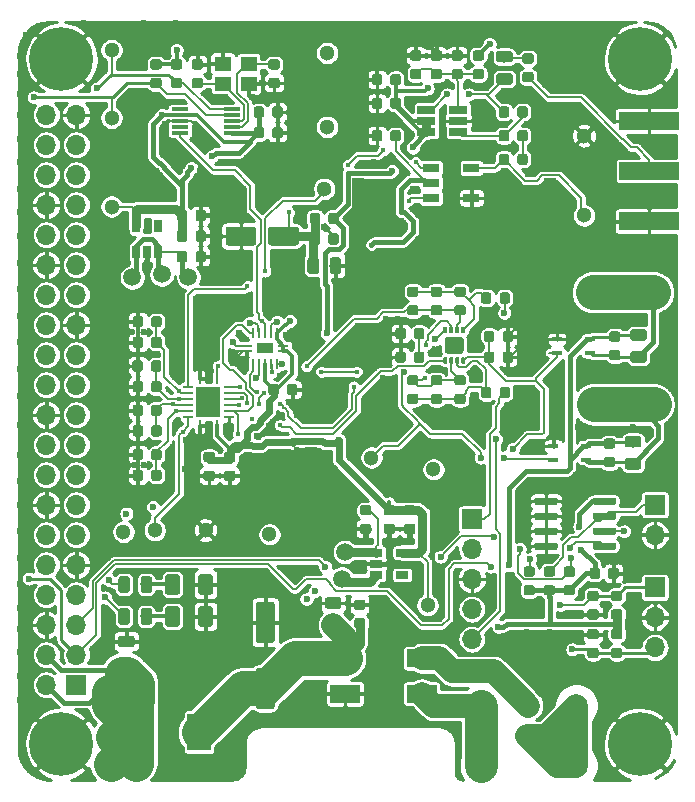
<source format=gtl>
G04 #@! TF.GenerationSoftware,KiCad,Pcbnew,(5.1.4)-1*
G04 #@! TF.CreationDate,2019-12-12T20:12:37+01:00*
G04 #@! TF.ProjectId,rf-receiver,72662d72-6563-4656-9976-65722e6b6963,Rev 2*
G04 #@! TF.SameCoordinates,Original*
G04 #@! TF.FileFunction,Copper,L1,Top*
G04 #@! TF.FilePolarity,Positive*
%FSLAX46Y46*%
G04 Gerber Fmt 4.6, Leading zero omitted, Abs format (unit mm)*
G04 Created by KiCad (PCBNEW (5.1.4)-1) date 2019-12-12 20:12:37*
%MOMM*%
%LPD*%
G04 APERTURE LIST*
%ADD10C,2.000000*%
%ADD11C,0.100000*%
%ADD12C,0.875000*%
%ADD13R,1.000000X1.000000*%
%ADD14C,1.300000*%
%ADD15C,0.600000*%
%ADD16C,0.975000*%
%ADD17O,1.700000X1.700000*%
%ADD18R,1.700000X1.700000*%
%ADD19C,1.250000*%
%ADD20R,2.000000X3.100000*%
%ADD21R,0.900000X0.400000*%
%ADD22C,1.600000*%
%ADD23R,0.850000X0.280000*%
%ADD24R,0.280000X0.850000*%
%ADD25R,2.050000X2.550000*%
%ADD26R,0.240000X0.900000*%
%ADD27R,0.900000X0.240000*%
%ADD28R,1.400000X0.900000*%
%ADD29R,2.500000X1.500000*%
%ADD30R,2.130000X1.000000*%
%ADD31R,3.800000X1.000000*%
%ADD32R,1.000000X1.650000*%
%ADD33R,1.000000X3.800000*%
%ADD34R,1.000000X3.550000*%
%ADD35R,3.550000X1.000000*%
%ADD36C,0.350000*%
%ADD37C,1.400000*%
%ADD38R,1.400000X1.200000*%
%ADD39R,0.650000X1.060000*%
%ADD40R,1.450000X0.300000*%
%ADD41C,5.400000*%
%ADD42R,5.080000X1.500000*%
%ADD43R,1.060000X0.650000*%
%ADD44R,1.560000X0.650000*%
%ADD45R,1.400000X0.760000*%
%ADD46C,0.450000*%
%ADD47C,1.000000*%
%ADD48C,0.400000*%
%ADD49C,1.500000*%
%ADD50C,0.200000*%
%ADD51C,0.800000*%
%ADD52C,0.400000*%
%ADD53C,0.350000*%
%ADD54C,0.250000*%
%ADD55C,3.000000*%
%ADD56C,0.600000*%
%ADD57C,0.150000*%
%ADD58C,2.000000*%
%ADD59C,2.800000*%
%ADD60C,0.254000*%
G04 APERTURE END LIST*
D10*
X122600000Y-121080000D03*
X122600000Y-116000000D03*
X129130000Y-90500000D03*
X124050000Y-90500000D03*
X129080000Y-81000000D03*
X124000000Y-81000000D03*
X114500000Y-121080000D03*
X114500000Y-116000000D03*
D11*
G36*
X116777691Y-89026053D02*
G01*
X116798926Y-89029203D01*
X116819750Y-89034419D01*
X116839962Y-89041651D01*
X116859368Y-89050830D01*
X116877781Y-89061866D01*
X116895024Y-89074654D01*
X116910930Y-89089070D01*
X116925346Y-89104976D01*
X116938134Y-89122219D01*
X116949170Y-89140632D01*
X116958349Y-89160038D01*
X116965581Y-89180250D01*
X116970797Y-89201074D01*
X116973947Y-89222309D01*
X116975000Y-89243750D01*
X116975000Y-89756250D01*
X116973947Y-89777691D01*
X116970797Y-89798926D01*
X116965581Y-89819750D01*
X116958349Y-89839962D01*
X116949170Y-89859368D01*
X116938134Y-89877781D01*
X116925346Y-89895024D01*
X116910930Y-89910930D01*
X116895024Y-89925346D01*
X116877781Y-89938134D01*
X116859368Y-89949170D01*
X116839962Y-89958349D01*
X116819750Y-89965581D01*
X116798926Y-89970797D01*
X116777691Y-89973947D01*
X116756250Y-89975000D01*
X116318750Y-89975000D01*
X116297309Y-89973947D01*
X116276074Y-89970797D01*
X116255250Y-89965581D01*
X116235038Y-89958349D01*
X116215632Y-89949170D01*
X116197219Y-89938134D01*
X116179976Y-89925346D01*
X116164070Y-89910930D01*
X116149654Y-89895024D01*
X116136866Y-89877781D01*
X116125830Y-89859368D01*
X116116651Y-89839962D01*
X116109419Y-89819750D01*
X116104203Y-89798926D01*
X116101053Y-89777691D01*
X116100000Y-89756250D01*
X116100000Y-89243750D01*
X116101053Y-89222309D01*
X116104203Y-89201074D01*
X116109419Y-89180250D01*
X116116651Y-89160038D01*
X116125830Y-89140632D01*
X116136866Y-89122219D01*
X116149654Y-89104976D01*
X116164070Y-89089070D01*
X116179976Y-89074654D01*
X116197219Y-89061866D01*
X116215632Y-89050830D01*
X116235038Y-89041651D01*
X116255250Y-89034419D01*
X116276074Y-89029203D01*
X116297309Y-89026053D01*
X116318750Y-89025000D01*
X116756250Y-89025000D01*
X116777691Y-89026053D01*
X116777691Y-89026053D01*
G37*
D12*
X116537500Y-89500000D03*
D11*
G36*
X115202691Y-89026053D02*
G01*
X115223926Y-89029203D01*
X115244750Y-89034419D01*
X115264962Y-89041651D01*
X115284368Y-89050830D01*
X115302781Y-89061866D01*
X115320024Y-89074654D01*
X115335930Y-89089070D01*
X115350346Y-89104976D01*
X115363134Y-89122219D01*
X115374170Y-89140632D01*
X115383349Y-89160038D01*
X115390581Y-89180250D01*
X115395797Y-89201074D01*
X115398947Y-89222309D01*
X115400000Y-89243750D01*
X115400000Y-89756250D01*
X115398947Y-89777691D01*
X115395797Y-89798926D01*
X115390581Y-89819750D01*
X115383349Y-89839962D01*
X115374170Y-89859368D01*
X115363134Y-89877781D01*
X115350346Y-89895024D01*
X115335930Y-89910930D01*
X115320024Y-89925346D01*
X115302781Y-89938134D01*
X115284368Y-89949170D01*
X115264962Y-89958349D01*
X115244750Y-89965581D01*
X115223926Y-89970797D01*
X115202691Y-89973947D01*
X115181250Y-89975000D01*
X114743750Y-89975000D01*
X114722309Y-89973947D01*
X114701074Y-89970797D01*
X114680250Y-89965581D01*
X114660038Y-89958349D01*
X114640632Y-89949170D01*
X114622219Y-89938134D01*
X114604976Y-89925346D01*
X114589070Y-89910930D01*
X114574654Y-89895024D01*
X114561866Y-89877781D01*
X114550830Y-89859368D01*
X114541651Y-89839962D01*
X114534419Y-89819750D01*
X114529203Y-89798926D01*
X114526053Y-89777691D01*
X114525000Y-89756250D01*
X114525000Y-89243750D01*
X114526053Y-89222309D01*
X114529203Y-89201074D01*
X114534419Y-89180250D01*
X114541651Y-89160038D01*
X114550830Y-89140632D01*
X114561866Y-89122219D01*
X114574654Y-89104976D01*
X114589070Y-89089070D01*
X114604976Y-89074654D01*
X114622219Y-89061866D01*
X114640632Y-89050830D01*
X114660038Y-89041651D01*
X114680250Y-89034419D01*
X114701074Y-89029203D01*
X114722309Y-89026053D01*
X114743750Y-89025000D01*
X115181250Y-89025000D01*
X115202691Y-89026053D01*
X115202691Y-89026053D01*
G37*
D12*
X114962500Y-89500000D03*
D13*
X118450000Y-118600000D03*
X118450000Y-116100000D03*
D14*
X83250000Y-73750000D03*
X83250000Y-66250000D03*
X83250000Y-60500000D03*
X110000000Y-107500000D03*
X105250000Y-95000000D03*
X110500000Y-96000000D03*
X91200000Y-101150000D03*
X86900000Y-101150000D03*
X101500000Y-60750000D03*
X101250000Y-72250000D03*
X96600000Y-101500000D03*
X123250000Y-74500000D03*
X123250000Y-67750000D03*
X101500000Y-67000000D03*
X84250000Y-101300000D03*
D11*
G36*
X125814703Y-98395722D02*
G01*
X125829264Y-98397882D01*
X125843543Y-98401459D01*
X125857403Y-98406418D01*
X125870710Y-98412712D01*
X125883336Y-98420280D01*
X125895159Y-98429048D01*
X125906066Y-98438934D01*
X125915952Y-98449841D01*
X125924720Y-98461664D01*
X125932288Y-98474290D01*
X125938582Y-98487597D01*
X125943541Y-98501457D01*
X125947118Y-98515736D01*
X125949278Y-98530297D01*
X125950000Y-98545000D01*
X125950000Y-98845000D01*
X125949278Y-98859703D01*
X125947118Y-98874264D01*
X125943541Y-98888543D01*
X125938582Y-98902403D01*
X125932288Y-98915710D01*
X125924720Y-98928336D01*
X125915952Y-98940159D01*
X125906066Y-98951066D01*
X125895159Y-98960952D01*
X125883336Y-98969720D01*
X125870710Y-98977288D01*
X125857403Y-98983582D01*
X125843543Y-98988541D01*
X125829264Y-98992118D01*
X125814703Y-98994278D01*
X125800000Y-98995000D01*
X124150000Y-98995000D01*
X124135297Y-98994278D01*
X124120736Y-98992118D01*
X124106457Y-98988541D01*
X124092597Y-98983582D01*
X124079290Y-98977288D01*
X124066664Y-98969720D01*
X124054841Y-98960952D01*
X124043934Y-98951066D01*
X124034048Y-98940159D01*
X124025280Y-98928336D01*
X124017712Y-98915710D01*
X124011418Y-98902403D01*
X124006459Y-98888543D01*
X124002882Y-98874264D01*
X124000722Y-98859703D01*
X124000000Y-98845000D01*
X124000000Y-98545000D01*
X124000722Y-98530297D01*
X124002882Y-98515736D01*
X124006459Y-98501457D01*
X124011418Y-98487597D01*
X124017712Y-98474290D01*
X124025280Y-98461664D01*
X124034048Y-98449841D01*
X124043934Y-98438934D01*
X124054841Y-98429048D01*
X124066664Y-98420280D01*
X124079290Y-98412712D01*
X124092597Y-98406418D01*
X124106457Y-98401459D01*
X124120736Y-98397882D01*
X124135297Y-98395722D01*
X124150000Y-98395000D01*
X125800000Y-98395000D01*
X125814703Y-98395722D01*
X125814703Y-98395722D01*
G37*
D15*
X124975000Y-98695000D03*
D11*
G36*
X125814703Y-99665722D02*
G01*
X125829264Y-99667882D01*
X125843543Y-99671459D01*
X125857403Y-99676418D01*
X125870710Y-99682712D01*
X125883336Y-99690280D01*
X125895159Y-99699048D01*
X125906066Y-99708934D01*
X125915952Y-99719841D01*
X125924720Y-99731664D01*
X125932288Y-99744290D01*
X125938582Y-99757597D01*
X125943541Y-99771457D01*
X125947118Y-99785736D01*
X125949278Y-99800297D01*
X125950000Y-99815000D01*
X125950000Y-100115000D01*
X125949278Y-100129703D01*
X125947118Y-100144264D01*
X125943541Y-100158543D01*
X125938582Y-100172403D01*
X125932288Y-100185710D01*
X125924720Y-100198336D01*
X125915952Y-100210159D01*
X125906066Y-100221066D01*
X125895159Y-100230952D01*
X125883336Y-100239720D01*
X125870710Y-100247288D01*
X125857403Y-100253582D01*
X125843543Y-100258541D01*
X125829264Y-100262118D01*
X125814703Y-100264278D01*
X125800000Y-100265000D01*
X124150000Y-100265000D01*
X124135297Y-100264278D01*
X124120736Y-100262118D01*
X124106457Y-100258541D01*
X124092597Y-100253582D01*
X124079290Y-100247288D01*
X124066664Y-100239720D01*
X124054841Y-100230952D01*
X124043934Y-100221066D01*
X124034048Y-100210159D01*
X124025280Y-100198336D01*
X124017712Y-100185710D01*
X124011418Y-100172403D01*
X124006459Y-100158543D01*
X124002882Y-100144264D01*
X124000722Y-100129703D01*
X124000000Y-100115000D01*
X124000000Y-99815000D01*
X124000722Y-99800297D01*
X124002882Y-99785736D01*
X124006459Y-99771457D01*
X124011418Y-99757597D01*
X124017712Y-99744290D01*
X124025280Y-99731664D01*
X124034048Y-99719841D01*
X124043934Y-99708934D01*
X124054841Y-99699048D01*
X124066664Y-99690280D01*
X124079290Y-99682712D01*
X124092597Y-99676418D01*
X124106457Y-99671459D01*
X124120736Y-99667882D01*
X124135297Y-99665722D01*
X124150000Y-99665000D01*
X125800000Y-99665000D01*
X125814703Y-99665722D01*
X125814703Y-99665722D01*
G37*
D15*
X124975000Y-99965000D03*
D11*
G36*
X125814703Y-100935722D02*
G01*
X125829264Y-100937882D01*
X125843543Y-100941459D01*
X125857403Y-100946418D01*
X125870710Y-100952712D01*
X125883336Y-100960280D01*
X125895159Y-100969048D01*
X125906066Y-100978934D01*
X125915952Y-100989841D01*
X125924720Y-101001664D01*
X125932288Y-101014290D01*
X125938582Y-101027597D01*
X125943541Y-101041457D01*
X125947118Y-101055736D01*
X125949278Y-101070297D01*
X125950000Y-101085000D01*
X125950000Y-101385000D01*
X125949278Y-101399703D01*
X125947118Y-101414264D01*
X125943541Y-101428543D01*
X125938582Y-101442403D01*
X125932288Y-101455710D01*
X125924720Y-101468336D01*
X125915952Y-101480159D01*
X125906066Y-101491066D01*
X125895159Y-101500952D01*
X125883336Y-101509720D01*
X125870710Y-101517288D01*
X125857403Y-101523582D01*
X125843543Y-101528541D01*
X125829264Y-101532118D01*
X125814703Y-101534278D01*
X125800000Y-101535000D01*
X124150000Y-101535000D01*
X124135297Y-101534278D01*
X124120736Y-101532118D01*
X124106457Y-101528541D01*
X124092597Y-101523582D01*
X124079290Y-101517288D01*
X124066664Y-101509720D01*
X124054841Y-101500952D01*
X124043934Y-101491066D01*
X124034048Y-101480159D01*
X124025280Y-101468336D01*
X124017712Y-101455710D01*
X124011418Y-101442403D01*
X124006459Y-101428543D01*
X124002882Y-101414264D01*
X124000722Y-101399703D01*
X124000000Y-101385000D01*
X124000000Y-101085000D01*
X124000722Y-101070297D01*
X124002882Y-101055736D01*
X124006459Y-101041457D01*
X124011418Y-101027597D01*
X124017712Y-101014290D01*
X124025280Y-101001664D01*
X124034048Y-100989841D01*
X124043934Y-100978934D01*
X124054841Y-100969048D01*
X124066664Y-100960280D01*
X124079290Y-100952712D01*
X124092597Y-100946418D01*
X124106457Y-100941459D01*
X124120736Y-100937882D01*
X124135297Y-100935722D01*
X124150000Y-100935000D01*
X125800000Y-100935000D01*
X125814703Y-100935722D01*
X125814703Y-100935722D01*
G37*
D15*
X124975000Y-101235000D03*
D11*
G36*
X125814703Y-102205722D02*
G01*
X125829264Y-102207882D01*
X125843543Y-102211459D01*
X125857403Y-102216418D01*
X125870710Y-102222712D01*
X125883336Y-102230280D01*
X125895159Y-102239048D01*
X125906066Y-102248934D01*
X125915952Y-102259841D01*
X125924720Y-102271664D01*
X125932288Y-102284290D01*
X125938582Y-102297597D01*
X125943541Y-102311457D01*
X125947118Y-102325736D01*
X125949278Y-102340297D01*
X125950000Y-102355000D01*
X125950000Y-102655000D01*
X125949278Y-102669703D01*
X125947118Y-102684264D01*
X125943541Y-102698543D01*
X125938582Y-102712403D01*
X125932288Y-102725710D01*
X125924720Y-102738336D01*
X125915952Y-102750159D01*
X125906066Y-102761066D01*
X125895159Y-102770952D01*
X125883336Y-102779720D01*
X125870710Y-102787288D01*
X125857403Y-102793582D01*
X125843543Y-102798541D01*
X125829264Y-102802118D01*
X125814703Y-102804278D01*
X125800000Y-102805000D01*
X124150000Y-102805000D01*
X124135297Y-102804278D01*
X124120736Y-102802118D01*
X124106457Y-102798541D01*
X124092597Y-102793582D01*
X124079290Y-102787288D01*
X124066664Y-102779720D01*
X124054841Y-102770952D01*
X124043934Y-102761066D01*
X124034048Y-102750159D01*
X124025280Y-102738336D01*
X124017712Y-102725710D01*
X124011418Y-102712403D01*
X124006459Y-102698543D01*
X124002882Y-102684264D01*
X124000722Y-102669703D01*
X124000000Y-102655000D01*
X124000000Y-102355000D01*
X124000722Y-102340297D01*
X124002882Y-102325736D01*
X124006459Y-102311457D01*
X124011418Y-102297597D01*
X124017712Y-102284290D01*
X124025280Y-102271664D01*
X124034048Y-102259841D01*
X124043934Y-102248934D01*
X124054841Y-102239048D01*
X124066664Y-102230280D01*
X124079290Y-102222712D01*
X124092597Y-102216418D01*
X124106457Y-102211459D01*
X124120736Y-102207882D01*
X124135297Y-102205722D01*
X124150000Y-102205000D01*
X125800000Y-102205000D01*
X125814703Y-102205722D01*
X125814703Y-102205722D01*
G37*
D15*
X124975000Y-102505000D03*
D11*
G36*
X120864703Y-102205722D02*
G01*
X120879264Y-102207882D01*
X120893543Y-102211459D01*
X120907403Y-102216418D01*
X120920710Y-102222712D01*
X120933336Y-102230280D01*
X120945159Y-102239048D01*
X120956066Y-102248934D01*
X120965952Y-102259841D01*
X120974720Y-102271664D01*
X120982288Y-102284290D01*
X120988582Y-102297597D01*
X120993541Y-102311457D01*
X120997118Y-102325736D01*
X120999278Y-102340297D01*
X121000000Y-102355000D01*
X121000000Y-102655000D01*
X120999278Y-102669703D01*
X120997118Y-102684264D01*
X120993541Y-102698543D01*
X120988582Y-102712403D01*
X120982288Y-102725710D01*
X120974720Y-102738336D01*
X120965952Y-102750159D01*
X120956066Y-102761066D01*
X120945159Y-102770952D01*
X120933336Y-102779720D01*
X120920710Y-102787288D01*
X120907403Y-102793582D01*
X120893543Y-102798541D01*
X120879264Y-102802118D01*
X120864703Y-102804278D01*
X120850000Y-102805000D01*
X119200000Y-102805000D01*
X119185297Y-102804278D01*
X119170736Y-102802118D01*
X119156457Y-102798541D01*
X119142597Y-102793582D01*
X119129290Y-102787288D01*
X119116664Y-102779720D01*
X119104841Y-102770952D01*
X119093934Y-102761066D01*
X119084048Y-102750159D01*
X119075280Y-102738336D01*
X119067712Y-102725710D01*
X119061418Y-102712403D01*
X119056459Y-102698543D01*
X119052882Y-102684264D01*
X119050722Y-102669703D01*
X119050000Y-102655000D01*
X119050000Y-102355000D01*
X119050722Y-102340297D01*
X119052882Y-102325736D01*
X119056459Y-102311457D01*
X119061418Y-102297597D01*
X119067712Y-102284290D01*
X119075280Y-102271664D01*
X119084048Y-102259841D01*
X119093934Y-102248934D01*
X119104841Y-102239048D01*
X119116664Y-102230280D01*
X119129290Y-102222712D01*
X119142597Y-102216418D01*
X119156457Y-102211459D01*
X119170736Y-102207882D01*
X119185297Y-102205722D01*
X119200000Y-102205000D01*
X120850000Y-102205000D01*
X120864703Y-102205722D01*
X120864703Y-102205722D01*
G37*
D15*
X120025000Y-102505000D03*
D11*
G36*
X120864703Y-100935722D02*
G01*
X120879264Y-100937882D01*
X120893543Y-100941459D01*
X120907403Y-100946418D01*
X120920710Y-100952712D01*
X120933336Y-100960280D01*
X120945159Y-100969048D01*
X120956066Y-100978934D01*
X120965952Y-100989841D01*
X120974720Y-101001664D01*
X120982288Y-101014290D01*
X120988582Y-101027597D01*
X120993541Y-101041457D01*
X120997118Y-101055736D01*
X120999278Y-101070297D01*
X121000000Y-101085000D01*
X121000000Y-101385000D01*
X120999278Y-101399703D01*
X120997118Y-101414264D01*
X120993541Y-101428543D01*
X120988582Y-101442403D01*
X120982288Y-101455710D01*
X120974720Y-101468336D01*
X120965952Y-101480159D01*
X120956066Y-101491066D01*
X120945159Y-101500952D01*
X120933336Y-101509720D01*
X120920710Y-101517288D01*
X120907403Y-101523582D01*
X120893543Y-101528541D01*
X120879264Y-101532118D01*
X120864703Y-101534278D01*
X120850000Y-101535000D01*
X119200000Y-101535000D01*
X119185297Y-101534278D01*
X119170736Y-101532118D01*
X119156457Y-101528541D01*
X119142597Y-101523582D01*
X119129290Y-101517288D01*
X119116664Y-101509720D01*
X119104841Y-101500952D01*
X119093934Y-101491066D01*
X119084048Y-101480159D01*
X119075280Y-101468336D01*
X119067712Y-101455710D01*
X119061418Y-101442403D01*
X119056459Y-101428543D01*
X119052882Y-101414264D01*
X119050722Y-101399703D01*
X119050000Y-101385000D01*
X119050000Y-101085000D01*
X119050722Y-101070297D01*
X119052882Y-101055736D01*
X119056459Y-101041457D01*
X119061418Y-101027597D01*
X119067712Y-101014290D01*
X119075280Y-101001664D01*
X119084048Y-100989841D01*
X119093934Y-100978934D01*
X119104841Y-100969048D01*
X119116664Y-100960280D01*
X119129290Y-100952712D01*
X119142597Y-100946418D01*
X119156457Y-100941459D01*
X119170736Y-100937882D01*
X119185297Y-100935722D01*
X119200000Y-100935000D01*
X120850000Y-100935000D01*
X120864703Y-100935722D01*
X120864703Y-100935722D01*
G37*
D15*
X120025000Y-101235000D03*
D11*
G36*
X120864703Y-99665722D02*
G01*
X120879264Y-99667882D01*
X120893543Y-99671459D01*
X120907403Y-99676418D01*
X120920710Y-99682712D01*
X120933336Y-99690280D01*
X120945159Y-99699048D01*
X120956066Y-99708934D01*
X120965952Y-99719841D01*
X120974720Y-99731664D01*
X120982288Y-99744290D01*
X120988582Y-99757597D01*
X120993541Y-99771457D01*
X120997118Y-99785736D01*
X120999278Y-99800297D01*
X121000000Y-99815000D01*
X121000000Y-100115000D01*
X120999278Y-100129703D01*
X120997118Y-100144264D01*
X120993541Y-100158543D01*
X120988582Y-100172403D01*
X120982288Y-100185710D01*
X120974720Y-100198336D01*
X120965952Y-100210159D01*
X120956066Y-100221066D01*
X120945159Y-100230952D01*
X120933336Y-100239720D01*
X120920710Y-100247288D01*
X120907403Y-100253582D01*
X120893543Y-100258541D01*
X120879264Y-100262118D01*
X120864703Y-100264278D01*
X120850000Y-100265000D01*
X119200000Y-100265000D01*
X119185297Y-100264278D01*
X119170736Y-100262118D01*
X119156457Y-100258541D01*
X119142597Y-100253582D01*
X119129290Y-100247288D01*
X119116664Y-100239720D01*
X119104841Y-100230952D01*
X119093934Y-100221066D01*
X119084048Y-100210159D01*
X119075280Y-100198336D01*
X119067712Y-100185710D01*
X119061418Y-100172403D01*
X119056459Y-100158543D01*
X119052882Y-100144264D01*
X119050722Y-100129703D01*
X119050000Y-100115000D01*
X119050000Y-99815000D01*
X119050722Y-99800297D01*
X119052882Y-99785736D01*
X119056459Y-99771457D01*
X119061418Y-99757597D01*
X119067712Y-99744290D01*
X119075280Y-99731664D01*
X119084048Y-99719841D01*
X119093934Y-99708934D01*
X119104841Y-99699048D01*
X119116664Y-99690280D01*
X119129290Y-99682712D01*
X119142597Y-99676418D01*
X119156457Y-99671459D01*
X119170736Y-99667882D01*
X119185297Y-99665722D01*
X119200000Y-99665000D01*
X120850000Y-99665000D01*
X120864703Y-99665722D01*
X120864703Y-99665722D01*
G37*
D15*
X120025000Y-99965000D03*
D11*
G36*
X120864703Y-98395722D02*
G01*
X120879264Y-98397882D01*
X120893543Y-98401459D01*
X120907403Y-98406418D01*
X120920710Y-98412712D01*
X120933336Y-98420280D01*
X120945159Y-98429048D01*
X120956066Y-98438934D01*
X120965952Y-98449841D01*
X120974720Y-98461664D01*
X120982288Y-98474290D01*
X120988582Y-98487597D01*
X120993541Y-98501457D01*
X120997118Y-98515736D01*
X120999278Y-98530297D01*
X121000000Y-98545000D01*
X121000000Y-98845000D01*
X120999278Y-98859703D01*
X120997118Y-98874264D01*
X120993541Y-98888543D01*
X120988582Y-98902403D01*
X120982288Y-98915710D01*
X120974720Y-98928336D01*
X120965952Y-98940159D01*
X120956066Y-98951066D01*
X120945159Y-98960952D01*
X120933336Y-98969720D01*
X120920710Y-98977288D01*
X120907403Y-98983582D01*
X120893543Y-98988541D01*
X120879264Y-98992118D01*
X120864703Y-98994278D01*
X120850000Y-98995000D01*
X119200000Y-98995000D01*
X119185297Y-98994278D01*
X119170736Y-98992118D01*
X119156457Y-98988541D01*
X119142597Y-98983582D01*
X119129290Y-98977288D01*
X119116664Y-98969720D01*
X119104841Y-98960952D01*
X119093934Y-98951066D01*
X119084048Y-98940159D01*
X119075280Y-98928336D01*
X119067712Y-98915710D01*
X119061418Y-98902403D01*
X119056459Y-98888543D01*
X119052882Y-98874264D01*
X119050722Y-98859703D01*
X119050000Y-98845000D01*
X119050000Y-98545000D01*
X119050722Y-98530297D01*
X119052882Y-98515736D01*
X119056459Y-98501457D01*
X119061418Y-98487597D01*
X119067712Y-98474290D01*
X119075280Y-98461664D01*
X119084048Y-98449841D01*
X119093934Y-98438934D01*
X119104841Y-98429048D01*
X119116664Y-98420280D01*
X119129290Y-98412712D01*
X119142597Y-98406418D01*
X119156457Y-98401459D01*
X119170736Y-98397882D01*
X119185297Y-98395722D01*
X119200000Y-98395000D01*
X120850000Y-98395000D01*
X120864703Y-98395722D01*
X120864703Y-98395722D01*
G37*
D15*
X120025000Y-98695000D03*
D11*
G36*
X86455142Y-107751174D02*
G01*
X86478803Y-107754684D01*
X86502007Y-107760496D01*
X86524529Y-107768554D01*
X86546153Y-107778782D01*
X86566670Y-107791079D01*
X86585883Y-107805329D01*
X86603607Y-107821393D01*
X86619671Y-107839117D01*
X86633921Y-107858330D01*
X86646218Y-107878847D01*
X86656446Y-107900471D01*
X86664504Y-107922993D01*
X86670316Y-107946197D01*
X86673826Y-107969858D01*
X86675000Y-107993750D01*
X86675000Y-108906250D01*
X86673826Y-108930142D01*
X86670316Y-108953803D01*
X86664504Y-108977007D01*
X86656446Y-108999529D01*
X86646218Y-109021153D01*
X86633921Y-109041670D01*
X86619671Y-109060883D01*
X86603607Y-109078607D01*
X86585883Y-109094671D01*
X86566670Y-109108921D01*
X86546153Y-109121218D01*
X86524529Y-109131446D01*
X86502007Y-109139504D01*
X86478803Y-109145316D01*
X86455142Y-109148826D01*
X86431250Y-109150000D01*
X85943750Y-109150000D01*
X85919858Y-109148826D01*
X85896197Y-109145316D01*
X85872993Y-109139504D01*
X85850471Y-109131446D01*
X85828847Y-109121218D01*
X85808330Y-109108921D01*
X85789117Y-109094671D01*
X85771393Y-109078607D01*
X85755329Y-109060883D01*
X85741079Y-109041670D01*
X85728782Y-109021153D01*
X85718554Y-108999529D01*
X85710496Y-108977007D01*
X85704684Y-108953803D01*
X85701174Y-108930142D01*
X85700000Y-108906250D01*
X85700000Y-107993750D01*
X85701174Y-107969858D01*
X85704684Y-107946197D01*
X85710496Y-107922993D01*
X85718554Y-107900471D01*
X85728782Y-107878847D01*
X85741079Y-107858330D01*
X85755329Y-107839117D01*
X85771393Y-107821393D01*
X85789117Y-107805329D01*
X85808330Y-107791079D01*
X85828847Y-107778782D01*
X85850471Y-107768554D01*
X85872993Y-107760496D01*
X85896197Y-107754684D01*
X85919858Y-107751174D01*
X85943750Y-107750000D01*
X86431250Y-107750000D01*
X86455142Y-107751174D01*
X86455142Y-107751174D01*
G37*
D16*
X86187500Y-108450000D03*
D11*
G36*
X84580142Y-107751174D02*
G01*
X84603803Y-107754684D01*
X84627007Y-107760496D01*
X84649529Y-107768554D01*
X84671153Y-107778782D01*
X84691670Y-107791079D01*
X84710883Y-107805329D01*
X84728607Y-107821393D01*
X84744671Y-107839117D01*
X84758921Y-107858330D01*
X84771218Y-107878847D01*
X84781446Y-107900471D01*
X84789504Y-107922993D01*
X84795316Y-107946197D01*
X84798826Y-107969858D01*
X84800000Y-107993750D01*
X84800000Y-108906250D01*
X84798826Y-108930142D01*
X84795316Y-108953803D01*
X84789504Y-108977007D01*
X84781446Y-108999529D01*
X84771218Y-109021153D01*
X84758921Y-109041670D01*
X84744671Y-109060883D01*
X84728607Y-109078607D01*
X84710883Y-109094671D01*
X84691670Y-109108921D01*
X84671153Y-109121218D01*
X84649529Y-109131446D01*
X84627007Y-109139504D01*
X84603803Y-109145316D01*
X84580142Y-109148826D01*
X84556250Y-109150000D01*
X84068750Y-109150000D01*
X84044858Y-109148826D01*
X84021197Y-109145316D01*
X83997993Y-109139504D01*
X83975471Y-109131446D01*
X83953847Y-109121218D01*
X83933330Y-109108921D01*
X83914117Y-109094671D01*
X83896393Y-109078607D01*
X83880329Y-109060883D01*
X83866079Y-109041670D01*
X83853782Y-109021153D01*
X83843554Y-108999529D01*
X83835496Y-108977007D01*
X83829684Y-108953803D01*
X83826174Y-108930142D01*
X83825000Y-108906250D01*
X83825000Y-107993750D01*
X83826174Y-107969858D01*
X83829684Y-107946197D01*
X83835496Y-107922993D01*
X83843554Y-107900471D01*
X83853782Y-107878847D01*
X83866079Y-107858330D01*
X83880329Y-107839117D01*
X83896393Y-107821393D01*
X83914117Y-107805329D01*
X83933330Y-107791079D01*
X83953847Y-107778782D01*
X83975471Y-107768554D01*
X83997993Y-107760496D01*
X84021197Y-107754684D01*
X84044858Y-107751174D01*
X84068750Y-107750000D01*
X84556250Y-107750000D01*
X84580142Y-107751174D01*
X84580142Y-107751174D01*
G37*
D16*
X84312500Y-108450000D03*
D11*
G36*
X118877691Y-104226053D02*
G01*
X118898926Y-104229203D01*
X118919750Y-104234419D01*
X118939962Y-104241651D01*
X118959368Y-104250830D01*
X118977781Y-104261866D01*
X118995024Y-104274654D01*
X119010930Y-104289070D01*
X119025346Y-104304976D01*
X119038134Y-104322219D01*
X119049170Y-104340632D01*
X119058349Y-104360038D01*
X119065581Y-104380250D01*
X119070797Y-104401074D01*
X119073947Y-104422309D01*
X119075000Y-104443750D01*
X119075000Y-104881250D01*
X119073947Y-104902691D01*
X119070797Y-104923926D01*
X119065581Y-104944750D01*
X119058349Y-104964962D01*
X119049170Y-104984368D01*
X119038134Y-105002781D01*
X119025346Y-105020024D01*
X119010930Y-105035930D01*
X118995024Y-105050346D01*
X118977781Y-105063134D01*
X118959368Y-105074170D01*
X118939962Y-105083349D01*
X118919750Y-105090581D01*
X118898926Y-105095797D01*
X118877691Y-105098947D01*
X118856250Y-105100000D01*
X118343750Y-105100000D01*
X118322309Y-105098947D01*
X118301074Y-105095797D01*
X118280250Y-105090581D01*
X118260038Y-105083349D01*
X118240632Y-105074170D01*
X118222219Y-105063134D01*
X118204976Y-105050346D01*
X118189070Y-105035930D01*
X118174654Y-105020024D01*
X118161866Y-105002781D01*
X118150830Y-104984368D01*
X118141651Y-104964962D01*
X118134419Y-104944750D01*
X118129203Y-104923926D01*
X118126053Y-104902691D01*
X118125000Y-104881250D01*
X118125000Y-104443750D01*
X118126053Y-104422309D01*
X118129203Y-104401074D01*
X118134419Y-104380250D01*
X118141651Y-104360038D01*
X118150830Y-104340632D01*
X118161866Y-104322219D01*
X118174654Y-104304976D01*
X118189070Y-104289070D01*
X118204976Y-104274654D01*
X118222219Y-104261866D01*
X118240632Y-104250830D01*
X118260038Y-104241651D01*
X118280250Y-104234419D01*
X118301074Y-104229203D01*
X118322309Y-104226053D01*
X118343750Y-104225000D01*
X118856250Y-104225000D01*
X118877691Y-104226053D01*
X118877691Y-104226053D01*
G37*
D12*
X118600000Y-104662500D03*
D11*
G36*
X118877691Y-105801053D02*
G01*
X118898926Y-105804203D01*
X118919750Y-105809419D01*
X118939962Y-105816651D01*
X118959368Y-105825830D01*
X118977781Y-105836866D01*
X118995024Y-105849654D01*
X119010930Y-105864070D01*
X119025346Y-105879976D01*
X119038134Y-105897219D01*
X119049170Y-105915632D01*
X119058349Y-105935038D01*
X119065581Y-105955250D01*
X119070797Y-105976074D01*
X119073947Y-105997309D01*
X119075000Y-106018750D01*
X119075000Y-106456250D01*
X119073947Y-106477691D01*
X119070797Y-106498926D01*
X119065581Y-106519750D01*
X119058349Y-106539962D01*
X119049170Y-106559368D01*
X119038134Y-106577781D01*
X119025346Y-106595024D01*
X119010930Y-106610930D01*
X118995024Y-106625346D01*
X118977781Y-106638134D01*
X118959368Y-106649170D01*
X118939962Y-106658349D01*
X118919750Y-106665581D01*
X118898926Y-106670797D01*
X118877691Y-106673947D01*
X118856250Y-106675000D01*
X118343750Y-106675000D01*
X118322309Y-106673947D01*
X118301074Y-106670797D01*
X118280250Y-106665581D01*
X118260038Y-106658349D01*
X118240632Y-106649170D01*
X118222219Y-106638134D01*
X118204976Y-106625346D01*
X118189070Y-106610930D01*
X118174654Y-106595024D01*
X118161866Y-106577781D01*
X118150830Y-106559368D01*
X118141651Y-106539962D01*
X118134419Y-106519750D01*
X118129203Y-106498926D01*
X118126053Y-106477691D01*
X118125000Y-106456250D01*
X118125000Y-106018750D01*
X118126053Y-105997309D01*
X118129203Y-105976074D01*
X118134419Y-105955250D01*
X118141651Y-105935038D01*
X118150830Y-105915632D01*
X118161866Y-105897219D01*
X118174654Y-105879976D01*
X118189070Y-105864070D01*
X118204976Y-105849654D01*
X118222219Y-105836866D01*
X118240632Y-105825830D01*
X118260038Y-105816651D01*
X118280250Y-105809419D01*
X118301074Y-105804203D01*
X118322309Y-105801053D01*
X118343750Y-105800000D01*
X118856250Y-105800000D01*
X118877691Y-105801053D01*
X118877691Y-105801053D01*
G37*
D12*
X118600000Y-106237500D03*
D11*
G36*
X122277691Y-104226053D02*
G01*
X122298926Y-104229203D01*
X122319750Y-104234419D01*
X122339962Y-104241651D01*
X122359368Y-104250830D01*
X122377781Y-104261866D01*
X122395024Y-104274654D01*
X122410930Y-104289070D01*
X122425346Y-104304976D01*
X122438134Y-104322219D01*
X122449170Y-104340632D01*
X122458349Y-104360038D01*
X122465581Y-104380250D01*
X122470797Y-104401074D01*
X122473947Y-104422309D01*
X122475000Y-104443750D01*
X122475000Y-104881250D01*
X122473947Y-104902691D01*
X122470797Y-104923926D01*
X122465581Y-104944750D01*
X122458349Y-104964962D01*
X122449170Y-104984368D01*
X122438134Y-105002781D01*
X122425346Y-105020024D01*
X122410930Y-105035930D01*
X122395024Y-105050346D01*
X122377781Y-105063134D01*
X122359368Y-105074170D01*
X122339962Y-105083349D01*
X122319750Y-105090581D01*
X122298926Y-105095797D01*
X122277691Y-105098947D01*
X122256250Y-105100000D01*
X121743750Y-105100000D01*
X121722309Y-105098947D01*
X121701074Y-105095797D01*
X121680250Y-105090581D01*
X121660038Y-105083349D01*
X121640632Y-105074170D01*
X121622219Y-105063134D01*
X121604976Y-105050346D01*
X121589070Y-105035930D01*
X121574654Y-105020024D01*
X121561866Y-105002781D01*
X121550830Y-104984368D01*
X121541651Y-104964962D01*
X121534419Y-104944750D01*
X121529203Y-104923926D01*
X121526053Y-104902691D01*
X121525000Y-104881250D01*
X121525000Y-104443750D01*
X121526053Y-104422309D01*
X121529203Y-104401074D01*
X121534419Y-104380250D01*
X121541651Y-104360038D01*
X121550830Y-104340632D01*
X121561866Y-104322219D01*
X121574654Y-104304976D01*
X121589070Y-104289070D01*
X121604976Y-104274654D01*
X121622219Y-104261866D01*
X121640632Y-104250830D01*
X121660038Y-104241651D01*
X121680250Y-104234419D01*
X121701074Y-104229203D01*
X121722309Y-104226053D01*
X121743750Y-104225000D01*
X122256250Y-104225000D01*
X122277691Y-104226053D01*
X122277691Y-104226053D01*
G37*
D12*
X122000000Y-104662500D03*
D11*
G36*
X122277691Y-105801053D02*
G01*
X122298926Y-105804203D01*
X122319750Y-105809419D01*
X122339962Y-105816651D01*
X122359368Y-105825830D01*
X122377781Y-105836866D01*
X122395024Y-105849654D01*
X122410930Y-105864070D01*
X122425346Y-105879976D01*
X122438134Y-105897219D01*
X122449170Y-105915632D01*
X122458349Y-105935038D01*
X122465581Y-105955250D01*
X122470797Y-105976074D01*
X122473947Y-105997309D01*
X122475000Y-106018750D01*
X122475000Y-106456250D01*
X122473947Y-106477691D01*
X122470797Y-106498926D01*
X122465581Y-106519750D01*
X122458349Y-106539962D01*
X122449170Y-106559368D01*
X122438134Y-106577781D01*
X122425346Y-106595024D01*
X122410930Y-106610930D01*
X122395024Y-106625346D01*
X122377781Y-106638134D01*
X122359368Y-106649170D01*
X122339962Y-106658349D01*
X122319750Y-106665581D01*
X122298926Y-106670797D01*
X122277691Y-106673947D01*
X122256250Y-106675000D01*
X121743750Y-106675000D01*
X121722309Y-106673947D01*
X121701074Y-106670797D01*
X121680250Y-106665581D01*
X121660038Y-106658349D01*
X121640632Y-106649170D01*
X121622219Y-106638134D01*
X121604976Y-106625346D01*
X121589070Y-106610930D01*
X121574654Y-106595024D01*
X121561866Y-106577781D01*
X121550830Y-106559368D01*
X121541651Y-106539962D01*
X121534419Y-106519750D01*
X121529203Y-106498926D01*
X121526053Y-106477691D01*
X121525000Y-106456250D01*
X121525000Y-106018750D01*
X121526053Y-105997309D01*
X121529203Y-105976074D01*
X121534419Y-105955250D01*
X121541651Y-105935038D01*
X121550830Y-105915632D01*
X121561866Y-105897219D01*
X121574654Y-105879976D01*
X121589070Y-105864070D01*
X121604976Y-105849654D01*
X121622219Y-105836866D01*
X121640632Y-105825830D01*
X121660038Y-105816651D01*
X121680250Y-105809419D01*
X121701074Y-105804203D01*
X121722309Y-105801053D01*
X121743750Y-105800000D01*
X122256250Y-105800000D01*
X122277691Y-105801053D01*
X122277691Y-105801053D01*
G37*
D12*
X122000000Y-106237500D03*
D11*
G36*
X120577691Y-104226053D02*
G01*
X120598926Y-104229203D01*
X120619750Y-104234419D01*
X120639962Y-104241651D01*
X120659368Y-104250830D01*
X120677781Y-104261866D01*
X120695024Y-104274654D01*
X120710930Y-104289070D01*
X120725346Y-104304976D01*
X120738134Y-104322219D01*
X120749170Y-104340632D01*
X120758349Y-104360038D01*
X120765581Y-104380250D01*
X120770797Y-104401074D01*
X120773947Y-104422309D01*
X120775000Y-104443750D01*
X120775000Y-104881250D01*
X120773947Y-104902691D01*
X120770797Y-104923926D01*
X120765581Y-104944750D01*
X120758349Y-104964962D01*
X120749170Y-104984368D01*
X120738134Y-105002781D01*
X120725346Y-105020024D01*
X120710930Y-105035930D01*
X120695024Y-105050346D01*
X120677781Y-105063134D01*
X120659368Y-105074170D01*
X120639962Y-105083349D01*
X120619750Y-105090581D01*
X120598926Y-105095797D01*
X120577691Y-105098947D01*
X120556250Y-105100000D01*
X120043750Y-105100000D01*
X120022309Y-105098947D01*
X120001074Y-105095797D01*
X119980250Y-105090581D01*
X119960038Y-105083349D01*
X119940632Y-105074170D01*
X119922219Y-105063134D01*
X119904976Y-105050346D01*
X119889070Y-105035930D01*
X119874654Y-105020024D01*
X119861866Y-105002781D01*
X119850830Y-104984368D01*
X119841651Y-104964962D01*
X119834419Y-104944750D01*
X119829203Y-104923926D01*
X119826053Y-104902691D01*
X119825000Y-104881250D01*
X119825000Y-104443750D01*
X119826053Y-104422309D01*
X119829203Y-104401074D01*
X119834419Y-104380250D01*
X119841651Y-104360038D01*
X119850830Y-104340632D01*
X119861866Y-104322219D01*
X119874654Y-104304976D01*
X119889070Y-104289070D01*
X119904976Y-104274654D01*
X119922219Y-104261866D01*
X119940632Y-104250830D01*
X119960038Y-104241651D01*
X119980250Y-104234419D01*
X120001074Y-104229203D01*
X120022309Y-104226053D01*
X120043750Y-104225000D01*
X120556250Y-104225000D01*
X120577691Y-104226053D01*
X120577691Y-104226053D01*
G37*
D12*
X120300000Y-104662500D03*
D11*
G36*
X120577691Y-105801053D02*
G01*
X120598926Y-105804203D01*
X120619750Y-105809419D01*
X120639962Y-105816651D01*
X120659368Y-105825830D01*
X120677781Y-105836866D01*
X120695024Y-105849654D01*
X120710930Y-105864070D01*
X120725346Y-105879976D01*
X120738134Y-105897219D01*
X120749170Y-105915632D01*
X120758349Y-105935038D01*
X120765581Y-105955250D01*
X120770797Y-105976074D01*
X120773947Y-105997309D01*
X120775000Y-106018750D01*
X120775000Y-106456250D01*
X120773947Y-106477691D01*
X120770797Y-106498926D01*
X120765581Y-106519750D01*
X120758349Y-106539962D01*
X120749170Y-106559368D01*
X120738134Y-106577781D01*
X120725346Y-106595024D01*
X120710930Y-106610930D01*
X120695024Y-106625346D01*
X120677781Y-106638134D01*
X120659368Y-106649170D01*
X120639962Y-106658349D01*
X120619750Y-106665581D01*
X120598926Y-106670797D01*
X120577691Y-106673947D01*
X120556250Y-106675000D01*
X120043750Y-106675000D01*
X120022309Y-106673947D01*
X120001074Y-106670797D01*
X119980250Y-106665581D01*
X119960038Y-106658349D01*
X119940632Y-106649170D01*
X119922219Y-106638134D01*
X119904976Y-106625346D01*
X119889070Y-106610930D01*
X119874654Y-106595024D01*
X119861866Y-106577781D01*
X119850830Y-106559368D01*
X119841651Y-106539962D01*
X119834419Y-106519750D01*
X119829203Y-106498926D01*
X119826053Y-106477691D01*
X119825000Y-106456250D01*
X119825000Y-106018750D01*
X119826053Y-105997309D01*
X119829203Y-105976074D01*
X119834419Y-105955250D01*
X119841651Y-105935038D01*
X119850830Y-105915632D01*
X119861866Y-105897219D01*
X119874654Y-105879976D01*
X119889070Y-105864070D01*
X119904976Y-105849654D01*
X119922219Y-105836866D01*
X119940632Y-105825830D01*
X119960038Y-105816651D01*
X119980250Y-105809419D01*
X120001074Y-105804203D01*
X120022309Y-105801053D01*
X120043750Y-105800000D01*
X120556250Y-105800000D01*
X120577691Y-105801053D01*
X120577691Y-105801053D01*
G37*
D12*
X120300000Y-106237500D03*
D11*
G36*
X86455142Y-105051174D02*
G01*
X86478803Y-105054684D01*
X86502007Y-105060496D01*
X86524529Y-105068554D01*
X86546153Y-105078782D01*
X86566670Y-105091079D01*
X86585883Y-105105329D01*
X86603607Y-105121393D01*
X86619671Y-105139117D01*
X86633921Y-105158330D01*
X86646218Y-105178847D01*
X86656446Y-105200471D01*
X86664504Y-105222993D01*
X86670316Y-105246197D01*
X86673826Y-105269858D01*
X86675000Y-105293750D01*
X86675000Y-106206250D01*
X86673826Y-106230142D01*
X86670316Y-106253803D01*
X86664504Y-106277007D01*
X86656446Y-106299529D01*
X86646218Y-106321153D01*
X86633921Y-106341670D01*
X86619671Y-106360883D01*
X86603607Y-106378607D01*
X86585883Y-106394671D01*
X86566670Y-106408921D01*
X86546153Y-106421218D01*
X86524529Y-106431446D01*
X86502007Y-106439504D01*
X86478803Y-106445316D01*
X86455142Y-106448826D01*
X86431250Y-106450000D01*
X85943750Y-106450000D01*
X85919858Y-106448826D01*
X85896197Y-106445316D01*
X85872993Y-106439504D01*
X85850471Y-106431446D01*
X85828847Y-106421218D01*
X85808330Y-106408921D01*
X85789117Y-106394671D01*
X85771393Y-106378607D01*
X85755329Y-106360883D01*
X85741079Y-106341670D01*
X85728782Y-106321153D01*
X85718554Y-106299529D01*
X85710496Y-106277007D01*
X85704684Y-106253803D01*
X85701174Y-106230142D01*
X85700000Y-106206250D01*
X85700000Y-105293750D01*
X85701174Y-105269858D01*
X85704684Y-105246197D01*
X85710496Y-105222993D01*
X85718554Y-105200471D01*
X85728782Y-105178847D01*
X85741079Y-105158330D01*
X85755329Y-105139117D01*
X85771393Y-105121393D01*
X85789117Y-105105329D01*
X85808330Y-105091079D01*
X85828847Y-105078782D01*
X85850471Y-105068554D01*
X85872993Y-105060496D01*
X85896197Y-105054684D01*
X85919858Y-105051174D01*
X85943750Y-105050000D01*
X86431250Y-105050000D01*
X86455142Y-105051174D01*
X86455142Y-105051174D01*
G37*
D16*
X86187500Y-105750000D03*
D11*
G36*
X84580142Y-105051174D02*
G01*
X84603803Y-105054684D01*
X84627007Y-105060496D01*
X84649529Y-105068554D01*
X84671153Y-105078782D01*
X84691670Y-105091079D01*
X84710883Y-105105329D01*
X84728607Y-105121393D01*
X84744671Y-105139117D01*
X84758921Y-105158330D01*
X84771218Y-105178847D01*
X84781446Y-105200471D01*
X84789504Y-105222993D01*
X84795316Y-105246197D01*
X84798826Y-105269858D01*
X84800000Y-105293750D01*
X84800000Y-106206250D01*
X84798826Y-106230142D01*
X84795316Y-106253803D01*
X84789504Y-106277007D01*
X84781446Y-106299529D01*
X84771218Y-106321153D01*
X84758921Y-106341670D01*
X84744671Y-106360883D01*
X84728607Y-106378607D01*
X84710883Y-106394671D01*
X84691670Y-106408921D01*
X84671153Y-106421218D01*
X84649529Y-106431446D01*
X84627007Y-106439504D01*
X84603803Y-106445316D01*
X84580142Y-106448826D01*
X84556250Y-106450000D01*
X84068750Y-106450000D01*
X84044858Y-106448826D01*
X84021197Y-106445316D01*
X83997993Y-106439504D01*
X83975471Y-106431446D01*
X83953847Y-106421218D01*
X83933330Y-106408921D01*
X83914117Y-106394671D01*
X83896393Y-106378607D01*
X83880329Y-106360883D01*
X83866079Y-106341670D01*
X83853782Y-106321153D01*
X83843554Y-106299529D01*
X83835496Y-106277007D01*
X83829684Y-106253803D01*
X83826174Y-106230142D01*
X83825000Y-106206250D01*
X83825000Y-105293750D01*
X83826174Y-105269858D01*
X83829684Y-105246197D01*
X83835496Y-105222993D01*
X83843554Y-105200471D01*
X83853782Y-105178847D01*
X83866079Y-105158330D01*
X83880329Y-105139117D01*
X83896393Y-105121393D01*
X83914117Y-105105329D01*
X83933330Y-105091079D01*
X83953847Y-105078782D01*
X83975471Y-105068554D01*
X83997993Y-105060496D01*
X84021197Y-105054684D01*
X84044858Y-105051174D01*
X84068750Y-105050000D01*
X84556250Y-105050000D01*
X84580142Y-105051174D01*
X84580142Y-105051174D01*
G37*
D16*
X84312500Y-105750000D03*
D17*
X129250000Y-101540000D03*
D18*
X129250000Y-99000000D03*
D11*
G36*
X88799504Y-107576204D02*
G01*
X88823773Y-107579804D01*
X88847571Y-107585765D01*
X88870671Y-107594030D01*
X88892849Y-107604520D01*
X88913893Y-107617133D01*
X88933598Y-107631747D01*
X88951777Y-107648223D01*
X88968253Y-107666402D01*
X88982867Y-107686107D01*
X88995480Y-107707151D01*
X89005970Y-107729329D01*
X89014235Y-107752429D01*
X89020196Y-107776227D01*
X89023796Y-107800496D01*
X89025000Y-107825000D01*
X89025000Y-109075000D01*
X89023796Y-109099504D01*
X89020196Y-109123773D01*
X89014235Y-109147571D01*
X89005970Y-109170671D01*
X88995480Y-109192849D01*
X88982867Y-109213893D01*
X88968253Y-109233598D01*
X88951777Y-109251777D01*
X88933598Y-109268253D01*
X88913893Y-109282867D01*
X88892849Y-109295480D01*
X88870671Y-109305970D01*
X88847571Y-109314235D01*
X88823773Y-109320196D01*
X88799504Y-109323796D01*
X88775000Y-109325000D01*
X88025000Y-109325000D01*
X88000496Y-109323796D01*
X87976227Y-109320196D01*
X87952429Y-109314235D01*
X87929329Y-109305970D01*
X87907151Y-109295480D01*
X87886107Y-109282867D01*
X87866402Y-109268253D01*
X87848223Y-109251777D01*
X87831747Y-109233598D01*
X87817133Y-109213893D01*
X87804520Y-109192849D01*
X87794030Y-109170671D01*
X87785765Y-109147571D01*
X87779804Y-109123773D01*
X87776204Y-109099504D01*
X87775000Y-109075000D01*
X87775000Y-107825000D01*
X87776204Y-107800496D01*
X87779804Y-107776227D01*
X87785765Y-107752429D01*
X87794030Y-107729329D01*
X87804520Y-107707151D01*
X87817133Y-107686107D01*
X87831747Y-107666402D01*
X87848223Y-107648223D01*
X87866402Y-107631747D01*
X87886107Y-107617133D01*
X87907151Y-107604520D01*
X87929329Y-107594030D01*
X87952429Y-107585765D01*
X87976227Y-107579804D01*
X88000496Y-107576204D01*
X88025000Y-107575000D01*
X88775000Y-107575000D01*
X88799504Y-107576204D01*
X88799504Y-107576204D01*
G37*
D19*
X88400000Y-108450000D03*
D11*
G36*
X91599504Y-107576204D02*
G01*
X91623773Y-107579804D01*
X91647571Y-107585765D01*
X91670671Y-107594030D01*
X91692849Y-107604520D01*
X91713893Y-107617133D01*
X91733598Y-107631747D01*
X91751777Y-107648223D01*
X91768253Y-107666402D01*
X91782867Y-107686107D01*
X91795480Y-107707151D01*
X91805970Y-107729329D01*
X91814235Y-107752429D01*
X91820196Y-107776227D01*
X91823796Y-107800496D01*
X91825000Y-107825000D01*
X91825000Y-109075000D01*
X91823796Y-109099504D01*
X91820196Y-109123773D01*
X91814235Y-109147571D01*
X91805970Y-109170671D01*
X91795480Y-109192849D01*
X91782867Y-109213893D01*
X91768253Y-109233598D01*
X91751777Y-109251777D01*
X91733598Y-109268253D01*
X91713893Y-109282867D01*
X91692849Y-109295480D01*
X91670671Y-109305970D01*
X91647571Y-109314235D01*
X91623773Y-109320196D01*
X91599504Y-109323796D01*
X91575000Y-109325000D01*
X90825000Y-109325000D01*
X90800496Y-109323796D01*
X90776227Y-109320196D01*
X90752429Y-109314235D01*
X90729329Y-109305970D01*
X90707151Y-109295480D01*
X90686107Y-109282867D01*
X90666402Y-109268253D01*
X90648223Y-109251777D01*
X90631747Y-109233598D01*
X90617133Y-109213893D01*
X90604520Y-109192849D01*
X90594030Y-109170671D01*
X90585765Y-109147571D01*
X90579804Y-109123773D01*
X90576204Y-109099504D01*
X90575000Y-109075000D01*
X90575000Y-107825000D01*
X90576204Y-107800496D01*
X90579804Y-107776227D01*
X90585765Y-107752429D01*
X90594030Y-107729329D01*
X90604520Y-107707151D01*
X90617133Y-107686107D01*
X90631747Y-107666402D01*
X90648223Y-107648223D01*
X90666402Y-107631747D01*
X90686107Y-107617133D01*
X90707151Y-107604520D01*
X90729329Y-107594030D01*
X90752429Y-107585765D01*
X90776227Y-107579804D01*
X90800496Y-107576204D01*
X90825000Y-107575000D01*
X91575000Y-107575000D01*
X91599504Y-107576204D01*
X91599504Y-107576204D01*
G37*
D19*
X91200000Y-108450000D03*
D11*
G36*
X88799504Y-104876204D02*
G01*
X88823773Y-104879804D01*
X88847571Y-104885765D01*
X88870671Y-104894030D01*
X88892849Y-104904520D01*
X88913893Y-104917133D01*
X88933598Y-104931747D01*
X88951777Y-104948223D01*
X88968253Y-104966402D01*
X88982867Y-104986107D01*
X88995480Y-105007151D01*
X89005970Y-105029329D01*
X89014235Y-105052429D01*
X89020196Y-105076227D01*
X89023796Y-105100496D01*
X89025000Y-105125000D01*
X89025000Y-106375000D01*
X89023796Y-106399504D01*
X89020196Y-106423773D01*
X89014235Y-106447571D01*
X89005970Y-106470671D01*
X88995480Y-106492849D01*
X88982867Y-106513893D01*
X88968253Y-106533598D01*
X88951777Y-106551777D01*
X88933598Y-106568253D01*
X88913893Y-106582867D01*
X88892849Y-106595480D01*
X88870671Y-106605970D01*
X88847571Y-106614235D01*
X88823773Y-106620196D01*
X88799504Y-106623796D01*
X88775000Y-106625000D01*
X88025000Y-106625000D01*
X88000496Y-106623796D01*
X87976227Y-106620196D01*
X87952429Y-106614235D01*
X87929329Y-106605970D01*
X87907151Y-106595480D01*
X87886107Y-106582867D01*
X87866402Y-106568253D01*
X87848223Y-106551777D01*
X87831747Y-106533598D01*
X87817133Y-106513893D01*
X87804520Y-106492849D01*
X87794030Y-106470671D01*
X87785765Y-106447571D01*
X87779804Y-106423773D01*
X87776204Y-106399504D01*
X87775000Y-106375000D01*
X87775000Y-105125000D01*
X87776204Y-105100496D01*
X87779804Y-105076227D01*
X87785765Y-105052429D01*
X87794030Y-105029329D01*
X87804520Y-105007151D01*
X87817133Y-104986107D01*
X87831747Y-104966402D01*
X87848223Y-104948223D01*
X87866402Y-104931747D01*
X87886107Y-104917133D01*
X87907151Y-104904520D01*
X87929329Y-104894030D01*
X87952429Y-104885765D01*
X87976227Y-104879804D01*
X88000496Y-104876204D01*
X88025000Y-104875000D01*
X88775000Y-104875000D01*
X88799504Y-104876204D01*
X88799504Y-104876204D01*
G37*
D19*
X88400000Y-105750000D03*
D11*
G36*
X91599504Y-104876204D02*
G01*
X91623773Y-104879804D01*
X91647571Y-104885765D01*
X91670671Y-104894030D01*
X91692849Y-104904520D01*
X91713893Y-104917133D01*
X91733598Y-104931747D01*
X91751777Y-104948223D01*
X91768253Y-104966402D01*
X91782867Y-104986107D01*
X91795480Y-105007151D01*
X91805970Y-105029329D01*
X91814235Y-105052429D01*
X91820196Y-105076227D01*
X91823796Y-105100496D01*
X91825000Y-105125000D01*
X91825000Y-106375000D01*
X91823796Y-106399504D01*
X91820196Y-106423773D01*
X91814235Y-106447571D01*
X91805970Y-106470671D01*
X91795480Y-106492849D01*
X91782867Y-106513893D01*
X91768253Y-106533598D01*
X91751777Y-106551777D01*
X91733598Y-106568253D01*
X91713893Y-106582867D01*
X91692849Y-106595480D01*
X91670671Y-106605970D01*
X91647571Y-106614235D01*
X91623773Y-106620196D01*
X91599504Y-106623796D01*
X91575000Y-106625000D01*
X90825000Y-106625000D01*
X90800496Y-106623796D01*
X90776227Y-106620196D01*
X90752429Y-106614235D01*
X90729329Y-106605970D01*
X90707151Y-106595480D01*
X90686107Y-106582867D01*
X90666402Y-106568253D01*
X90648223Y-106551777D01*
X90631747Y-106533598D01*
X90617133Y-106513893D01*
X90604520Y-106492849D01*
X90594030Y-106470671D01*
X90585765Y-106447571D01*
X90579804Y-106423773D01*
X90576204Y-106399504D01*
X90575000Y-106375000D01*
X90575000Y-105125000D01*
X90576204Y-105100496D01*
X90579804Y-105076227D01*
X90585765Y-105052429D01*
X90594030Y-105029329D01*
X90604520Y-105007151D01*
X90617133Y-104986107D01*
X90631747Y-104966402D01*
X90648223Y-104948223D01*
X90666402Y-104931747D01*
X90686107Y-104917133D01*
X90707151Y-104904520D01*
X90729329Y-104894030D01*
X90752429Y-104885765D01*
X90776227Y-104879804D01*
X90800496Y-104876204D01*
X90825000Y-104875000D01*
X91575000Y-104875000D01*
X91599504Y-104876204D01*
X91599504Y-104876204D01*
G37*
D19*
X91200000Y-105750000D03*
D11*
G36*
X124402691Y-104326053D02*
G01*
X124423926Y-104329203D01*
X124444750Y-104334419D01*
X124464962Y-104341651D01*
X124484368Y-104350830D01*
X124502781Y-104361866D01*
X124520024Y-104374654D01*
X124535930Y-104389070D01*
X124550346Y-104404976D01*
X124563134Y-104422219D01*
X124574170Y-104440632D01*
X124583349Y-104460038D01*
X124590581Y-104480250D01*
X124595797Y-104501074D01*
X124598947Y-104522309D01*
X124600000Y-104543750D01*
X124600000Y-105056250D01*
X124598947Y-105077691D01*
X124595797Y-105098926D01*
X124590581Y-105119750D01*
X124583349Y-105139962D01*
X124574170Y-105159368D01*
X124563134Y-105177781D01*
X124550346Y-105195024D01*
X124535930Y-105210930D01*
X124520024Y-105225346D01*
X124502781Y-105238134D01*
X124484368Y-105249170D01*
X124464962Y-105258349D01*
X124444750Y-105265581D01*
X124423926Y-105270797D01*
X124402691Y-105273947D01*
X124381250Y-105275000D01*
X123943750Y-105275000D01*
X123922309Y-105273947D01*
X123901074Y-105270797D01*
X123880250Y-105265581D01*
X123860038Y-105258349D01*
X123840632Y-105249170D01*
X123822219Y-105238134D01*
X123804976Y-105225346D01*
X123789070Y-105210930D01*
X123774654Y-105195024D01*
X123761866Y-105177781D01*
X123750830Y-105159368D01*
X123741651Y-105139962D01*
X123734419Y-105119750D01*
X123729203Y-105098926D01*
X123726053Y-105077691D01*
X123725000Y-105056250D01*
X123725000Y-104543750D01*
X123726053Y-104522309D01*
X123729203Y-104501074D01*
X123734419Y-104480250D01*
X123741651Y-104460038D01*
X123750830Y-104440632D01*
X123761866Y-104422219D01*
X123774654Y-104404976D01*
X123789070Y-104389070D01*
X123804976Y-104374654D01*
X123822219Y-104361866D01*
X123840632Y-104350830D01*
X123860038Y-104341651D01*
X123880250Y-104334419D01*
X123901074Y-104329203D01*
X123922309Y-104326053D01*
X123943750Y-104325000D01*
X124381250Y-104325000D01*
X124402691Y-104326053D01*
X124402691Y-104326053D01*
G37*
D12*
X124162500Y-104800000D03*
D11*
G36*
X125977691Y-104326053D02*
G01*
X125998926Y-104329203D01*
X126019750Y-104334419D01*
X126039962Y-104341651D01*
X126059368Y-104350830D01*
X126077781Y-104361866D01*
X126095024Y-104374654D01*
X126110930Y-104389070D01*
X126125346Y-104404976D01*
X126138134Y-104422219D01*
X126149170Y-104440632D01*
X126158349Y-104460038D01*
X126165581Y-104480250D01*
X126170797Y-104501074D01*
X126173947Y-104522309D01*
X126175000Y-104543750D01*
X126175000Y-105056250D01*
X126173947Y-105077691D01*
X126170797Y-105098926D01*
X126165581Y-105119750D01*
X126158349Y-105139962D01*
X126149170Y-105159368D01*
X126138134Y-105177781D01*
X126125346Y-105195024D01*
X126110930Y-105210930D01*
X126095024Y-105225346D01*
X126077781Y-105238134D01*
X126059368Y-105249170D01*
X126039962Y-105258349D01*
X126019750Y-105265581D01*
X125998926Y-105270797D01*
X125977691Y-105273947D01*
X125956250Y-105275000D01*
X125518750Y-105275000D01*
X125497309Y-105273947D01*
X125476074Y-105270797D01*
X125455250Y-105265581D01*
X125435038Y-105258349D01*
X125415632Y-105249170D01*
X125397219Y-105238134D01*
X125379976Y-105225346D01*
X125364070Y-105210930D01*
X125349654Y-105195024D01*
X125336866Y-105177781D01*
X125325830Y-105159368D01*
X125316651Y-105139962D01*
X125309419Y-105119750D01*
X125304203Y-105098926D01*
X125301053Y-105077691D01*
X125300000Y-105056250D01*
X125300000Y-104543750D01*
X125301053Y-104522309D01*
X125304203Y-104501074D01*
X125309419Y-104480250D01*
X125316651Y-104460038D01*
X125325830Y-104440632D01*
X125336866Y-104422219D01*
X125349654Y-104404976D01*
X125364070Y-104389070D01*
X125379976Y-104374654D01*
X125397219Y-104361866D01*
X125415632Y-104350830D01*
X125435038Y-104341651D01*
X125455250Y-104334419D01*
X125476074Y-104329203D01*
X125497309Y-104326053D01*
X125518750Y-104325000D01*
X125956250Y-104325000D01*
X125977691Y-104326053D01*
X125977691Y-104326053D01*
G37*
D12*
X125737500Y-104800000D03*
D20*
X85350000Y-118250000D03*
X90650000Y-118250000D03*
D11*
G36*
X84980142Y-110076174D02*
G01*
X85003803Y-110079684D01*
X85027007Y-110085496D01*
X85049529Y-110093554D01*
X85071153Y-110103782D01*
X85091670Y-110116079D01*
X85110883Y-110130329D01*
X85128607Y-110146393D01*
X85144671Y-110164117D01*
X85158921Y-110183330D01*
X85171218Y-110203847D01*
X85181446Y-110225471D01*
X85189504Y-110247993D01*
X85195316Y-110271197D01*
X85198826Y-110294858D01*
X85200000Y-110318750D01*
X85200000Y-110806250D01*
X85198826Y-110830142D01*
X85195316Y-110853803D01*
X85189504Y-110877007D01*
X85181446Y-110899529D01*
X85171218Y-110921153D01*
X85158921Y-110941670D01*
X85144671Y-110960883D01*
X85128607Y-110978607D01*
X85110883Y-110994671D01*
X85091670Y-111008921D01*
X85071153Y-111021218D01*
X85049529Y-111031446D01*
X85027007Y-111039504D01*
X85003803Y-111045316D01*
X84980142Y-111048826D01*
X84956250Y-111050000D01*
X84043750Y-111050000D01*
X84019858Y-111048826D01*
X83996197Y-111045316D01*
X83972993Y-111039504D01*
X83950471Y-111031446D01*
X83928847Y-111021218D01*
X83908330Y-111008921D01*
X83889117Y-110994671D01*
X83871393Y-110978607D01*
X83855329Y-110960883D01*
X83841079Y-110941670D01*
X83828782Y-110921153D01*
X83818554Y-110899529D01*
X83810496Y-110877007D01*
X83804684Y-110853803D01*
X83801174Y-110830142D01*
X83800000Y-110806250D01*
X83800000Y-110318750D01*
X83801174Y-110294858D01*
X83804684Y-110271197D01*
X83810496Y-110247993D01*
X83818554Y-110225471D01*
X83828782Y-110203847D01*
X83841079Y-110183330D01*
X83855329Y-110164117D01*
X83871393Y-110146393D01*
X83889117Y-110130329D01*
X83908330Y-110116079D01*
X83928847Y-110103782D01*
X83950471Y-110093554D01*
X83972993Y-110085496D01*
X83996197Y-110079684D01*
X84019858Y-110076174D01*
X84043750Y-110075000D01*
X84956250Y-110075000D01*
X84980142Y-110076174D01*
X84980142Y-110076174D01*
G37*
D16*
X84500000Y-110562500D03*
D11*
G36*
X84980142Y-111951174D02*
G01*
X85003803Y-111954684D01*
X85027007Y-111960496D01*
X85049529Y-111968554D01*
X85071153Y-111978782D01*
X85091670Y-111991079D01*
X85110883Y-112005329D01*
X85128607Y-112021393D01*
X85144671Y-112039117D01*
X85158921Y-112058330D01*
X85171218Y-112078847D01*
X85181446Y-112100471D01*
X85189504Y-112122993D01*
X85195316Y-112146197D01*
X85198826Y-112169858D01*
X85200000Y-112193750D01*
X85200000Y-112681250D01*
X85198826Y-112705142D01*
X85195316Y-112728803D01*
X85189504Y-112752007D01*
X85181446Y-112774529D01*
X85171218Y-112796153D01*
X85158921Y-112816670D01*
X85144671Y-112835883D01*
X85128607Y-112853607D01*
X85110883Y-112869671D01*
X85091670Y-112883921D01*
X85071153Y-112896218D01*
X85049529Y-112906446D01*
X85027007Y-112914504D01*
X85003803Y-112920316D01*
X84980142Y-112923826D01*
X84956250Y-112925000D01*
X84043750Y-112925000D01*
X84019858Y-112923826D01*
X83996197Y-112920316D01*
X83972993Y-112914504D01*
X83950471Y-112906446D01*
X83928847Y-112896218D01*
X83908330Y-112883921D01*
X83889117Y-112869671D01*
X83871393Y-112853607D01*
X83855329Y-112835883D01*
X83841079Y-112816670D01*
X83828782Y-112796153D01*
X83818554Y-112774529D01*
X83810496Y-112752007D01*
X83804684Y-112728803D01*
X83801174Y-112705142D01*
X83800000Y-112681250D01*
X83800000Y-112193750D01*
X83801174Y-112169858D01*
X83804684Y-112146197D01*
X83810496Y-112122993D01*
X83818554Y-112100471D01*
X83828782Y-112078847D01*
X83841079Y-112058330D01*
X83855329Y-112039117D01*
X83871393Y-112021393D01*
X83889117Y-112005329D01*
X83908330Y-111991079D01*
X83928847Y-111978782D01*
X83950471Y-111968554D01*
X83972993Y-111960496D01*
X83996197Y-111954684D01*
X84019858Y-111951174D01*
X84043750Y-111950000D01*
X84956250Y-111950000D01*
X84980142Y-111951174D01*
X84980142Y-111951174D01*
G37*
D16*
X84500000Y-112437500D03*
D21*
X120650000Y-94025000D03*
X120650000Y-95175000D03*
X123450000Y-94025000D03*
X123450000Y-95175000D03*
X120950000Y-84975000D03*
X120950000Y-86125000D03*
X123750000Y-84975000D03*
X123750000Y-86125000D03*
D11*
G36*
X102455142Y-78051174D02*
G01*
X102478803Y-78054684D01*
X102502007Y-78060496D01*
X102524529Y-78068554D01*
X102546153Y-78078782D01*
X102566670Y-78091079D01*
X102585883Y-78105329D01*
X102603607Y-78121393D01*
X102619671Y-78139117D01*
X102633921Y-78158330D01*
X102646218Y-78178847D01*
X102656446Y-78200471D01*
X102664504Y-78222993D01*
X102670316Y-78246197D01*
X102673826Y-78269858D01*
X102675000Y-78293750D01*
X102675000Y-79206250D01*
X102673826Y-79230142D01*
X102670316Y-79253803D01*
X102664504Y-79277007D01*
X102656446Y-79299529D01*
X102646218Y-79321153D01*
X102633921Y-79341670D01*
X102619671Y-79360883D01*
X102603607Y-79378607D01*
X102585883Y-79394671D01*
X102566670Y-79408921D01*
X102546153Y-79421218D01*
X102524529Y-79431446D01*
X102502007Y-79439504D01*
X102478803Y-79445316D01*
X102455142Y-79448826D01*
X102431250Y-79450000D01*
X101943750Y-79450000D01*
X101919858Y-79448826D01*
X101896197Y-79445316D01*
X101872993Y-79439504D01*
X101850471Y-79431446D01*
X101828847Y-79421218D01*
X101808330Y-79408921D01*
X101789117Y-79394671D01*
X101771393Y-79378607D01*
X101755329Y-79360883D01*
X101741079Y-79341670D01*
X101728782Y-79321153D01*
X101718554Y-79299529D01*
X101710496Y-79277007D01*
X101704684Y-79253803D01*
X101701174Y-79230142D01*
X101700000Y-79206250D01*
X101700000Y-78293750D01*
X101701174Y-78269858D01*
X101704684Y-78246197D01*
X101710496Y-78222993D01*
X101718554Y-78200471D01*
X101728782Y-78178847D01*
X101741079Y-78158330D01*
X101755329Y-78139117D01*
X101771393Y-78121393D01*
X101789117Y-78105329D01*
X101808330Y-78091079D01*
X101828847Y-78078782D01*
X101850471Y-78068554D01*
X101872993Y-78060496D01*
X101896197Y-78054684D01*
X101919858Y-78051174D01*
X101943750Y-78050000D01*
X102431250Y-78050000D01*
X102455142Y-78051174D01*
X102455142Y-78051174D01*
G37*
D16*
X102187500Y-78750000D03*
D11*
G36*
X100580142Y-78051174D02*
G01*
X100603803Y-78054684D01*
X100627007Y-78060496D01*
X100649529Y-78068554D01*
X100671153Y-78078782D01*
X100691670Y-78091079D01*
X100710883Y-78105329D01*
X100728607Y-78121393D01*
X100744671Y-78139117D01*
X100758921Y-78158330D01*
X100771218Y-78178847D01*
X100781446Y-78200471D01*
X100789504Y-78222993D01*
X100795316Y-78246197D01*
X100798826Y-78269858D01*
X100800000Y-78293750D01*
X100800000Y-79206250D01*
X100798826Y-79230142D01*
X100795316Y-79253803D01*
X100789504Y-79277007D01*
X100781446Y-79299529D01*
X100771218Y-79321153D01*
X100758921Y-79341670D01*
X100744671Y-79360883D01*
X100728607Y-79378607D01*
X100710883Y-79394671D01*
X100691670Y-79408921D01*
X100671153Y-79421218D01*
X100649529Y-79431446D01*
X100627007Y-79439504D01*
X100603803Y-79445316D01*
X100580142Y-79448826D01*
X100556250Y-79450000D01*
X100068750Y-79450000D01*
X100044858Y-79448826D01*
X100021197Y-79445316D01*
X99997993Y-79439504D01*
X99975471Y-79431446D01*
X99953847Y-79421218D01*
X99933330Y-79408921D01*
X99914117Y-79394671D01*
X99896393Y-79378607D01*
X99880329Y-79360883D01*
X99866079Y-79341670D01*
X99853782Y-79321153D01*
X99843554Y-79299529D01*
X99835496Y-79277007D01*
X99829684Y-79253803D01*
X99826174Y-79230142D01*
X99825000Y-79206250D01*
X99825000Y-78293750D01*
X99826174Y-78269858D01*
X99829684Y-78246197D01*
X99835496Y-78222993D01*
X99843554Y-78200471D01*
X99853782Y-78178847D01*
X99866079Y-78158330D01*
X99880329Y-78139117D01*
X99896393Y-78121393D01*
X99914117Y-78105329D01*
X99933330Y-78091079D01*
X99953847Y-78078782D01*
X99975471Y-78068554D01*
X99997993Y-78060496D01*
X100021197Y-78054684D01*
X100044858Y-78051174D01*
X100068750Y-78050000D01*
X100556250Y-78050000D01*
X100580142Y-78051174D01*
X100580142Y-78051174D01*
G37*
D16*
X100312500Y-78750000D03*
D11*
G36*
X104527691Y-107026053D02*
G01*
X104548926Y-107029203D01*
X104569750Y-107034419D01*
X104589962Y-107041651D01*
X104609368Y-107050830D01*
X104627781Y-107061866D01*
X104645024Y-107074654D01*
X104660930Y-107089070D01*
X104675346Y-107104976D01*
X104688134Y-107122219D01*
X104699170Y-107140632D01*
X104708349Y-107160038D01*
X104715581Y-107180250D01*
X104720797Y-107201074D01*
X104723947Y-107222309D01*
X104725000Y-107243750D01*
X104725000Y-107681250D01*
X104723947Y-107702691D01*
X104720797Y-107723926D01*
X104715581Y-107744750D01*
X104708349Y-107764962D01*
X104699170Y-107784368D01*
X104688134Y-107802781D01*
X104675346Y-107820024D01*
X104660930Y-107835930D01*
X104645024Y-107850346D01*
X104627781Y-107863134D01*
X104609368Y-107874170D01*
X104589962Y-107883349D01*
X104569750Y-107890581D01*
X104548926Y-107895797D01*
X104527691Y-107898947D01*
X104506250Y-107900000D01*
X103993750Y-107900000D01*
X103972309Y-107898947D01*
X103951074Y-107895797D01*
X103930250Y-107890581D01*
X103910038Y-107883349D01*
X103890632Y-107874170D01*
X103872219Y-107863134D01*
X103854976Y-107850346D01*
X103839070Y-107835930D01*
X103824654Y-107820024D01*
X103811866Y-107802781D01*
X103800830Y-107784368D01*
X103791651Y-107764962D01*
X103784419Y-107744750D01*
X103779203Y-107723926D01*
X103776053Y-107702691D01*
X103775000Y-107681250D01*
X103775000Y-107243750D01*
X103776053Y-107222309D01*
X103779203Y-107201074D01*
X103784419Y-107180250D01*
X103791651Y-107160038D01*
X103800830Y-107140632D01*
X103811866Y-107122219D01*
X103824654Y-107104976D01*
X103839070Y-107089070D01*
X103854976Y-107074654D01*
X103872219Y-107061866D01*
X103890632Y-107050830D01*
X103910038Y-107041651D01*
X103930250Y-107034419D01*
X103951074Y-107029203D01*
X103972309Y-107026053D01*
X103993750Y-107025000D01*
X104506250Y-107025000D01*
X104527691Y-107026053D01*
X104527691Y-107026053D01*
G37*
D12*
X104250000Y-107462500D03*
D11*
G36*
X104527691Y-108601053D02*
G01*
X104548926Y-108604203D01*
X104569750Y-108609419D01*
X104589962Y-108616651D01*
X104609368Y-108625830D01*
X104627781Y-108636866D01*
X104645024Y-108649654D01*
X104660930Y-108664070D01*
X104675346Y-108679976D01*
X104688134Y-108697219D01*
X104699170Y-108715632D01*
X104708349Y-108735038D01*
X104715581Y-108755250D01*
X104720797Y-108776074D01*
X104723947Y-108797309D01*
X104725000Y-108818750D01*
X104725000Y-109256250D01*
X104723947Y-109277691D01*
X104720797Y-109298926D01*
X104715581Y-109319750D01*
X104708349Y-109339962D01*
X104699170Y-109359368D01*
X104688134Y-109377781D01*
X104675346Y-109395024D01*
X104660930Y-109410930D01*
X104645024Y-109425346D01*
X104627781Y-109438134D01*
X104609368Y-109449170D01*
X104589962Y-109458349D01*
X104569750Y-109465581D01*
X104548926Y-109470797D01*
X104527691Y-109473947D01*
X104506250Y-109475000D01*
X103993750Y-109475000D01*
X103972309Y-109473947D01*
X103951074Y-109470797D01*
X103930250Y-109465581D01*
X103910038Y-109458349D01*
X103890632Y-109449170D01*
X103872219Y-109438134D01*
X103854976Y-109425346D01*
X103839070Y-109410930D01*
X103824654Y-109395024D01*
X103811866Y-109377781D01*
X103800830Y-109359368D01*
X103791651Y-109339962D01*
X103784419Y-109319750D01*
X103779203Y-109298926D01*
X103776053Y-109277691D01*
X103775000Y-109256250D01*
X103775000Y-108818750D01*
X103776053Y-108797309D01*
X103779203Y-108776074D01*
X103784419Y-108755250D01*
X103791651Y-108735038D01*
X103800830Y-108715632D01*
X103811866Y-108697219D01*
X103824654Y-108679976D01*
X103839070Y-108664070D01*
X103854976Y-108649654D01*
X103872219Y-108636866D01*
X103890632Y-108625830D01*
X103910038Y-108616651D01*
X103930250Y-108609419D01*
X103951074Y-108604203D01*
X103972309Y-108601053D01*
X103993750Y-108600000D01*
X104506250Y-108600000D01*
X104527691Y-108601053D01*
X104527691Y-108601053D01*
G37*
D12*
X104250000Y-109037500D03*
D11*
G36*
X125677691Y-93376053D02*
G01*
X125698926Y-93379203D01*
X125719750Y-93384419D01*
X125739962Y-93391651D01*
X125759368Y-93400830D01*
X125777781Y-93411866D01*
X125795024Y-93424654D01*
X125810930Y-93439070D01*
X125825346Y-93454976D01*
X125838134Y-93472219D01*
X125849170Y-93490632D01*
X125858349Y-93510038D01*
X125865581Y-93530250D01*
X125870797Y-93551074D01*
X125873947Y-93572309D01*
X125875000Y-93593750D01*
X125875000Y-94031250D01*
X125873947Y-94052691D01*
X125870797Y-94073926D01*
X125865581Y-94094750D01*
X125858349Y-94114962D01*
X125849170Y-94134368D01*
X125838134Y-94152781D01*
X125825346Y-94170024D01*
X125810930Y-94185930D01*
X125795024Y-94200346D01*
X125777781Y-94213134D01*
X125759368Y-94224170D01*
X125739962Y-94233349D01*
X125719750Y-94240581D01*
X125698926Y-94245797D01*
X125677691Y-94248947D01*
X125656250Y-94250000D01*
X125143750Y-94250000D01*
X125122309Y-94248947D01*
X125101074Y-94245797D01*
X125080250Y-94240581D01*
X125060038Y-94233349D01*
X125040632Y-94224170D01*
X125022219Y-94213134D01*
X125004976Y-94200346D01*
X124989070Y-94185930D01*
X124974654Y-94170024D01*
X124961866Y-94152781D01*
X124950830Y-94134368D01*
X124941651Y-94114962D01*
X124934419Y-94094750D01*
X124929203Y-94073926D01*
X124926053Y-94052691D01*
X124925000Y-94031250D01*
X124925000Y-93593750D01*
X124926053Y-93572309D01*
X124929203Y-93551074D01*
X124934419Y-93530250D01*
X124941651Y-93510038D01*
X124950830Y-93490632D01*
X124961866Y-93472219D01*
X124974654Y-93454976D01*
X124989070Y-93439070D01*
X125004976Y-93424654D01*
X125022219Y-93411866D01*
X125040632Y-93400830D01*
X125060038Y-93391651D01*
X125080250Y-93384419D01*
X125101074Y-93379203D01*
X125122309Y-93376053D01*
X125143750Y-93375000D01*
X125656250Y-93375000D01*
X125677691Y-93376053D01*
X125677691Y-93376053D01*
G37*
D12*
X125400000Y-93812500D03*
D11*
G36*
X125677691Y-94951053D02*
G01*
X125698926Y-94954203D01*
X125719750Y-94959419D01*
X125739962Y-94966651D01*
X125759368Y-94975830D01*
X125777781Y-94986866D01*
X125795024Y-94999654D01*
X125810930Y-95014070D01*
X125825346Y-95029976D01*
X125838134Y-95047219D01*
X125849170Y-95065632D01*
X125858349Y-95085038D01*
X125865581Y-95105250D01*
X125870797Y-95126074D01*
X125873947Y-95147309D01*
X125875000Y-95168750D01*
X125875000Y-95606250D01*
X125873947Y-95627691D01*
X125870797Y-95648926D01*
X125865581Y-95669750D01*
X125858349Y-95689962D01*
X125849170Y-95709368D01*
X125838134Y-95727781D01*
X125825346Y-95745024D01*
X125810930Y-95760930D01*
X125795024Y-95775346D01*
X125777781Y-95788134D01*
X125759368Y-95799170D01*
X125739962Y-95808349D01*
X125719750Y-95815581D01*
X125698926Y-95820797D01*
X125677691Y-95823947D01*
X125656250Y-95825000D01*
X125143750Y-95825000D01*
X125122309Y-95823947D01*
X125101074Y-95820797D01*
X125080250Y-95815581D01*
X125060038Y-95808349D01*
X125040632Y-95799170D01*
X125022219Y-95788134D01*
X125004976Y-95775346D01*
X124989070Y-95760930D01*
X124974654Y-95745024D01*
X124961866Y-95727781D01*
X124950830Y-95709368D01*
X124941651Y-95689962D01*
X124934419Y-95669750D01*
X124929203Y-95648926D01*
X124926053Y-95627691D01*
X124925000Y-95606250D01*
X124925000Y-95168750D01*
X124926053Y-95147309D01*
X124929203Y-95126074D01*
X124934419Y-95105250D01*
X124941651Y-95085038D01*
X124950830Y-95065632D01*
X124961866Y-95047219D01*
X124974654Y-95029976D01*
X124989070Y-95014070D01*
X125004976Y-94999654D01*
X125022219Y-94986866D01*
X125040632Y-94975830D01*
X125060038Y-94966651D01*
X125080250Y-94959419D01*
X125101074Y-94954203D01*
X125122309Y-94951053D01*
X125143750Y-94950000D01*
X125656250Y-94950000D01*
X125677691Y-94951053D01*
X125677691Y-94951053D01*
G37*
D12*
X125400000Y-95387500D03*
D11*
G36*
X126127691Y-84326053D02*
G01*
X126148926Y-84329203D01*
X126169750Y-84334419D01*
X126189962Y-84341651D01*
X126209368Y-84350830D01*
X126227781Y-84361866D01*
X126245024Y-84374654D01*
X126260930Y-84389070D01*
X126275346Y-84404976D01*
X126288134Y-84422219D01*
X126299170Y-84440632D01*
X126308349Y-84460038D01*
X126315581Y-84480250D01*
X126320797Y-84501074D01*
X126323947Y-84522309D01*
X126325000Y-84543750D01*
X126325000Y-84981250D01*
X126323947Y-85002691D01*
X126320797Y-85023926D01*
X126315581Y-85044750D01*
X126308349Y-85064962D01*
X126299170Y-85084368D01*
X126288134Y-85102781D01*
X126275346Y-85120024D01*
X126260930Y-85135930D01*
X126245024Y-85150346D01*
X126227781Y-85163134D01*
X126209368Y-85174170D01*
X126189962Y-85183349D01*
X126169750Y-85190581D01*
X126148926Y-85195797D01*
X126127691Y-85198947D01*
X126106250Y-85200000D01*
X125593750Y-85200000D01*
X125572309Y-85198947D01*
X125551074Y-85195797D01*
X125530250Y-85190581D01*
X125510038Y-85183349D01*
X125490632Y-85174170D01*
X125472219Y-85163134D01*
X125454976Y-85150346D01*
X125439070Y-85135930D01*
X125424654Y-85120024D01*
X125411866Y-85102781D01*
X125400830Y-85084368D01*
X125391651Y-85064962D01*
X125384419Y-85044750D01*
X125379203Y-85023926D01*
X125376053Y-85002691D01*
X125375000Y-84981250D01*
X125375000Y-84543750D01*
X125376053Y-84522309D01*
X125379203Y-84501074D01*
X125384419Y-84480250D01*
X125391651Y-84460038D01*
X125400830Y-84440632D01*
X125411866Y-84422219D01*
X125424654Y-84404976D01*
X125439070Y-84389070D01*
X125454976Y-84374654D01*
X125472219Y-84361866D01*
X125490632Y-84350830D01*
X125510038Y-84341651D01*
X125530250Y-84334419D01*
X125551074Y-84329203D01*
X125572309Y-84326053D01*
X125593750Y-84325000D01*
X126106250Y-84325000D01*
X126127691Y-84326053D01*
X126127691Y-84326053D01*
G37*
D12*
X125850000Y-84762500D03*
D11*
G36*
X126127691Y-85901053D02*
G01*
X126148926Y-85904203D01*
X126169750Y-85909419D01*
X126189962Y-85916651D01*
X126209368Y-85925830D01*
X126227781Y-85936866D01*
X126245024Y-85949654D01*
X126260930Y-85964070D01*
X126275346Y-85979976D01*
X126288134Y-85997219D01*
X126299170Y-86015632D01*
X126308349Y-86035038D01*
X126315581Y-86055250D01*
X126320797Y-86076074D01*
X126323947Y-86097309D01*
X126325000Y-86118750D01*
X126325000Y-86556250D01*
X126323947Y-86577691D01*
X126320797Y-86598926D01*
X126315581Y-86619750D01*
X126308349Y-86639962D01*
X126299170Y-86659368D01*
X126288134Y-86677781D01*
X126275346Y-86695024D01*
X126260930Y-86710930D01*
X126245024Y-86725346D01*
X126227781Y-86738134D01*
X126209368Y-86749170D01*
X126189962Y-86758349D01*
X126169750Y-86765581D01*
X126148926Y-86770797D01*
X126127691Y-86773947D01*
X126106250Y-86775000D01*
X125593750Y-86775000D01*
X125572309Y-86773947D01*
X125551074Y-86770797D01*
X125530250Y-86765581D01*
X125510038Y-86758349D01*
X125490632Y-86749170D01*
X125472219Y-86738134D01*
X125454976Y-86725346D01*
X125439070Y-86710930D01*
X125424654Y-86695024D01*
X125411866Y-86677781D01*
X125400830Y-86659368D01*
X125391651Y-86639962D01*
X125384419Y-86619750D01*
X125379203Y-86598926D01*
X125376053Y-86577691D01*
X125375000Y-86556250D01*
X125375000Y-86118750D01*
X125376053Y-86097309D01*
X125379203Y-86076074D01*
X125384419Y-86055250D01*
X125391651Y-86035038D01*
X125400830Y-86015632D01*
X125411866Y-85997219D01*
X125424654Y-85979976D01*
X125439070Y-85964070D01*
X125454976Y-85949654D01*
X125472219Y-85936866D01*
X125490632Y-85925830D01*
X125510038Y-85916651D01*
X125530250Y-85909419D01*
X125551074Y-85904203D01*
X125572309Y-85901053D01*
X125593750Y-85900000D01*
X126106250Y-85900000D01*
X126127691Y-85901053D01*
X126127691Y-85901053D01*
G37*
D12*
X125850000Y-86337500D03*
D11*
G36*
X102480142Y-106826174D02*
G01*
X102503803Y-106829684D01*
X102527007Y-106835496D01*
X102549529Y-106843554D01*
X102571153Y-106853782D01*
X102591670Y-106866079D01*
X102610883Y-106880329D01*
X102628607Y-106896393D01*
X102644671Y-106914117D01*
X102658921Y-106933330D01*
X102671218Y-106953847D01*
X102681446Y-106975471D01*
X102689504Y-106997993D01*
X102695316Y-107021197D01*
X102698826Y-107044858D01*
X102700000Y-107068750D01*
X102700000Y-107556250D01*
X102698826Y-107580142D01*
X102695316Y-107603803D01*
X102689504Y-107627007D01*
X102681446Y-107649529D01*
X102671218Y-107671153D01*
X102658921Y-107691670D01*
X102644671Y-107710883D01*
X102628607Y-107728607D01*
X102610883Y-107744671D01*
X102591670Y-107758921D01*
X102571153Y-107771218D01*
X102549529Y-107781446D01*
X102527007Y-107789504D01*
X102503803Y-107795316D01*
X102480142Y-107798826D01*
X102456250Y-107800000D01*
X101543750Y-107800000D01*
X101519858Y-107798826D01*
X101496197Y-107795316D01*
X101472993Y-107789504D01*
X101450471Y-107781446D01*
X101428847Y-107771218D01*
X101408330Y-107758921D01*
X101389117Y-107744671D01*
X101371393Y-107728607D01*
X101355329Y-107710883D01*
X101341079Y-107691670D01*
X101328782Y-107671153D01*
X101318554Y-107649529D01*
X101310496Y-107627007D01*
X101304684Y-107603803D01*
X101301174Y-107580142D01*
X101300000Y-107556250D01*
X101300000Y-107068750D01*
X101301174Y-107044858D01*
X101304684Y-107021197D01*
X101310496Y-106997993D01*
X101318554Y-106975471D01*
X101328782Y-106953847D01*
X101341079Y-106933330D01*
X101355329Y-106914117D01*
X101371393Y-106896393D01*
X101389117Y-106880329D01*
X101408330Y-106866079D01*
X101428847Y-106853782D01*
X101450471Y-106843554D01*
X101472993Y-106835496D01*
X101496197Y-106829684D01*
X101519858Y-106826174D01*
X101543750Y-106825000D01*
X102456250Y-106825000D01*
X102480142Y-106826174D01*
X102480142Y-106826174D01*
G37*
D16*
X102000000Y-107312500D03*
D11*
G36*
X102480142Y-108701174D02*
G01*
X102503803Y-108704684D01*
X102527007Y-108710496D01*
X102549529Y-108718554D01*
X102571153Y-108728782D01*
X102591670Y-108741079D01*
X102610883Y-108755329D01*
X102628607Y-108771393D01*
X102644671Y-108789117D01*
X102658921Y-108808330D01*
X102671218Y-108828847D01*
X102681446Y-108850471D01*
X102689504Y-108872993D01*
X102695316Y-108896197D01*
X102698826Y-108919858D01*
X102700000Y-108943750D01*
X102700000Y-109431250D01*
X102698826Y-109455142D01*
X102695316Y-109478803D01*
X102689504Y-109502007D01*
X102681446Y-109524529D01*
X102671218Y-109546153D01*
X102658921Y-109566670D01*
X102644671Y-109585883D01*
X102628607Y-109603607D01*
X102610883Y-109619671D01*
X102591670Y-109633921D01*
X102571153Y-109646218D01*
X102549529Y-109656446D01*
X102527007Y-109664504D01*
X102503803Y-109670316D01*
X102480142Y-109673826D01*
X102456250Y-109675000D01*
X101543750Y-109675000D01*
X101519858Y-109673826D01*
X101496197Y-109670316D01*
X101472993Y-109664504D01*
X101450471Y-109656446D01*
X101428847Y-109646218D01*
X101408330Y-109633921D01*
X101389117Y-109619671D01*
X101371393Y-109603607D01*
X101355329Y-109585883D01*
X101341079Y-109566670D01*
X101328782Y-109546153D01*
X101318554Y-109524529D01*
X101310496Y-109502007D01*
X101304684Y-109478803D01*
X101301174Y-109455142D01*
X101300000Y-109431250D01*
X101300000Y-108943750D01*
X101301174Y-108919858D01*
X101304684Y-108896197D01*
X101310496Y-108872993D01*
X101318554Y-108850471D01*
X101328782Y-108828847D01*
X101341079Y-108808330D01*
X101355329Y-108789117D01*
X101371393Y-108771393D01*
X101389117Y-108755329D01*
X101408330Y-108741079D01*
X101428847Y-108728782D01*
X101450471Y-108718554D01*
X101472993Y-108710496D01*
X101496197Y-108704684D01*
X101519858Y-108701174D01*
X101543750Y-108700000D01*
X102456250Y-108700000D01*
X102480142Y-108701174D01*
X102480142Y-108701174D01*
G37*
D16*
X102000000Y-109187500D03*
D11*
G36*
X127880142Y-93176174D02*
G01*
X127903803Y-93179684D01*
X127927007Y-93185496D01*
X127949529Y-93193554D01*
X127971153Y-93203782D01*
X127991670Y-93216079D01*
X128010883Y-93230329D01*
X128028607Y-93246393D01*
X128044671Y-93264117D01*
X128058921Y-93283330D01*
X128071218Y-93303847D01*
X128081446Y-93325471D01*
X128089504Y-93347993D01*
X128095316Y-93371197D01*
X128098826Y-93394858D01*
X128100000Y-93418750D01*
X128100000Y-93906250D01*
X128098826Y-93930142D01*
X128095316Y-93953803D01*
X128089504Y-93977007D01*
X128081446Y-93999529D01*
X128071218Y-94021153D01*
X128058921Y-94041670D01*
X128044671Y-94060883D01*
X128028607Y-94078607D01*
X128010883Y-94094671D01*
X127991670Y-94108921D01*
X127971153Y-94121218D01*
X127949529Y-94131446D01*
X127927007Y-94139504D01*
X127903803Y-94145316D01*
X127880142Y-94148826D01*
X127856250Y-94150000D01*
X126943750Y-94150000D01*
X126919858Y-94148826D01*
X126896197Y-94145316D01*
X126872993Y-94139504D01*
X126850471Y-94131446D01*
X126828847Y-94121218D01*
X126808330Y-94108921D01*
X126789117Y-94094671D01*
X126771393Y-94078607D01*
X126755329Y-94060883D01*
X126741079Y-94041670D01*
X126728782Y-94021153D01*
X126718554Y-93999529D01*
X126710496Y-93977007D01*
X126704684Y-93953803D01*
X126701174Y-93930142D01*
X126700000Y-93906250D01*
X126700000Y-93418750D01*
X126701174Y-93394858D01*
X126704684Y-93371197D01*
X126710496Y-93347993D01*
X126718554Y-93325471D01*
X126728782Y-93303847D01*
X126741079Y-93283330D01*
X126755329Y-93264117D01*
X126771393Y-93246393D01*
X126789117Y-93230329D01*
X126808330Y-93216079D01*
X126828847Y-93203782D01*
X126850471Y-93193554D01*
X126872993Y-93185496D01*
X126896197Y-93179684D01*
X126919858Y-93176174D01*
X126943750Y-93175000D01*
X127856250Y-93175000D01*
X127880142Y-93176174D01*
X127880142Y-93176174D01*
G37*
D16*
X127400000Y-93662500D03*
D11*
G36*
X127880142Y-95051174D02*
G01*
X127903803Y-95054684D01*
X127927007Y-95060496D01*
X127949529Y-95068554D01*
X127971153Y-95078782D01*
X127991670Y-95091079D01*
X128010883Y-95105329D01*
X128028607Y-95121393D01*
X128044671Y-95139117D01*
X128058921Y-95158330D01*
X128071218Y-95178847D01*
X128081446Y-95200471D01*
X128089504Y-95222993D01*
X128095316Y-95246197D01*
X128098826Y-95269858D01*
X128100000Y-95293750D01*
X128100000Y-95781250D01*
X128098826Y-95805142D01*
X128095316Y-95828803D01*
X128089504Y-95852007D01*
X128081446Y-95874529D01*
X128071218Y-95896153D01*
X128058921Y-95916670D01*
X128044671Y-95935883D01*
X128028607Y-95953607D01*
X128010883Y-95969671D01*
X127991670Y-95983921D01*
X127971153Y-95996218D01*
X127949529Y-96006446D01*
X127927007Y-96014504D01*
X127903803Y-96020316D01*
X127880142Y-96023826D01*
X127856250Y-96025000D01*
X126943750Y-96025000D01*
X126919858Y-96023826D01*
X126896197Y-96020316D01*
X126872993Y-96014504D01*
X126850471Y-96006446D01*
X126828847Y-95996218D01*
X126808330Y-95983921D01*
X126789117Y-95969671D01*
X126771393Y-95953607D01*
X126755329Y-95935883D01*
X126741079Y-95916670D01*
X126728782Y-95896153D01*
X126718554Y-95874529D01*
X126710496Y-95852007D01*
X126704684Y-95828803D01*
X126701174Y-95805142D01*
X126700000Y-95781250D01*
X126700000Y-95293750D01*
X126701174Y-95269858D01*
X126704684Y-95246197D01*
X126710496Y-95222993D01*
X126718554Y-95200471D01*
X126728782Y-95178847D01*
X126741079Y-95158330D01*
X126755329Y-95139117D01*
X126771393Y-95121393D01*
X126789117Y-95105329D01*
X126808330Y-95091079D01*
X126828847Y-95078782D01*
X126850471Y-95068554D01*
X126872993Y-95060496D01*
X126896197Y-95054684D01*
X126919858Y-95051174D01*
X126943750Y-95050000D01*
X127856250Y-95050000D01*
X127880142Y-95051174D01*
X127880142Y-95051174D01*
G37*
D16*
X127400000Y-95537500D03*
D11*
G36*
X128330142Y-84126174D02*
G01*
X128353803Y-84129684D01*
X128377007Y-84135496D01*
X128399529Y-84143554D01*
X128421153Y-84153782D01*
X128441670Y-84166079D01*
X128460883Y-84180329D01*
X128478607Y-84196393D01*
X128494671Y-84214117D01*
X128508921Y-84233330D01*
X128521218Y-84253847D01*
X128531446Y-84275471D01*
X128539504Y-84297993D01*
X128545316Y-84321197D01*
X128548826Y-84344858D01*
X128550000Y-84368750D01*
X128550000Y-84856250D01*
X128548826Y-84880142D01*
X128545316Y-84903803D01*
X128539504Y-84927007D01*
X128531446Y-84949529D01*
X128521218Y-84971153D01*
X128508921Y-84991670D01*
X128494671Y-85010883D01*
X128478607Y-85028607D01*
X128460883Y-85044671D01*
X128441670Y-85058921D01*
X128421153Y-85071218D01*
X128399529Y-85081446D01*
X128377007Y-85089504D01*
X128353803Y-85095316D01*
X128330142Y-85098826D01*
X128306250Y-85100000D01*
X127393750Y-85100000D01*
X127369858Y-85098826D01*
X127346197Y-85095316D01*
X127322993Y-85089504D01*
X127300471Y-85081446D01*
X127278847Y-85071218D01*
X127258330Y-85058921D01*
X127239117Y-85044671D01*
X127221393Y-85028607D01*
X127205329Y-85010883D01*
X127191079Y-84991670D01*
X127178782Y-84971153D01*
X127168554Y-84949529D01*
X127160496Y-84927007D01*
X127154684Y-84903803D01*
X127151174Y-84880142D01*
X127150000Y-84856250D01*
X127150000Y-84368750D01*
X127151174Y-84344858D01*
X127154684Y-84321197D01*
X127160496Y-84297993D01*
X127168554Y-84275471D01*
X127178782Y-84253847D01*
X127191079Y-84233330D01*
X127205329Y-84214117D01*
X127221393Y-84196393D01*
X127239117Y-84180329D01*
X127258330Y-84166079D01*
X127278847Y-84153782D01*
X127300471Y-84143554D01*
X127322993Y-84135496D01*
X127346197Y-84129684D01*
X127369858Y-84126174D01*
X127393750Y-84125000D01*
X128306250Y-84125000D01*
X128330142Y-84126174D01*
X128330142Y-84126174D01*
G37*
D16*
X127850000Y-84612500D03*
D11*
G36*
X128330142Y-86001174D02*
G01*
X128353803Y-86004684D01*
X128377007Y-86010496D01*
X128399529Y-86018554D01*
X128421153Y-86028782D01*
X128441670Y-86041079D01*
X128460883Y-86055329D01*
X128478607Y-86071393D01*
X128494671Y-86089117D01*
X128508921Y-86108330D01*
X128521218Y-86128847D01*
X128531446Y-86150471D01*
X128539504Y-86172993D01*
X128545316Y-86196197D01*
X128548826Y-86219858D01*
X128550000Y-86243750D01*
X128550000Y-86731250D01*
X128548826Y-86755142D01*
X128545316Y-86778803D01*
X128539504Y-86802007D01*
X128531446Y-86824529D01*
X128521218Y-86846153D01*
X128508921Y-86866670D01*
X128494671Y-86885883D01*
X128478607Y-86903607D01*
X128460883Y-86919671D01*
X128441670Y-86933921D01*
X128421153Y-86946218D01*
X128399529Y-86956446D01*
X128377007Y-86964504D01*
X128353803Y-86970316D01*
X128330142Y-86973826D01*
X128306250Y-86975000D01*
X127393750Y-86975000D01*
X127369858Y-86973826D01*
X127346197Y-86970316D01*
X127322993Y-86964504D01*
X127300471Y-86956446D01*
X127278847Y-86946218D01*
X127258330Y-86933921D01*
X127239117Y-86919671D01*
X127221393Y-86903607D01*
X127205329Y-86885883D01*
X127191079Y-86866670D01*
X127178782Y-86846153D01*
X127168554Y-86824529D01*
X127160496Y-86802007D01*
X127154684Y-86778803D01*
X127151174Y-86755142D01*
X127150000Y-86731250D01*
X127150000Y-86243750D01*
X127151174Y-86219858D01*
X127154684Y-86196197D01*
X127160496Y-86172993D01*
X127168554Y-86150471D01*
X127178782Y-86128847D01*
X127191079Y-86108330D01*
X127205329Y-86089117D01*
X127221393Y-86071393D01*
X127239117Y-86055329D01*
X127258330Y-86041079D01*
X127278847Y-86028782D01*
X127300471Y-86018554D01*
X127322993Y-86010496D01*
X127346197Y-86004684D01*
X127369858Y-86001174D01*
X127393750Y-86000000D01*
X128306250Y-86000000D01*
X128330142Y-86001174D01*
X128330142Y-86001174D01*
G37*
D16*
X127850000Y-86487500D03*
D11*
G36*
X96824504Y-107201204D02*
G01*
X96848773Y-107204804D01*
X96872571Y-107210765D01*
X96895671Y-107219030D01*
X96917849Y-107229520D01*
X96938893Y-107242133D01*
X96958598Y-107256747D01*
X96976777Y-107273223D01*
X96993253Y-107291402D01*
X97007867Y-107311107D01*
X97020480Y-107332151D01*
X97030970Y-107354329D01*
X97039235Y-107377429D01*
X97045196Y-107401227D01*
X97048796Y-107425496D01*
X97050000Y-107450000D01*
X97050000Y-110450000D01*
X97048796Y-110474504D01*
X97045196Y-110498773D01*
X97039235Y-110522571D01*
X97030970Y-110545671D01*
X97020480Y-110567849D01*
X97007867Y-110588893D01*
X96993253Y-110608598D01*
X96976777Y-110626777D01*
X96958598Y-110643253D01*
X96938893Y-110657867D01*
X96917849Y-110670480D01*
X96895671Y-110680970D01*
X96872571Y-110689235D01*
X96848773Y-110695196D01*
X96824504Y-110698796D01*
X96800000Y-110700000D01*
X95700000Y-110700000D01*
X95675496Y-110698796D01*
X95651227Y-110695196D01*
X95627429Y-110689235D01*
X95604329Y-110680970D01*
X95582151Y-110670480D01*
X95561107Y-110657867D01*
X95541402Y-110643253D01*
X95523223Y-110626777D01*
X95506747Y-110608598D01*
X95492133Y-110588893D01*
X95479520Y-110567849D01*
X95469030Y-110545671D01*
X95460765Y-110522571D01*
X95454804Y-110498773D01*
X95451204Y-110474504D01*
X95450000Y-110450000D01*
X95450000Y-107450000D01*
X95451204Y-107425496D01*
X95454804Y-107401227D01*
X95460765Y-107377429D01*
X95469030Y-107354329D01*
X95479520Y-107332151D01*
X95492133Y-107311107D01*
X95506747Y-107291402D01*
X95523223Y-107273223D01*
X95541402Y-107256747D01*
X95561107Y-107242133D01*
X95582151Y-107229520D01*
X95604329Y-107219030D01*
X95627429Y-107210765D01*
X95651227Y-107204804D01*
X95675496Y-107201204D01*
X95700000Y-107200000D01*
X96800000Y-107200000D01*
X96824504Y-107201204D01*
X96824504Y-107201204D01*
G37*
D22*
X96250000Y-108950000D03*
D11*
G36*
X96824504Y-112801204D02*
G01*
X96848773Y-112804804D01*
X96872571Y-112810765D01*
X96895671Y-112819030D01*
X96917849Y-112829520D01*
X96938893Y-112842133D01*
X96958598Y-112856747D01*
X96976777Y-112873223D01*
X96993253Y-112891402D01*
X97007867Y-112911107D01*
X97020480Y-112932151D01*
X97030970Y-112954329D01*
X97039235Y-112977429D01*
X97045196Y-113001227D01*
X97048796Y-113025496D01*
X97050000Y-113050000D01*
X97050000Y-116050000D01*
X97048796Y-116074504D01*
X97045196Y-116098773D01*
X97039235Y-116122571D01*
X97030970Y-116145671D01*
X97020480Y-116167849D01*
X97007867Y-116188893D01*
X96993253Y-116208598D01*
X96976777Y-116226777D01*
X96958598Y-116243253D01*
X96938893Y-116257867D01*
X96917849Y-116270480D01*
X96895671Y-116280970D01*
X96872571Y-116289235D01*
X96848773Y-116295196D01*
X96824504Y-116298796D01*
X96800000Y-116300000D01*
X95700000Y-116300000D01*
X95675496Y-116298796D01*
X95651227Y-116295196D01*
X95627429Y-116289235D01*
X95604329Y-116280970D01*
X95582151Y-116270480D01*
X95561107Y-116257867D01*
X95541402Y-116243253D01*
X95523223Y-116226777D01*
X95506747Y-116208598D01*
X95492133Y-116188893D01*
X95479520Y-116167849D01*
X95469030Y-116145671D01*
X95460765Y-116122571D01*
X95454804Y-116098773D01*
X95451204Y-116074504D01*
X95450000Y-116050000D01*
X95450000Y-113050000D01*
X95451204Y-113025496D01*
X95454804Y-113001227D01*
X95460765Y-112977429D01*
X95469030Y-112954329D01*
X95479520Y-112932151D01*
X95492133Y-112911107D01*
X95506747Y-112891402D01*
X95523223Y-112873223D01*
X95541402Y-112856747D01*
X95561107Y-112842133D01*
X95582151Y-112829520D01*
X95604329Y-112819030D01*
X95627429Y-112810765D01*
X95651227Y-112804804D01*
X95675496Y-112801204D01*
X95700000Y-112800000D01*
X96800000Y-112800000D01*
X96824504Y-112801204D01*
X96824504Y-112801204D01*
G37*
D22*
X96250000Y-114550000D03*
D23*
X93175000Y-91550000D03*
X93175000Y-91050000D03*
X93175000Y-90550000D03*
X93175000Y-90050000D03*
X93175000Y-89550000D03*
X89725000Y-89050000D03*
X89725000Y-89550000D03*
X89725000Y-90050000D03*
X89725000Y-90550000D03*
X89725000Y-91050000D03*
X93175000Y-89050000D03*
X89725000Y-91550000D03*
D24*
X90700000Y-88325000D03*
X92200000Y-88325000D03*
D25*
X91450000Y-90300000D03*
D24*
X92200000Y-92275000D03*
X90700000Y-92275000D03*
D26*
X95250000Y-84450000D03*
X95750000Y-84450000D03*
X96250000Y-84450000D03*
X96750000Y-84450000D03*
X97250000Y-84450000D03*
X95250000Y-87050000D03*
X95750000Y-87050000D03*
X96250000Y-87050000D03*
X96750000Y-87050000D03*
X97250000Y-87050000D03*
D27*
X94690000Y-85950000D03*
X94700000Y-85550000D03*
D28*
X96250000Y-85750000D03*
D27*
X97800000Y-85550000D03*
X97800000Y-85950000D03*
D29*
X109500000Y-115000000D03*
X109500000Y-112000000D03*
X103000000Y-115000000D03*
X103000000Y-112000000D03*
D11*
G36*
X95274504Y-75451204D02*
G01*
X95298773Y-75454804D01*
X95322571Y-75460765D01*
X95345671Y-75469030D01*
X95367849Y-75479520D01*
X95388893Y-75492133D01*
X95408598Y-75506747D01*
X95426777Y-75523223D01*
X95443253Y-75541402D01*
X95457867Y-75561107D01*
X95470480Y-75582151D01*
X95480970Y-75604329D01*
X95489235Y-75627429D01*
X95495196Y-75651227D01*
X95498796Y-75675496D01*
X95500000Y-75700000D01*
X95500000Y-76800000D01*
X95498796Y-76824504D01*
X95495196Y-76848773D01*
X95489235Y-76872571D01*
X95480970Y-76895671D01*
X95470480Y-76917849D01*
X95457867Y-76938893D01*
X95443253Y-76958598D01*
X95426777Y-76976777D01*
X95408598Y-76993253D01*
X95388893Y-77007867D01*
X95367849Y-77020480D01*
X95345671Y-77030970D01*
X95322571Y-77039235D01*
X95298773Y-77045196D01*
X95274504Y-77048796D01*
X95250000Y-77050000D01*
X93150000Y-77050000D01*
X93125496Y-77048796D01*
X93101227Y-77045196D01*
X93077429Y-77039235D01*
X93054329Y-77030970D01*
X93032151Y-77020480D01*
X93011107Y-77007867D01*
X92991402Y-76993253D01*
X92973223Y-76976777D01*
X92956747Y-76958598D01*
X92942133Y-76938893D01*
X92929520Y-76917849D01*
X92919030Y-76895671D01*
X92910765Y-76872571D01*
X92904804Y-76848773D01*
X92901204Y-76824504D01*
X92900000Y-76800000D01*
X92900000Y-75700000D01*
X92901204Y-75675496D01*
X92904804Y-75651227D01*
X92910765Y-75627429D01*
X92919030Y-75604329D01*
X92929520Y-75582151D01*
X92942133Y-75561107D01*
X92956747Y-75541402D01*
X92973223Y-75523223D01*
X92991402Y-75506747D01*
X93011107Y-75492133D01*
X93032151Y-75479520D01*
X93054329Y-75469030D01*
X93077429Y-75460765D01*
X93101227Y-75454804D01*
X93125496Y-75451204D01*
X93150000Y-75450000D01*
X95250000Y-75450000D01*
X95274504Y-75451204D01*
X95274504Y-75451204D01*
G37*
D22*
X94200000Y-76250000D03*
D11*
G36*
X98874504Y-75451204D02*
G01*
X98898773Y-75454804D01*
X98922571Y-75460765D01*
X98945671Y-75469030D01*
X98967849Y-75479520D01*
X98988893Y-75492133D01*
X99008598Y-75506747D01*
X99026777Y-75523223D01*
X99043253Y-75541402D01*
X99057867Y-75561107D01*
X99070480Y-75582151D01*
X99080970Y-75604329D01*
X99089235Y-75627429D01*
X99095196Y-75651227D01*
X99098796Y-75675496D01*
X99100000Y-75700000D01*
X99100000Y-76800000D01*
X99098796Y-76824504D01*
X99095196Y-76848773D01*
X99089235Y-76872571D01*
X99080970Y-76895671D01*
X99070480Y-76917849D01*
X99057867Y-76938893D01*
X99043253Y-76958598D01*
X99026777Y-76976777D01*
X99008598Y-76993253D01*
X98988893Y-77007867D01*
X98967849Y-77020480D01*
X98945671Y-77030970D01*
X98922571Y-77039235D01*
X98898773Y-77045196D01*
X98874504Y-77048796D01*
X98850000Y-77050000D01*
X96750000Y-77050000D01*
X96725496Y-77048796D01*
X96701227Y-77045196D01*
X96677429Y-77039235D01*
X96654329Y-77030970D01*
X96632151Y-77020480D01*
X96611107Y-77007867D01*
X96591402Y-76993253D01*
X96573223Y-76976777D01*
X96556747Y-76958598D01*
X96542133Y-76938893D01*
X96529520Y-76917849D01*
X96519030Y-76895671D01*
X96510765Y-76872571D01*
X96504804Y-76848773D01*
X96501204Y-76824504D01*
X96500000Y-76800000D01*
X96500000Y-75700000D01*
X96501204Y-75675496D01*
X96504804Y-75651227D01*
X96510765Y-75627429D01*
X96519030Y-75604329D01*
X96529520Y-75582151D01*
X96542133Y-75561107D01*
X96556747Y-75541402D01*
X96573223Y-75523223D01*
X96591402Y-75506747D01*
X96611107Y-75492133D01*
X96632151Y-75479520D01*
X96654329Y-75469030D01*
X96677429Y-75460765D01*
X96701227Y-75454804D01*
X96725496Y-75451204D01*
X96750000Y-75450000D01*
X98850000Y-75450000D01*
X98874504Y-75451204D01*
X98874504Y-75451204D01*
G37*
D22*
X97800000Y-76250000D03*
D11*
G36*
X109527691Y-84026053D02*
G01*
X109548926Y-84029203D01*
X109569750Y-84034419D01*
X109589962Y-84041651D01*
X109609368Y-84050830D01*
X109627781Y-84061866D01*
X109645024Y-84074654D01*
X109660930Y-84089070D01*
X109675346Y-84104976D01*
X109688134Y-84122219D01*
X109699170Y-84140632D01*
X109708349Y-84160038D01*
X109715581Y-84180250D01*
X109720797Y-84201074D01*
X109723947Y-84222309D01*
X109725000Y-84243750D01*
X109725000Y-84756250D01*
X109723947Y-84777691D01*
X109720797Y-84798926D01*
X109715581Y-84819750D01*
X109708349Y-84839962D01*
X109699170Y-84859368D01*
X109688134Y-84877781D01*
X109675346Y-84895024D01*
X109660930Y-84910930D01*
X109645024Y-84925346D01*
X109627781Y-84938134D01*
X109609368Y-84949170D01*
X109589962Y-84958349D01*
X109569750Y-84965581D01*
X109548926Y-84970797D01*
X109527691Y-84973947D01*
X109506250Y-84975000D01*
X109068750Y-84975000D01*
X109047309Y-84973947D01*
X109026074Y-84970797D01*
X109005250Y-84965581D01*
X108985038Y-84958349D01*
X108965632Y-84949170D01*
X108947219Y-84938134D01*
X108929976Y-84925346D01*
X108914070Y-84910930D01*
X108899654Y-84895024D01*
X108886866Y-84877781D01*
X108875830Y-84859368D01*
X108866651Y-84839962D01*
X108859419Y-84819750D01*
X108854203Y-84798926D01*
X108851053Y-84777691D01*
X108850000Y-84756250D01*
X108850000Y-84243750D01*
X108851053Y-84222309D01*
X108854203Y-84201074D01*
X108859419Y-84180250D01*
X108866651Y-84160038D01*
X108875830Y-84140632D01*
X108886866Y-84122219D01*
X108899654Y-84104976D01*
X108914070Y-84089070D01*
X108929976Y-84074654D01*
X108947219Y-84061866D01*
X108965632Y-84050830D01*
X108985038Y-84041651D01*
X109005250Y-84034419D01*
X109026074Y-84029203D01*
X109047309Y-84026053D01*
X109068750Y-84025000D01*
X109506250Y-84025000D01*
X109527691Y-84026053D01*
X109527691Y-84026053D01*
G37*
D12*
X109287500Y-84500000D03*
D11*
G36*
X107952691Y-84026053D02*
G01*
X107973926Y-84029203D01*
X107994750Y-84034419D01*
X108014962Y-84041651D01*
X108034368Y-84050830D01*
X108052781Y-84061866D01*
X108070024Y-84074654D01*
X108085930Y-84089070D01*
X108100346Y-84104976D01*
X108113134Y-84122219D01*
X108124170Y-84140632D01*
X108133349Y-84160038D01*
X108140581Y-84180250D01*
X108145797Y-84201074D01*
X108148947Y-84222309D01*
X108150000Y-84243750D01*
X108150000Y-84756250D01*
X108148947Y-84777691D01*
X108145797Y-84798926D01*
X108140581Y-84819750D01*
X108133349Y-84839962D01*
X108124170Y-84859368D01*
X108113134Y-84877781D01*
X108100346Y-84895024D01*
X108085930Y-84910930D01*
X108070024Y-84925346D01*
X108052781Y-84938134D01*
X108034368Y-84949170D01*
X108014962Y-84958349D01*
X107994750Y-84965581D01*
X107973926Y-84970797D01*
X107952691Y-84973947D01*
X107931250Y-84975000D01*
X107493750Y-84975000D01*
X107472309Y-84973947D01*
X107451074Y-84970797D01*
X107430250Y-84965581D01*
X107410038Y-84958349D01*
X107390632Y-84949170D01*
X107372219Y-84938134D01*
X107354976Y-84925346D01*
X107339070Y-84910930D01*
X107324654Y-84895024D01*
X107311866Y-84877781D01*
X107300830Y-84859368D01*
X107291651Y-84839962D01*
X107284419Y-84819750D01*
X107279203Y-84798926D01*
X107276053Y-84777691D01*
X107275000Y-84756250D01*
X107275000Y-84243750D01*
X107276053Y-84222309D01*
X107279203Y-84201074D01*
X107284419Y-84180250D01*
X107291651Y-84160038D01*
X107300830Y-84140632D01*
X107311866Y-84122219D01*
X107324654Y-84104976D01*
X107339070Y-84089070D01*
X107354976Y-84074654D01*
X107372219Y-84061866D01*
X107390632Y-84050830D01*
X107410038Y-84041651D01*
X107430250Y-84034419D01*
X107451074Y-84029203D01*
X107472309Y-84026053D01*
X107493750Y-84025000D01*
X107931250Y-84025000D01*
X107952691Y-84026053D01*
X107952691Y-84026053D01*
G37*
D12*
X107712500Y-84500000D03*
D11*
G36*
X91027691Y-77526053D02*
G01*
X91048926Y-77529203D01*
X91069750Y-77534419D01*
X91089962Y-77541651D01*
X91109368Y-77550830D01*
X91127781Y-77561866D01*
X91145024Y-77574654D01*
X91160930Y-77589070D01*
X91175346Y-77604976D01*
X91188134Y-77622219D01*
X91199170Y-77640632D01*
X91208349Y-77660038D01*
X91215581Y-77680250D01*
X91220797Y-77701074D01*
X91223947Y-77722309D01*
X91225000Y-77743750D01*
X91225000Y-78256250D01*
X91223947Y-78277691D01*
X91220797Y-78298926D01*
X91215581Y-78319750D01*
X91208349Y-78339962D01*
X91199170Y-78359368D01*
X91188134Y-78377781D01*
X91175346Y-78395024D01*
X91160930Y-78410930D01*
X91145024Y-78425346D01*
X91127781Y-78438134D01*
X91109368Y-78449170D01*
X91089962Y-78458349D01*
X91069750Y-78465581D01*
X91048926Y-78470797D01*
X91027691Y-78473947D01*
X91006250Y-78475000D01*
X90568750Y-78475000D01*
X90547309Y-78473947D01*
X90526074Y-78470797D01*
X90505250Y-78465581D01*
X90485038Y-78458349D01*
X90465632Y-78449170D01*
X90447219Y-78438134D01*
X90429976Y-78425346D01*
X90414070Y-78410930D01*
X90399654Y-78395024D01*
X90386866Y-78377781D01*
X90375830Y-78359368D01*
X90366651Y-78339962D01*
X90359419Y-78319750D01*
X90354203Y-78298926D01*
X90351053Y-78277691D01*
X90350000Y-78256250D01*
X90350000Y-77743750D01*
X90351053Y-77722309D01*
X90354203Y-77701074D01*
X90359419Y-77680250D01*
X90366651Y-77660038D01*
X90375830Y-77640632D01*
X90386866Y-77622219D01*
X90399654Y-77604976D01*
X90414070Y-77589070D01*
X90429976Y-77574654D01*
X90447219Y-77561866D01*
X90465632Y-77550830D01*
X90485038Y-77541651D01*
X90505250Y-77534419D01*
X90526074Y-77529203D01*
X90547309Y-77526053D01*
X90568750Y-77525000D01*
X91006250Y-77525000D01*
X91027691Y-77526053D01*
X91027691Y-77526053D01*
G37*
D12*
X90787500Y-78000000D03*
D11*
G36*
X89452691Y-77526053D02*
G01*
X89473926Y-77529203D01*
X89494750Y-77534419D01*
X89514962Y-77541651D01*
X89534368Y-77550830D01*
X89552781Y-77561866D01*
X89570024Y-77574654D01*
X89585930Y-77589070D01*
X89600346Y-77604976D01*
X89613134Y-77622219D01*
X89624170Y-77640632D01*
X89633349Y-77660038D01*
X89640581Y-77680250D01*
X89645797Y-77701074D01*
X89648947Y-77722309D01*
X89650000Y-77743750D01*
X89650000Y-78256250D01*
X89648947Y-78277691D01*
X89645797Y-78298926D01*
X89640581Y-78319750D01*
X89633349Y-78339962D01*
X89624170Y-78359368D01*
X89613134Y-78377781D01*
X89600346Y-78395024D01*
X89585930Y-78410930D01*
X89570024Y-78425346D01*
X89552781Y-78438134D01*
X89534368Y-78449170D01*
X89514962Y-78458349D01*
X89494750Y-78465581D01*
X89473926Y-78470797D01*
X89452691Y-78473947D01*
X89431250Y-78475000D01*
X88993750Y-78475000D01*
X88972309Y-78473947D01*
X88951074Y-78470797D01*
X88930250Y-78465581D01*
X88910038Y-78458349D01*
X88890632Y-78449170D01*
X88872219Y-78438134D01*
X88854976Y-78425346D01*
X88839070Y-78410930D01*
X88824654Y-78395024D01*
X88811866Y-78377781D01*
X88800830Y-78359368D01*
X88791651Y-78339962D01*
X88784419Y-78319750D01*
X88779203Y-78298926D01*
X88776053Y-78277691D01*
X88775000Y-78256250D01*
X88775000Y-77743750D01*
X88776053Y-77722309D01*
X88779203Y-77701074D01*
X88784419Y-77680250D01*
X88791651Y-77660038D01*
X88800830Y-77640632D01*
X88811866Y-77622219D01*
X88824654Y-77604976D01*
X88839070Y-77589070D01*
X88854976Y-77574654D01*
X88872219Y-77561866D01*
X88890632Y-77550830D01*
X88910038Y-77541651D01*
X88930250Y-77534419D01*
X88951074Y-77529203D01*
X88972309Y-77526053D01*
X88993750Y-77525000D01*
X89431250Y-77525000D01*
X89452691Y-77526053D01*
X89452691Y-77526053D01*
G37*
D12*
X89212500Y-78000000D03*
D11*
G36*
X91027691Y-74026053D02*
G01*
X91048926Y-74029203D01*
X91069750Y-74034419D01*
X91089962Y-74041651D01*
X91109368Y-74050830D01*
X91127781Y-74061866D01*
X91145024Y-74074654D01*
X91160930Y-74089070D01*
X91175346Y-74104976D01*
X91188134Y-74122219D01*
X91199170Y-74140632D01*
X91208349Y-74160038D01*
X91215581Y-74180250D01*
X91220797Y-74201074D01*
X91223947Y-74222309D01*
X91225000Y-74243750D01*
X91225000Y-74756250D01*
X91223947Y-74777691D01*
X91220797Y-74798926D01*
X91215581Y-74819750D01*
X91208349Y-74839962D01*
X91199170Y-74859368D01*
X91188134Y-74877781D01*
X91175346Y-74895024D01*
X91160930Y-74910930D01*
X91145024Y-74925346D01*
X91127781Y-74938134D01*
X91109368Y-74949170D01*
X91089962Y-74958349D01*
X91069750Y-74965581D01*
X91048926Y-74970797D01*
X91027691Y-74973947D01*
X91006250Y-74975000D01*
X90568750Y-74975000D01*
X90547309Y-74973947D01*
X90526074Y-74970797D01*
X90505250Y-74965581D01*
X90485038Y-74958349D01*
X90465632Y-74949170D01*
X90447219Y-74938134D01*
X90429976Y-74925346D01*
X90414070Y-74910930D01*
X90399654Y-74895024D01*
X90386866Y-74877781D01*
X90375830Y-74859368D01*
X90366651Y-74839962D01*
X90359419Y-74819750D01*
X90354203Y-74798926D01*
X90351053Y-74777691D01*
X90350000Y-74756250D01*
X90350000Y-74243750D01*
X90351053Y-74222309D01*
X90354203Y-74201074D01*
X90359419Y-74180250D01*
X90366651Y-74160038D01*
X90375830Y-74140632D01*
X90386866Y-74122219D01*
X90399654Y-74104976D01*
X90414070Y-74089070D01*
X90429976Y-74074654D01*
X90447219Y-74061866D01*
X90465632Y-74050830D01*
X90485038Y-74041651D01*
X90505250Y-74034419D01*
X90526074Y-74029203D01*
X90547309Y-74026053D01*
X90568750Y-74025000D01*
X91006250Y-74025000D01*
X91027691Y-74026053D01*
X91027691Y-74026053D01*
G37*
D12*
X90787500Y-74500000D03*
D11*
G36*
X89452691Y-74026053D02*
G01*
X89473926Y-74029203D01*
X89494750Y-74034419D01*
X89514962Y-74041651D01*
X89534368Y-74050830D01*
X89552781Y-74061866D01*
X89570024Y-74074654D01*
X89585930Y-74089070D01*
X89600346Y-74104976D01*
X89613134Y-74122219D01*
X89624170Y-74140632D01*
X89633349Y-74160038D01*
X89640581Y-74180250D01*
X89645797Y-74201074D01*
X89648947Y-74222309D01*
X89650000Y-74243750D01*
X89650000Y-74756250D01*
X89648947Y-74777691D01*
X89645797Y-74798926D01*
X89640581Y-74819750D01*
X89633349Y-74839962D01*
X89624170Y-74859368D01*
X89613134Y-74877781D01*
X89600346Y-74895024D01*
X89585930Y-74910930D01*
X89570024Y-74925346D01*
X89552781Y-74938134D01*
X89534368Y-74949170D01*
X89514962Y-74958349D01*
X89494750Y-74965581D01*
X89473926Y-74970797D01*
X89452691Y-74973947D01*
X89431250Y-74975000D01*
X88993750Y-74975000D01*
X88972309Y-74973947D01*
X88951074Y-74970797D01*
X88930250Y-74965581D01*
X88910038Y-74958349D01*
X88890632Y-74949170D01*
X88872219Y-74938134D01*
X88854976Y-74925346D01*
X88839070Y-74910930D01*
X88824654Y-74895024D01*
X88811866Y-74877781D01*
X88800830Y-74859368D01*
X88791651Y-74839962D01*
X88784419Y-74819750D01*
X88779203Y-74798926D01*
X88776053Y-74777691D01*
X88775000Y-74756250D01*
X88775000Y-74243750D01*
X88776053Y-74222309D01*
X88779203Y-74201074D01*
X88784419Y-74180250D01*
X88791651Y-74160038D01*
X88800830Y-74140632D01*
X88811866Y-74122219D01*
X88824654Y-74104976D01*
X88839070Y-74089070D01*
X88854976Y-74074654D01*
X88872219Y-74061866D01*
X88890632Y-74050830D01*
X88910038Y-74041651D01*
X88930250Y-74034419D01*
X88951074Y-74029203D01*
X88972309Y-74026053D01*
X88993750Y-74025000D01*
X89431250Y-74025000D01*
X89452691Y-74026053D01*
X89452691Y-74026053D01*
G37*
D12*
X89212500Y-74500000D03*
D11*
G36*
X105027691Y-100601053D02*
G01*
X105048926Y-100604203D01*
X105069750Y-100609419D01*
X105089962Y-100616651D01*
X105109368Y-100625830D01*
X105127781Y-100636866D01*
X105145024Y-100649654D01*
X105160930Y-100664070D01*
X105175346Y-100679976D01*
X105188134Y-100697219D01*
X105199170Y-100715632D01*
X105208349Y-100735038D01*
X105215581Y-100755250D01*
X105220797Y-100776074D01*
X105223947Y-100797309D01*
X105225000Y-100818750D01*
X105225000Y-101256250D01*
X105223947Y-101277691D01*
X105220797Y-101298926D01*
X105215581Y-101319750D01*
X105208349Y-101339962D01*
X105199170Y-101359368D01*
X105188134Y-101377781D01*
X105175346Y-101395024D01*
X105160930Y-101410930D01*
X105145024Y-101425346D01*
X105127781Y-101438134D01*
X105109368Y-101449170D01*
X105089962Y-101458349D01*
X105069750Y-101465581D01*
X105048926Y-101470797D01*
X105027691Y-101473947D01*
X105006250Y-101475000D01*
X104493750Y-101475000D01*
X104472309Y-101473947D01*
X104451074Y-101470797D01*
X104430250Y-101465581D01*
X104410038Y-101458349D01*
X104390632Y-101449170D01*
X104372219Y-101438134D01*
X104354976Y-101425346D01*
X104339070Y-101410930D01*
X104324654Y-101395024D01*
X104311866Y-101377781D01*
X104300830Y-101359368D01*
X104291651Y-101339962D01*
X104284419Y-101319750D01*
X104279203Y-101298926D01*
X104276053Y-101277691D01*
X104275000Y-101256250D01*
X104275000Y-100818750D01*
X104276053Y-100797309D01*
X104279203Y-100776074D01*
X104284419Y-100755250D01*
X104291651Y-100735038D01*
X104300830Y-100715632D01*
X104311866Y-100697219D01*
X104324654Y-100679976D01*
X104339070Y-100664070D01*
X104354976Y-100649654D01*
X104372219Y-100636866D01*
X104390632Y-100625830D01*
X104410038Y-100616651D01*
X104430250Y-100609419D01*
X104451074Y-100604203D01*
X104472309Y-100601053D01*
X104493750Y-100600000D01*
X105006250Y-100600000D01*
X105027691Y-100601053D01*
X105027691Y-100601053D01*
G37*
D12*
X104750000Y-101037500D03*
D11*
G36*
X105027691Y-99026053D02*
G01*
X105048926Y-99029203D01*
X105069750Y-99034419D01*
X105089962Y-99041651D01*
X105109368Y-99050830D01*
X105127781Y-99061866D01*
X105145024Y-99074654D01*
X105160930Y-99089070D01*
X105175346Y-99104976D01*
X105188134Y-99122219D01*
X105199170Y-99140632D01*
X105208349Y-99160038D01*
X105215581Y-99180250D01*
X105220797Y-99201074D01*
X105223947Y-99222309D01*
X105225000Y-99243750D01*
X105225000Y-99681250D01*
X105223947Y-99702691D01*
X105220797Y-99723926D01*
X105215581Y-99744750D01*
X105208349Y-99764962D01*
X105199170Y-99784368D01*
X105188134Y-99802781D01*
X105175346Y-99820024D01*
X105160930Y-99835930D01*
X105145024Y-99850346D01*
X105127781Y-99863134D01*
X105109368Y-99874170D01*
X105089962Y-99883349D01*
X105069750Y-99890581D01*
X105048926Y-99895797D01*
X105027691Y-99898947D01*
X105006250Y-99900000D01*
X104493750Y-99900000D01*
X104472309Y-99898947D01*
X104451074Y-99895797D01*
X104430250Y-99890581D01*
X104410038Y-99883349D01*
X104390632Y-99874170D01*
X104372219Y-99863134D01*
X104354976Y-99850346D01*
X104339070Y-99835930D01*
X104324654Y-99820024D01*
X104311866Y-99802781D01*
X104300830Y-99784368D01*
X104291651Y-99764962D01*
X104284419Y-99744750D01*
X104279203Y-99723926D01*
X104276053Y-99702691D01*
X104275000Y-99681250D01*
X104275000Y-99243750D01*
X104276053Y-99222309D01*
X104279203Y-99201074D01*
X104284419Y-99180250D01*
X104291651Y-99160038D01*
X104300830Y-99140632D01*
X104311866Y-99122219D01*
X104324654Y-99104976D01*
X104339070Y-99089070D01*
X104354976Y-99074654D01*
X104372219Y-99061866D01*
X104390632Y-99050830D01*
X104410038Y-99041651D01*
X104430250Y-99034419D01*
X104451074Y-99029203D01*
X104472309Y-99026053D01*
X104493750Y-99025000D01*
X105006250Y-99025000D01*
X105027691Y-99026053D01*
X105027691Y-99026053D01*
G37*
D12*
X104750000Y-99462500D03*
D11*
G36*
X109277691Y-62101053D02*
G01*
X109298926Y-62104203D01*
X109319750Y-62109419D01*
X109339962Y-62116651D01*
X109359368Y-62125830D01*
X109377781Y-62136866D01*
X109395024Y-62149654D01*
X109410930Y-62164070D01*
X109425346Y-62179976D01*
X109438134Y-62197219D01*
X109449170Y-62215632D01*
X109458349Y-62235038D01*
X109465581Y-62255250D01*
X109470797Y-62276074D01*
X109473947Y-62297309D01*
X109475000Y-62318750D01*
X109475000Y-62756250D01*
X109473947Y-62777691D01*
X109470797Y-62798926D01*
X109465581Y-62819750D01*
X109458349Y-62839962D01*
X109449170Y-62859368D01*
X109438134Y-62877781D01*
X109425346Y-62895024D01*
X109410930Y-62910930D01*
X109395024Y-62925346D01*
X109377781Y-62938134D01*
X109359368Y-62949170D01*
X109339962Y-62958349D01*
X109319750Y-62965581D01*
X109298926Y-62970797D01*
X109277691Y-62973947D01*
X109256250Y-62975000D01*
X108743750Y-62975000D01*
X108722309Y-62973947D01*
X108701074Y-62970797D01*
X108680250Y-62965581D01*
X108660038Y-62958349D01*
X108640632Y-62949170D01*
X108622219Y-62938134D01*
X108604976Y-62925346D01*
X108589070Y-62910930D01*
X108574654Y-62895024D01*
X108561866Y-62877781D01*
X108550830Y-62859368D01*
X108541651Y-62839962D01*
X108534419Y-62819750D01*
X108529203Y-62798926D01*
X108526053Y-62777691D01*
X108525000Y-62756250D01*
X108525000Y-62318750D01*
X108526053Y-62297309D01*
X108529203Y-62276074D01*
X108534419Y-62255250D01*
X108541651Y-62235038D01*
X108550830Y-62215632D01*
X108561866Y-62197219D01*
X108574654Y-62179976D01*
X108589070Y-62164070D01*
X108604976Y-62149654D01*
X108622219Y-62136866D01*
X108640632Y-62125830D01*
X108660038Y-62116651D01*
X108680250Y-62109419D01*
X108701074Y-62104203D01*
X108722309Y-62101053D01*
X108743750Y-62100000D01*
X109256250Y-62100000D01*
X109277691Y-62101053D01*
X109277691Y-62101053D01*
G37*
D12*
X109000000Y-62537500D03*
D11*
G36*
X109277691Y-60526053D02*
G01*
X109298926Y-60529203D01*
X109319750Y-60534419D01*
X109339962Y-60541651D01*
X109359368Y-60550830D01*
X109377781Y-60561866D01*
X109395024Y-60574654D01*
X109410930Y-60589070D01*
X109425346Y-60604976D01*
X109438134Y-60622219D01*
X109449170Y-60640632D01*
X109458349Y-60660038D01*
X109465581Y-60680250D01*
X109470797Y-60701074D01*
X109473947Y-60722309D01*
X109475000Y-60743750D01*
X109475000Y-61181250D01*
X109473947Y-61202691D01*
X109470797Y-61223926D01*
X109465581Y-61244750D01*
X109458349Y-61264962D01*
X109449170Y-61284368D01*
X109438134Y-61302781D01*
X109425346Y-61320024D01*
X109410930Y-61335930D01*
X109395024Y-61350346D01*
X109377781Y-61363134D01*
X109359368Y-61374170D01*
X109339962Y-61383349D01*
X109319750Y-61390581D01*
X109298926Y-61395797D01*
X109277691Y-61398947D01*
X109256250Y-61400000D01*
X108743750Y-61400000D01*
X108722309Y-61398947D01*
X108701074Y-61395797D01*
X108680250Y-61390581D01*
X108660038Y-61383349D01*
X108640632Y-61374170D01*
X108622219Y-61363134D01*
X108604976Y-61350346D01*
X108589070Y-61335930D01*
X108574654Y-61320024D01*
X108561866Y-61302781D01*
X108550830Y-61284368D01*
X108541651Y-61264962D01*
X108534419Y-61244750D01*
X108529203Y-61223926D01*
X108526053Y-61202691D01*
X108525000Y-61181250D01*
X108525000Y-60743750D01*
X108526053Y-60722309D01*
X108529203Y-60701074D01*
X108534419Y-60680250D01*
X108541651Y-60660038D01*
X108550830Y-60640632D01*
X108561866Y-60622219D01*
X108574654Y-60604976D01*
X108589070Y-60589070D01*
X108604976Y-60574654D01*
X108622219Y-60561866D01*
X108640632Y-60550830D01*
X108660038Y-60541651D01*
X108680250Y-60534419D01*
X108701074Y-60529203D01*
X108722309Y-60526053D01*
X108743750Y-60525000D01*
X109256250Y-60525000D01*
X109277691Y-60526053D01*
X109277691Y-60526053D01*
G37*
D12*
X109000000Y-60962500D03*
D11*
G36*
X107527691Y-64526053D02*
G01*
X107548926Y-64529203D01*
X107569750Y-64534419D01*
X107589962Y-64541651D01*
X107609368Y-64550830D01*
X107627781Y-64561866D01*
X107645024Y-64574654D01*
X107660930Y-64589070D01*
X107675346Y-64604976D01*
X107688134Y-64622219D01*
X107699170Y-64640632D01*
X107708349Y-64660038D01*
X107715581Y-64680250D01*
X107720797Y-64701074D01*
X107723947Y-64722309D01*
X107725000Y-64743750D01*
X107725000Y-65256250D01*
X107723947Y-65277691D01*
X107720797Y-65298926D01*
X107715581Y-65319750D01*
X107708349Y-65339962D01*
X107699170Y-65359368D01*
X107688134Y-65377781D01*
X107675346Y-65395024D01*
X107660930Y-65410930D01*
X107645024Y-65425346D01*
X107627781Y-65438134D01*
X107609368Y-65449170D01*
X107589962Y-65458349D01*
X107569750Y-65465581D01*
X107548926Y-65470797D01*
X107527691Y-65473947D01*
X107506250Y-65475000D01*
X107068750Y-65475000D01*
X107047309Y-65473947D01*
X107026074Y-65470797D01*
X107005250Y-65465581D01*
X106985038Y-65458349D01*
X106965632Y-65449170D01*
X106947219Y-65438134D01*
X106929976Y-65425346D01*
X106914070Y-65410930D01*
X106899654Y-65395024D01*
X106886866Y-65377781D01*
X106875830Y-65359368D01*
X106866651Y-65339962D01*
X106859419Y-65319750D01*
X106854203Y-65298926D01*
X106851053Y-65277691D01*
X106850000Y-65256250D01*
X106850000Y-64743750D01*
X106851053Y-64722309D01*
X106854203Y-64701074D01*
X106859419Y-64680250D01*
X106866651Y-64660038D01*
X106875830Y-64640632D01*
X106886866Y-64622219D01*
X106899654Y-64604976D01*
X106914070Y-64589070D01*
X106929976Y-64574654D01*
X106947219Y-64561866D01*
X106965632Y-64550830D01*
X106985038Y-64541651D01*
X107005250Y-64534419D01*
X107026074Y-64529203D01*
X107047309Y-64526053D01*
X107068750Y-64525000D01*
X107506250Y-64525000D01*
X107527691Y-64526053D01*
X107527691Y-64526053D01*
G37*
D12*
X107287500Y-65000000D03*
D11*
G36*
X105952691Y-64526053D02*
G01*
X105973926Y-64529203D01*
X105994750Y-64534419D01*
X106014962Y-64541651D01*
X106034368Y-64550830D01*
X106052781Y-64561866D01*
X106070024Y-64574654D01*
X106085930Y-64589070D01*
X106100346Y-64604976D01*
X106113134Y-64622219D01*
X106124170Y-64640632D01*
X106133349Y-64660038D01*
X106140581Y-64680250D01*
X106145797Y-64701074D01*
X106148947Y-64722309D01*
X106150000Y-64743750D01*
X106150000Y-65256250D01*
X106148947Y-65277691D01*
X106145797Y-65298926D01*
X106140581Y-65319750D01*
X106133349Y-65339962D01*
X106124170Y-65359368D01*
X106113134Y-65377781D01*
X106100346Y-65395024D01*
X106085930Y-65410930D01*
X106070024Y-65425346D01*
X106052781Y-65438134D01*
X106034368Y-65449170D01*
X106014962Y-65458349D01*
X105994750Y-65465581D01*
X105973926Y-65470797D01*
X105952691Y-65473947D01*
X105931250Y-65475000D01*
X105493750Y-65475000D01*
X105472309Y-65473947D01*
X105451074Y-65470797D01*
X105430250Y-65465581D01*
X105410038Y-65458349D01*
X105390632Y-65449170D01*
X105372219Y-65438134D01*
X105354976Y-65425346D01*
X105339070Y-65410930D01*
X105324654Y-65395024D01*
X105311866Y-65377781D01*
X105300830Y-65359368D01*
X105291651Y-65339962D01*
X105284419Y-65319750D01*
X105279203Y-65298926D01*
X105276053Y-65277691D01*
X105275000Y-65256250D01*
X105275000Y-64743750D01*
X105276053Y-64722309D01*
X105279203Y-64701074D01*
X105284419Y-64680250D01*
X105291651Y-64660038D01*
X105300830Y-64640632D01*
X105311866Y-64622219D01*
X105324654Y-64604976D01*
X105339070Y-64589070D01*
X105354976Y-64574654D01*
X105372219Y-64561866D01*
X105390632Y-64550830D01*
X105410038Y-64541651D01*
X105430250Y-64534419D01*
X105451074Y-64529203D01*
X105472309Y-64526053D01*
X105493750Y-64525000D01*
X105931250Y-64525000D01*
X105952691Y-64526053D01*
X105952691Y-64526053D01*
G37*
D12*
X105712500Y-65000000D03*
D11*
G36*
X107027691Y-99026053D02*
G01*
X107048926Y-99029203D01*
X107069750Y-99034419D01*
X107089962Y-99041651D01*
X107109368Y-99050830D01*
X107127781Y-99061866D01*
X107145024Y-99074654D01*
X107160930Y-99089070D01*
X107175346Y-99104976D01*
X107188134Y-99122219D01*
X107199170Y-99140632D01*
X107208349Y-99160038D01*
X107215581Y-99180250D01*
X107220797Y-99201074D01*
X107223947Y-99222309D01*
X107225000Y-99243750D01*
X107225000Y-99681250D01*
X107223947Y-99702691D01*
X107220797Y-99723926D01*
X107215581Y-99744750D01*
X107208349Y-99764962D01*
X107199170Y-99784368D01*
X107188134Y-99802781D01*
X107175346Y-99820024D01*
X107160930Y-99835930D01*
X107145024Y-99850346D01*
X107127781Y-99863134D01*
X107109368Y-99874170D01*
X107089962Y-99883349D01*
X107069750Y-99890581D01*
X107048926Y-99895797D01*
X107027691Y-99898947D01*
X107006250Y-99900000D01*
X106493750Y-99900000D01*
X106472309Y-99898947D01*
X106451074Y-99895797D01*
X106430250Y-99890581D01*
X106410038Y-99883349D01*
X106390632Y-99874170D01*
X106372219Y-99863134D01*
X106354976Y-99850346D01*
X106339070Y-99835930D01*
X106324654Y-99820024D01*
X106311866Y-99802781D01*
X106300830Y-99784368D01*
X106291651Y-99764962D01*
X106284419Y-99744750D01*
X106279203Y-99723926D01*
X106276053Y-99702691D01*
X106275000Y-99681250D01*
X106275000Y-99243750D01*
X106276053Y-99222309D01*
X106279203Y-99201074D01*
X106284419Y-99180250D01*
X106291651Y-99160038D01*
X106300830Y-99140632D01*
X106311866Y-99122219D01*
X106324654Y-99104976D01*
X106339070Y-99089070D01*
X106354976Y-99074654D01*
X106372219Y-99061866D01*
X106390632Y-99050830D01*
X106410038Y-99041651D01*
X106430250Y-99034419D01*
X106451074Y-99029203D01*
X106472309Y-99026053D01*
X106493750Y-99025000D01*
X107006250Y-99025000D01*
X107027691Y-99026053D01*
X107027691Y-99026053D01*
G37*
D12*
X106750000Y-99462500D03*
D11*
G36*
X107027691Y-100601053D02*
G01*
X107048926Y-100604203D01*
X107069750Y-100609419D01*
X107089962Y-100616651D01*
X107109368Y-100625830D01*
X107127781Y-100636866D01*
X107145024Y-100649654D01*
X107160930Y-100664070D01*
X107175346Y-100679976D01*
X107188134Y-100697219D01*
X107199170Y-100715632D01*
X107208349Y-100735038D01*
X107215581Y-100755250D01*
X107220797Y-100776074D01*
X107223947Y-100797309D01*
X107225000Y-100818750D01*
X107225000Y-101256250D01*
X107223947Y-101277691D01*
X107220797Y-101298926D01*
X107215581Y-101319750D01*
X107208349Y-101339962D01*
X107199170Y-101359368D01*
X107188134Y-101377781D01*
X107175346Y-101395024D01*
X107160930Y-101410930D01*
X107145024Y-101425346D01*
X107127781Y-101438134D01*
X107109368Y-101449170D01*
X107089962Y-101458349D01*
X107069750Y-101465581D01*
X107048926Y-101470797D01*
X107027691Y-101473947D01*
X107006250Y-101475000D01*
X106493750Y-101475000D01*
X106472309Y-101473947D01*
X106451074Y-101470797D01*
X106430250Y-101465581D01*
X106410038Y-101458349D01*
X106390632Y-101449170D01*
X106372219Y-101438134D01*
X106354976Y-101425346D01*
X106339070Y-101410930D01*
X106324654Y-101395024D01*
X106311866Y-101377781D01*
X106300830Y-101359368D01*
X106291651Y-101339962D01*
X106284419Y-101319750D01*
X106279203Y-101298926D01*
X106276053Y-101277691D01*
X106275000Y-101256250D01*
X106275000Y-100818750D01*
X106276053Y-100797309D01*
X106279203Y-100776074D01*
X106284419Y-100755250D01*
X106291651Y-100735038D01*
X106300830Y-100715632D01*
X106311866Y-100697219D01*
X106324654Y-100679976D01*
X106339070Y-100664070D01*
X106354976Y-100649654D01*
X106372219Y-100636866D01*
X106390632Y-100625830D01*
X106410038Y-100616651D01*
X106430250Y-100609419D01*
X106451074Y-100604203D01*
X106472309Y-100601053D01*
X106493750Y-100600000D01*
X107006250Y-100600000D01*
X107027691Y-100601053D01*
X107027691Y-100601053D01*
G37*
D12*
X106750000Y-101037500D03*
D11*
G36*
X115452691Y-84276053D02*
G01*
X115473926Y-84279203D01*
X115494750Y-84284419D01*
X115514962Y-84291651D01*
X115534368Y-84300830D01*
X115552781Y-84311866D01*
X115570024Y-84324654D01*
X115585930Y-84339070D01*
X115600346Y-84354976D01*
X115613134Y-84372219D01*
X115624170Y-84390632D01*
X115633349Y-84410038D01*
X115640581Y-84430250D01*
X115645797Y-84451074D01*
X115648947Y-84472309D01*
X115650000Y-84493750D01*
X115650000Y-85006250D01*
X115648947Y-85027691D01*
X115645797Y-85048926D01*
X115640581Y-85069750D01*
X115633349Y-85089962D01*
X115624170Y-85109368D01*
X115613134Y-85127781D01*
X115600346Y-85145024D01*
X115585930Y-85160930D01*
X115570024Y-85175346D01*
X115552781Y-85188134D01*
X115534368Y-85199170D01*
X115514962Y-85208349D01*
X115494750Y-85215581D01*
X115473926Y-85220797D01*
X115452691Y-85223947D01*
X115431250Y-85225000D01*
X114993750Y-85225000D01*
X114972309Y-85223947D01*
X114951074Y-85220797D01*
X114930250Y-85215581D01*
X114910038Y-85208349D01*
X114890632Y-85199170D01*
X114872219Y-85188134D01*
X114854976Y-85175346D01*
X114839070Y-85160930D01*
X114824654Y-85145024D01*
X114811866Y-85127781D01*
X114800830Y-85109368D01*
X114791651Y-85089962D01*
X114784419Y-85069750D01*
X114779203Y-85048926D01*
X114776053Y-85027691D01*
X114775000Y-85006250D01*
X114775000Y-84493750D01*
X114776053Y-84472309D01*
X114779203Y-84451074D01*
X114784419Y-84430250D01*
X114791651Y-84410038D01*
X114800830Y-84390632D01*
X114811866Y-84372219D01*
X114824654Y-84354976D01*
X114839070Y-84339070D01*
X114854976Y-84324654D01*
X114872219Y-84311866D01*
X114890632Y-84300830D01*
X114910038Y-84291651D01*
X114930250Y-84284419D01*
X114951074Y-84279203D01*
X114972309Y-84276053D01*
X114993750Y-84275000D01*
X115431250Y-84275000D01*
X115452691Y-84276053D01*
X115452691Y-84276053D01*
G37*
D12*
X115212500Y-84750000D03*
D11*
G36*
X117027691Y-84276053D02*
G01*
X117048926Y-84279203D01*
X117069750Y-84284419D01*
X117089962Y-84291651D01*
X117109368Y-84300830D01*
X117127781Y-84311866D01*
X117145024Y-84324654D01*
X117160930Y-84339070D01*
X117175346Y-84354976D01*
X117188134Y-84372219D01*
X117199170Y-84390632D01*
X117208349Y-84410038D01*
X117215581Y-84430250D01*
X117220797Y-84451074D01*
X117223947Y-84472309D01*
X117225000Y-84493750D01*
X117225000Y-85006250D01*
X117223947Y-85027691D01*
X117220797Y-85048926D01*
X117215581Y-85069750D01*
X117208349Y-85089962D01*
X117199170Y-85109368D01*
X117188134Y-85127781D01*
X117175346Y-85145024D01*
X117160930Y-85160930D01*
X117145024Y-85175346D01*
X117127781Y-85188134D01*
X117109368Y-85199170D01*
X117089962Y-85208349D01*
X117069750Y-85215581D01*
X117048926Y-85220797D01*
X117027691Y-85223947D01*
X117006250Y-85225000D01*
X116568750Y-85225000D01*
X116547309Y-85223947D01*
X116526074Y-85220797D01*
X116505250Y-85215581D01*
X116485038Y-85208349D01*
X116465632Y-85199170D01*
X116447219Y-85188134D01*
X116429976Y-85175346D01*
X116414070Y-85160930D01*
X116399654Y-85145024D01*
X116386866Y-85127781D01*
X116375830Y-85109368D01*
X116366651Y-85089962D01*
X116359419Y-85069750D01*
X116354203Y-85048926D01*
X116351053Y-85027691D01*
X116350000Y-85006250D01*
X116350000Y-84493750D01*
X116351053Y-84472309D01*
X116354203Y-84451074D01*
X116359419Y-84430250D01*
X116366651Y-84410038D01*
X116375830Y-84390632D01*
X116386866Y-84372219D01*
X116399654Y-84354976D01*
X116414070Y-84339070D01*
X116429976Y-84324654D01*
X116447219Y-84311866D01*
X116465632Y-84300830D01*
X116485038Y-84291651D01*
X116505250Y-84284419D01*
X116526074Y-84279203D01*
X116547309Y-84276053D01*
X116568750Y-84275000D01*
X117006250Y-84275000D01*
X117027691Y-84276053D01*
X117027691Y-84276053D01*
G37*
D12*
X116787500Y-84750000D03*
D30*
X86835000Y-72000000D03*
X86835000Y-59500000D03*
D31*
X92000000Y-72000000D03*
X92000000Y-59500000D03*
D30*
X97165000Y-72000000D03*
X97165000Y-59500000D03*
D32*
X85270000Y-70675000D03*
X98730000Y-70675000D03*
D33*
X85270000Y-65750000D03*
X98730000Y-65750000D03*
D32*
X85270000Y-60825000D03*
X98730000Y-60825000D03*
D13*
X85270000Y-59500000D03*
X85270000Y-72000000D03*
X98730000Y-72000000D03*
X98730000Y-59500000D03*
D30*
X106835000Y-91750000D03*
X106835000Y-79250000D03*
D31*
X112000000Y-91750000D03*
X112000000Y-79250000D03*
D30*
X117165000Y-91750000D03*
X117165000Y-79250000D03*
D32*
X105270000Y-90425000D03*
X118730000Y-90425000D03*
D33*
X105270000Y-85500000D03*
X118730000Y-85500000D03*
D32*
X105270000Y-80575000D03*
X118730000Y-80575000D03*
D13*
X105270000Y-79250000D03*
X105270000Y-91750000D03*
X118730000Y-91750000D03*
X118730000Y-79250000D03*
D34*
X83850000Y-84125000D03*
X100150000Y-84125000D03*
D33*
X83850000Y-90000000D03*
X100150000Y-90000000D03*
D34*
X83850000Y-95875000D03*
X100150000Y-95875000D03*
D35*
X86125000Y-81850000D03*
X86125000Y-98150000D03*
D31*
X92000000Y-81850000D03*
X92000000Y-98150000D03*
D35*
X97875000Y-81850000D03*
X97875000Y-98150000D03*
D13*
X100150000Y-81850000D03*
X83850000Y-81850000D03*
X83850000Y-98150000D03*
X100150000Y-98150000D03*
D34*
X120400000Y-73125000D03*
X104100000Y-73125000D03*
D33*
X120400000Y-67250000D03*
X104100000Y-67250000D03*
D34*
X120400000Y-61375000D03*
X104100000Y-61375000D03*
D35*
X118125000Y-75400000D03*
X118125000Y-59100000D03*
D31*
X112250000Y-75400000D03*
X112250000Y-59100000D03*
D35*
X106375000Y-75400000D03*
X106375000Y-59100000D03*
D13*
X104100000Y-75400000D03*
X120400000Y-75400000D03*
X120400000Y-59100000D03*
X104100000Y-59100000D03*
D11*
G36*
X113096076Y-86525421D02*
G01*
X113104570Y-86526681D01*
X113112900Y-86528768D01*
X113120985Y-86531661D01*
X113128747Y-86535332D01*
X113136112Y-86539746D01*
X113143009Y-86544862D01*
X113149372Y-86550628D01*
X113155138Y-86556991D01*
X113160254Y-86563888D01*
X113164668Y-86571253D01*
X113168339Y-86579015D01*
X113171232Y-86587100D01*
X113173319Y-86595430D01*
X113174579Y-86603924D01*
X113175000Y-86612500D01*
X113175000Y-86962500D01*
X113174579Y-86971076D01*
X113173319Y-86979570D01*
X113171232Y-86987900D01*
X113168339Y-86995985D01*
X113164668Y-87003747D01*
X113160254Y-87011112D01*
X113155138Y-87018009D01*
X113149372Y-87024372D01*
X113143009Y-87030138D01*
X113136112Y-87035254D01*
X113128747Y-87039668D01*
X113120985Y-87043339D01*
X113112900Y-87046232D01*
X113104570Y-87048319D01*
X113096076Y-87049579D01*
X113087500Y-87050000D01*
X112912500Y-87050000D01*
X112903924Y-87049579D01*
X112895430Y-87048319D01*
X112887100Y-87046232D01*
X112879015Y-87043339D01*
X112871253Y-87039668D01*
X112863888Y-87035254D01*
X112856991Y-87030138D01*
X112850628Y-87024372D01*
X112844862Y-87018009D01*
X112839746Y-87011112D01*
X112835332Y-87003747D01*
X112831661Y-86995985D01*
X112828768Y-86987900D01*
X112826681Y-86979570D01*
X112825421Y-86971076D01*
X112825000Y-86962500D01*
X112825000Y-86612500D01*
X112825421Y-86603924D01*
X112826681Y-86595430D01*
X112828768Y-86587100D01*
X112831661Y-86579015D01*
X112835332Y-86571253D01*
X112839746Y-86563888D01*
X112844862Y-86556991D01*
X112850628Y-86550628D01*
X112856991Y-86544862D01*
X112863888Y-86539746D01*
X112871253Y-86535332D01*
X112879015Y-86531661D01*
X112887100Y-86528768D01*
X112895430Y-86526681D01*
X112903924Y-86525421D01*
X112912500Y-86525000D01*
X113087500Y-86525000D01*
X113096076Y-86525421D01*
X113096076Y-86525421D01*
G37*
D36*
X113000000Y-86787500D03*
D11*
G36*
X112596076Y-86525421D02*
G01*
X112604570Y-86526681D01*
X112612900Y-86528768D01*
X112620985Y-86531661D01*
X112628747Y-86535332D01*
X112636112Y-86539746D01*
X112643009Y-86544862D01*
X112649372Y-86550628D01*
X112655138Y-86556991D01*
X112660254Y-86563888D01*
X112664668Y-86571253D01*
X112668339Y-86579015D01*
X112671232Y-86587100D01*
X112673319Y-86595430D01*
X112674579Y-86603924D01*
X112675000Y-86612500D01*
X112675000Y-86962500D01*
X112674579Y-86971076D01*
X112673319Y-86979570D01*
X112671232Y-86987900D01*
X112668339Y-86995985D01*
X112664668Y-87003747D01*
X112660254Y-87011112D01*
X112655138Y-87018009D01*
X112649372Y-87024372D01*
X112643009Y-87030138D01*
X112636112Y-87035254D01*
X112628747Y-87039668D01*
X112620985Y-87043339D01*
X112612900Y-87046232D01*
X112604570Y-87048319D01*
X112596076Y-87049579D01*
X112587500Y-87050000D01*
X112412500Y-87050000D01*
X112403924Y-87049579D01*
X112395430Y-87048319D01*
X112387100Y-87046232D01*
X112379015Y-87043339D01*
X112371253Y-87039668D01*
X112363888Y-87035254D01*
X112356991Y-87030138D01*
X112350628Y-87024372D01*
X112344862Y-87018009D01*
X112339746Y-87011112D01*
X112335332Y-87003747D01*
X112331661Y-86995985D01*
X112328768Y-86987900D01*
X112326681Y-86979570D01*
X112325421Y-86971076D01*
X112325000Y-86962500D01*
X112325000Y-86612500D01*
X112325421Y-86603924D01*
X112326681Y-86595430D01*
X112328768Y-86587100D01*
X112331661Y-86579015D01*
X112335332Y-86571253D01*
X112339746Y-86563888D01*
X112344862Y-86556991D01*
X112350628Y-86550628D01*
X112356991Y-86544862D01*
X112363888Y-86539746D01*
X112371253Y-86535332D01*
X112379015Y-86531661D01*
X112387100Y-86528768D01*
X112395430Y-86526681D01*
X112403924Y-86525421D01*
X112412500Y-86525000D01*
X112587500Y-86525000D01*
X112596076Y-86525421D01*
X112596076Y-86525421D01*
G37*
D36*
X112500000Y-86787500D03*
D11*
G36*
X112096076Y-86525421D02*
G01*
X112104570Y-86526681D01*
X112112900Y-86528768D01*
X112120985Y-86531661D01*
X112128747Y-86535332D01*
X112136112Y-86539746D01*
X112143009Y-86544862D01*
X112149372Y-86550628D01*
X112155138Y-86556991D01*
X112160254Y-86563888D01*
X112164668Y-86571253D01*
X112168339Y-86579015D01*
X112171232Y-86587100D01*
X112173319Y-86595430D01*
X112174579Y-86603924D01*
X112175000Y-86612500D01*
X112175000Y-86962500D01*
X112174579Y-86971076D01*
X112173319Y-86979570D01*
X112171232Y-86987900D01*
X112168339Y-86995985D01*
X112164668Y-87003747D01*
X112160254Y-87011112D01*
X112155138Y-87018009D01*
X112149372Y-87024372D01*
X112143009Y-87030138D01*
X112136112Y-87035254D01*
X112128747Y-87039668D01*
X112120985Y-87043339D01*
X112112900Y-87046232D01*
X112104570Y-87048319D01*
X112096076Y-87049579D01*
X112087500Y-87050000D01*
X111912500Y-87050000D01*
X111903924Y-87049579D01*
X111895430Y-87048319D01*
X111887100Y-87046232D01*
X111879015Y-87043339D01*
X111871253Y-87039668D01*
X111863888Y-87035254D01*
X111856991Y-87030138D01*
X111850628Y-87024372D01*
X111844862Y-87018009D01*
X111839746Y-87011112D01*
X111835332Y-87003747D01*
X111831661Y-86995985D01*
X111828768Y-86987900D01*
X111826681Y-86979570D01*
X111825421Y-86971076D01*
X111825000Y-86962500D01*
X111825000Y-86612500D01*
X111825421Y-86603924D01*
X111826681Y-86595430D01*
X111828768Y-86587100D01*
X111831661Y-86579015D01*
X111835332Y-86571253D01*
X111839746Y-86563888D01*
X111844862Y-86556991D01*
X111850628Y-86550628D01*
X111856991Y-86544862D01*
X111863888Y-86539746D01*
X111871253Y-86535332D01*
X111879015Y-86531661D01*
X111887100Y-86528768D01*
X111895430Y-86526681D01*
X111903924Y-86525421D01*
X111912500Y-86525000D01*
X112087500Y-86525000D01*
X112096076Y-86525421D01*
X112096076Y-86525421D01*
G37*
D36*
X112000000Y-86787500D03*
D11*
G36*
X111596076Y-86525421D02*
G01*
X111604570Y-86526681D01*
X111612900Y-86528768D01*
X111620985Y-86531661D01*
X111628747Y-86535332D01*
X111636112Y-86539746D01*
X111643009Y-86544862D01*
X111649372Y-86550628D01*
X111655138Y-86556991D01*
X111660254Y-86563888D01*
X111664668Y-86571253D01*
X111668339Y-86579015D01*
X111671232Y-86587100D01*
X111673319Y-86595430D01*
X111674579Y-86603924D01*
X111675000Y-86612500D01*
X111675000Y-86962500D01*
X111674579Y-86971076D01*
X111673319Y-86979570D01*
X111671232Y-86987900D01*
X111668339Y-86995985D01*
X111664668Y-87003747D01*
X111660254Y-87011112D01*
X111655138Y-87018009D01*
X111649372Y-87024372D01*
X111643009Y-87030138D01*
X111636112Y-87035254D01*
X111628747Y-87039668D01*
X111620985Y-87043339D01*
X111612900Y-87046232D01*
X111604570Y-87048319D01*
X111596076Y-87049579D01*
X111587500Y-87050000D01*
X111412500Y-87050000D01*
X111403924Y-87049579D01*
X111395430Y-87048319D01*
X111387100Y-87046232D01*
X111379015Y-87043339D01*
X111371253Y-87039668D01*
X111363888Y-87035254D01*
X111356991Y-87030138D01*
X111350628Y-87024372D01*
X111344862Y-87018009D01*
X111339746Y-87011112D01*
X111335332Y-87003747D01*
X111331661Y-86995985D01*
X111328768Y-86987900D01*
X111326681Y-86979570D01*
X111325421Y-86971076D01*
X111325000Y-86962500D01*
X111325000Y-86612500D01*
X111325421Y-86603924D01*
X111326681Y-86595430D01*
X111328768Y-86587100D01*
X111331661Y-86579015D01*
X111335332Y-86571253D01*
X111339746Y-86563888D01*
X111344862Y-86556991D01*
X111350628Y-86550628D01*
X111356991Y-86544862D01*
X111363888Y-86539746D01*
X111371253Y-86535332D01*
X111379015Y-86531661D01*
X111387100Y-86528768D01*
X111395430Y-86526681D01*
X111403924Y-86525421D01*
X111412500Y-86525000D01*
X111587500Y-86525000D01*
X111596076Y-86525421D01*
X111596076Y-86525421D01*
G37*
D36*
X111500000Y-86787500D03*
D11*
G36*
X111596076Y-83950421D02*
G01*
X111604570Y-83951681D01*
X111612900Y-83953768D01*
X111620985Y-83956661D01*
X111628747Y-83960332D01*
X111636112Y-83964746D01*
X111643009Y-83969862D01*
X111649372Y-83975628D01*
X111655138Y-83981991D01*
X111660254Y-83988888D01*
X111664668Y-83996253D01*
X111668339Y-84004015D01*
X111671232Y-84012100D01*
X111673319Y-84020430D01*
X111674579Y-84028924D01*
X111675000Y-84037500D01*
X111675000Y-84387500D01*
X111674579Y-84396076D01*
X111673319Y-84404570D01*
X111671232Y-84412900D01*
X111668339Y-84420985D01*
X111664668Y-84428747D01*
X111660254Y-84436112D01*
X111655138Y-84443009D01*
X111649372Y-84449372D01*
X111643009Y-84455138D01*
X111636112Y-84460254D01*
X111628747Y-84464668D01*
X111620985Y-84468339D01*
X111612900Y-84471232D01*
X111604570Y-84473319D01*
X111596076Y-84474579D01*
X111587500Y-84475000D01*
X111412500Y-84475000D01*
X111403924Y-84474579D01*
X111395430Y-84473319D01*
X111387100Y-84471232D01*
X111379015Y-84468339D01*
X111371253Y-84464668D01*
X111363888Y-84460254D01*
X111356991Y-84455138D01*
X111350628Y-84449372D01*
X111344862Y-84443009D01*
X111339746Y-84436112D01*
X111335332Y-84428747D01*
X111331661Y-84420985D01*
X111328768Y-84412900D01*
X111326681Y-84404570D01*
X111325421Y-84396076D01*
X111325000Y-84387500D01*
X111325000Y-84037500D01*
X111325421Y-84028924D01*
X111326681Y-84020430D01*
X111328768Y-84012100D01*
X111331661Y-84004015D01*
X111335332Y-83996253D01*
X111339746Y-83988888D01*
X111344862Y-83981991D01*
X111350628Y-83975628D01*
X111356991Y-83969862D01*
X111363888Y-83964746D01*
X111371253Y-83960332D01*
X111379015Y-83956661D01*
X111387100Y-83953768D01*
X111395430Y-83951681D01*
X111403924Y-83950421D01*
X111412500Y-83950000D01*
X111587500Y-83950000D01*
X111596076Y-83950421D01*
X111596076Y-83950421D01*
G37*
D36*
X111500000Y-84212500D03*
D11*
G36*
X112096076Y-83950421D02*
G01*
X112104570Y-83951681D01*
X112112900Y-83953768D01*
X112120985Y-83956661D01*
X112128747Y-83960332D01*
X112136112Y-83964746D01*
X112143009Y-83969862D01*
X112149372Y-83975628D01*
X112155138Y-83981991D01*
X112160254Y-83988888D01*
X112164668Y-83996253D01*
X112168339Y-84004015D01*
X112171232Y-84012100D01*
X112173319Y-84020430D01*
X112174579Y-84028924D01*
X112175000Y-84037500D01*
X112175000Y-84387500D01*
X112174579Y-84396076D01*
X112173319Y-84404570D01*
X112171232Y-84412900D01*
X112168339Y-84420985D01*
X112164668Y-84428747D01*
X112160254Y-84436112D01*
X112155138Y-84443009D01*
X112149372Y-84449372D01*
X112143009Y-84455138D01*
X112136112Y-84460254D01*
X112128747Y-84464668D01*
X112120985Y-84468339D01*
X112112900Y-84471232D01*
X112104570Y-84473319D01*
X112096076Y-84474579D01*
X112087500Y-84475000D01*
X111912500Y-84475000D01*
X111903924Y-84474579D01*
X111895430Y-84473319D01*
X111887100Y-84471232D01*
X111879015Y-84468339D01*
X111871253Y-84464668D01*
X111863888Y-84460254D01*
X111856991Y-84455138D01*
X111850628Y-84449372D01*
X111844862Y-84443009D01*
X111839746Y-84436112D01*
X111835332Y-84428747D01*
X111831661Y-84420985D01*
X111828768Y-84412900D01*
X111826681Y-84404570D01*
X111825421Y-84396076D01*
X111825000Y-84387500D01*
X111825000Y-84037500D01*
X111825421Y-84028924D01*
X111826681Y-84020430D01*
X111828768Y-84012100D01*
X111831661Y-84004015D01*
X111835332Y-83996253D01*
X111839746Y-83988888D01*
X111844862Y-83981991D01*
X111850628Y-83975628D01*
X111856991Y-83969862D01*
X111863888Y-83964746D01*
X111871253Y-83960332D01*
X111879015Y-83956661D01*
X111887100Y-83953768D01*
X111895430Y-83951681D01*
X111903924Y-83950421D01*
X111912500Y-83950000D01*
X112087500Y-83950000D01*
X112096076Y-83950421D01*
X112096076Y-83950421D01*
G37*
D36*
X112000000Y-84212500D03*
D11*
G36*
X112596076Y-83950421D02*
G01*
X112604570Y-83951681D01*
X112612900Y-83953768D01*
X112620985Y-83956661D01*
X112628747Y-83960332D01*
X112636112Y-83964746D01*
X112643009Y-83969862D01*
X112649372Y-83975628D01*
X112655138Y-83981991D01*
X112660254Y-83988888D01*
X112664668Y-83996253D01*
X112668339Y-84004015D01*
X112671232Y-84012100D01*
X112673319Y-84020430D01*
X112674579Y-84028924D01*
X112675000Y-84037500D01*
X112675000Y-84387500D01*
X112674579Y-84396076D01*
X112673319Y-84404570D01*
X112671232Y-84412900D01*
X112668339Y-84420985D01*
X112664668Y-84428747D01*
X112660254Y-84436112D01*
X112655138Y-84443009D01*
X112649372Y-84449372D01*
X112643009Y-84455138D01*
X112636112Y-84460254D01*
X112628747Y-84464668D01*
X112620985Y-84468339D01*
X112612900Y-84471232D01*
X112604570Y-84473319D01*
X112596076Y-84474579D01*
X112587500Y-84475000D01*
X112412500Y-84475000D01*
X112403924Y-84474579D01*
X112395430Y-84473319D01*
X112387100Y-84471232D01*
X112379015Y-84468339D01*
X112371253Y-84464668D01*
X112363888Y-84460254D01*
X112356991Y-84455138D01*
X112350628Y-84449372D01*
X112344862Y-84443009D01*
X112339746Y-84436112D01*
X112335332Y-84428747D01*
X112331661Y-84420985D01*
X112328768Y-84412900D01*
X112326681Y-84404570D01*
X112325421Y-84396076D01*
X112325000Y-84387500D01*
X112325000Y-84037500D01*
X112325421Y-84028924D01*
X112326681Y-84020430D01*
X112328768Y-84012100D01*
X112331661Y-84004015D01*
X112335332Y-83996253D01*
X112339746Y-83988888D01*
X112344862Y-83981991D01*
X112350628Y-83975628D01*
X112356991Y-83969862D01*
X112363888Y-83964746D01*
X112371253Y-83960332D01*
X112379015Y-83956661D01*
X112387100Y-83953768D01*
X112395430Y-83951681D01*
X112403924Y-83950421D01*
X112412500Y-83950000D01*
X112587500Y-83950000D01*
X112596076Y-83950421D01*
X112596076Y-83950421D01*
G37*
D36*
X112500000Y-84212500D03*
D11*
G36*
X113096076Y-83950421D02*
G01*
X113104570Y-83951681D01*
X113112900Y-83953768D01*
X113120985Y-83956661D01*
X113128747Y-83960332D01*
X113136112Y-83964746D01*
X113143009Y-83969862D01*
X113149372Y-83975628D01*
X113155138Y-83981991D01*
X113160254Y-83988888D01*
X113164668Y-83996253D01*
X113168339Y-84004015D01*
X113171232Y-84012100D01*
X113173319Y-84020430D01*
X113174579Y-84028924D01*
X113175000Y-84037500D01*
X113175000Y-84387500D01*
X113174579Y-84396076D01*
X113173319Y-84404570D01*
X113171232Y-84412900D01*
X113168339Y-84420985D01*
X113164668Y-84428747D01*
X113160254Y-84436112D01*
X113155138Y-84443009D01*
X113149372Y-84449372D01*
X113143009Y-84455138D01*
X113136112Y-84460254D01*
X113128747Y-84464668D01*
X113120985Y-84468339D01*
X113112900Y-84471232D01*
X113104570Y-84473319D01*
X113096076Y-84474579D01*
X113087500Y-84475000D01*
X112912500Y-84475000D01*
X112903924Y-84474579D01*
X112895430Y-84473319D01*
X112887100Y-84471232D01*
X112879015Y-84468339D01*
X112871253Y-84464668D01*
X112863888Y-84460254D01*
X112856991Y-84455138D01*
X112850628Y-84449372D01*
X112844862Y-84443009D01*
X112839746Y-84436112D01*
X112835332Y-84428747D01*
X112831661Y-84420985D01*
X112828768Y-84412900D01*
X112826681Y-84404570D01*
X112825421Y-84396076D01*
X112825000Y-84387500D01*
X112825000Y-84037500D01*
X112825421Y-84028924D01*
X112826681Y-84020430D01*
X112828768Y-84012100D01*
X112831661Y-84004015D01*
X112835332Y-83996253D01*
X112839746Y-83988888D01*
X112844862Y-83981991D01*
X112850628Y-83975628D01*
X112856991Y-83969862D01*
X112863888Y-83964746D01*
X112871253Y-83960332D01*
X112879015Y-83956661D01*
X112887100Y-83953768D01*
X112895430Y-83951681D01*
X112903924Y-83950421D01*
X112912500Y-83950000D01*
X113087500Y-83950000D01*
X113096076Y-83950421D01*
X113096076Y-83950421D01*
G37*
D36*
X113000000Y-84212500D03*
D11*
G36*
X112824505Y-84801204D02*
G01*
X112848773Y-84804804D01*
X112872572Y-84810765D01*
X112895671Y-84819030D01*
X112917850Y-84829520D01*
X112938893Y-84842132D01*
X112958599Y-84856747D01*
X112976777Y-84873223D01*
X112993253Y-84891401D01*
X113007868Y-84911107D01*
X113020480Y-84932150D01*
X113030970Y-84954329D01*
X113039235Y-84977428D01*
X113045196Y-85001227D01*
X113048796Y-85025495D01*
X113050000Y-85049999D01*
X113050000Y-85950001D01*
X113048796Y-85974505D01*
X113045196Y-85998773D01*
X113039235Y-86022572D01*
X113030970Y-86045671D01*
X113020480Y-86067850D01*
X113007868Y-86088893D01*
X112993253Y-86108599D01*
X112976777Y-86126777D01*
X112958599Y-86143253D01*
X112938893Y-86157868D01*
X112917850Y-86170480D01*
X112895671Y-86180970D01*
X112872572Y-86189235D01*
X112848773Y-86195196D01*
X112824505Y-86198796D01*
X112800001Y-86200000D01*
X111699999Y-86200000D01*
X111675495Y-86198796D01*
X111651227Y-86195196D01*
X111627428Y-86189235D01*
X111604329Y-86180970D01*
X111582150Y-86170480D01*
X111561107Y-86157868D01*
X111541401Y-86143253D01*
X111523223Y-86126777D01*
X111506747Y-86108599D01*
X111492132Y-86088893D01*
X111479520Y-86067850D01*
X111469030Y-86045671D01*
X111460765Y-86022572D01*
X111454804Y-85998773D01*
X111451204Y-85974505D01*
X111450000Y-85950001D01*
X111450000Y-85049999D01*
X111451204Y-85025495D01*
X111454804Y-85001227D01*
X111460765Y-84977428D01*
X111469030Y-84954329D01*
X111479520Y-84932150D01*
X111492132Y-84911107D01*
X111506747Y-84891401D01*
X111523223Y-84873223D01*
X111541401Y-84856747D01*
X111561107Y-84842132D01*
X111582150Y-84829520D01*
X111604329Y-84819030D01*
X111627428Y-84810765D01*
X111651227Y-84804804D01*
X111675495Y-84801204D01*
X111699999Y-84800000D01*
X112800001Y-84800000D01*
X112824505Y-84801204D01*
X112824505Y-84801204D01*
G37*
D37*
X112250000Y-85500000D03*
D17*
X113750000Y-110370000D03*
X113750000Y-107830000D03*
X113750000Y-105290000D03*
X113750000Y-102750000D03*
D18*
X113750000Y-100210000D03*
D17*
X77710000Y-65990000D03*
X80250000Y-65990000D03*
X77710000Y-68530000D03*
X80250000Y-68530000D03*
X77710000Y-71070000D03*
X80250000Y-71070000D03*
X77710000Y-73610000D03*
X80250000Y-73610000D03*
X77710000Y-76150000D03*
X80250000Y-76150000D03*
X77710000Y-78690000D03*
X80250000Y-78690000D03*
X77710000Y-81230000D03*
X80250000Y-81230000D03*
X77710000Y-83770000D03*
X80250000Y-83770000D03*
X77710000Y-86310000D03*
X80250000Y-86310000D03*
X77710000Y-88850000D03*
X80250000Y-88850000D03*
X77710000Y-91390000D03*
X80250000Y-91390000D03*
X77710000Y-93930000D03*
X80250000Y-93930000D03*
X77710000Y-96470000D03*
X80250000Y-96470000D03*
X77710000Y-99010000D03*
X80250000Y-99010000D03*
X77710000Y-101550000D03*
X80250000Y-101550000D03*
X77710000Y-104090000D03*
X80250000Y-104090000D03*
X77710000Y-106630000D03*
X80250000Y-106630000D03*
X77710000Y-109170000D03*
X80250000Y-109170000D03*
X77710000Y-111710000D03*
X80250000Y-111710000D03*
X77710000Y-114250000D03*
D18*
X80250000Y-114250000D03*
D38*
X94850000Y-63350000D03*
X92650000Y-63350000D03*
X92650000Y-61650000D03*
X94850000Y-61650000D03*
D39*
X85300000Y-75400000D03*
X87200000Y-75400000D03*
X87200000Y-77600000D03*
X86250000Y-77600000D03*
X85300000Y-77600000D03*
D11*
G36*
X89027691Y-62851053D02*
G01*
X89048926Y-62854203D01*
X89069750Y-62859419D01*
X89089962Y-62866651D01*
X89109368Y-62875830D01*
X89127781Y-62886866D01*
X89145024Y-62899654D01*
X89160930Y-62914070D01*
X89175346Y-62929976D01*
X89188134Y-62947219D01*
X89199170Y-62965632D01*
X89208349Y-62985038D01*
X89215581Y-63005250D01*
X89220797Y-63026074D01*
X89223947Y-63047309D01*
X89225000Y-63068750D01*
X89225000Y-63506250D01*
X89223947Y-63527691D01*
X89220797Y-63548926D01*
X89215581Y-63569750D01*
X89208349Y-63589962D01*
X89199170Y-63609368D01*
X89188134Y-63627781D01*
X89175346Y-63645024D01*
X89160930Y-63660930D01*
X89145024Y-63675346D01*
X89127781Y-63688134D01*
X89109368Y-63699170D01*
X89089962Y-63708349D01*
X89069750Y-63715581D01*
X89048926Y-63720797D01*
X89027691Y-63723947D01*
X89006250Y-63725000D01*
X88493750Y-63725000D01*
X88472309Y-63723947D01*
X88451074Y-63720797D01*
X88430250Y-63715581D01*
X88410038Y-63708349D01*
X88390632Y-63699170D01*
X88372219Y-63688134D01*
X88354976Y-63675346D01*
X88339070Y-63660930D01*
X88324654Y-63645024D01*
X88311866Y-63627781D01*
X88300830Y-63609368D01*
X88291651Y-63589962D01*
X88284419Y-63569750D01*
X88279203Y-63548926D01*
X88276053Y-63527691D01*
X88275000Y-63506250D01*
X88275000Y-63068750D01*
X88276053Y-63047309D01*
X88279203Y-63026074D01*
X88284419Y-63005250D01*
X88291651Y-62985038D01*
X88300830Y-62965632D01*
X88311866Y-62947219D01*
X88324654Y-62929976D01*
X88339070Y-62914070D01*
X88354976Y-62899654D01*
X88372219Y-62886866D01*
X88390632Y-62875830D01*
X88410038Y-62866651D01*
X88430250Y-62859419D01*
X88451074Y-62854203D01*
X88472309Y-62851053D01*
X88493750Y-62850000D01*
X89006250Y-62850000D01*
X89027691Y-62851053D01*
X89027691Y-62851053D01*
G37*
D12*
X88750000Y-63287500D03*
D11*
G36*
X89027691Y-61276053D02*
G01*
X89048926Y-61279203D01*
X89069750Y-61284419D01*
X89089962Y-61291651D01*
X89109368Y-61300830D01*
X89127781Y-61311866D01*
X89145024Y-61324654D01*
X89160930Y-61339070D01*
X89175346Y-61354976D01*
X89188134Y-61372219D01*
X89199170Y-61390632D01*
X89208349Y-61410038D01*
X89215581Y-61430250D01*
X89220797Y-61451074D01*
X89223947Y-61472309D01*
X89225000Y-61493750D01*
X89225000Y-61931250D01*
X89223947Y-61952691D01*
X89220797Y-61973926D01*
X89215581Y-61994750D01*
X89208349Y-62014962D01*
X89199170Y-62034368D01*
X89188134Y-62052781D01*
X89175346Y-62070024D01*
X89160930Y-62085930D01*
X89145024Y-62100346D01*
X89127781Y-62113134D01*
X89109368Y-62124170D01*
X89089962Y-62133349D01*
X89069750Y-62140581D01*
X89048926Y-62145797D01*
X89027691Y-62148947D01*
X89006250Y-62150000D01*
X88493750Y-62150000D01*
X88472309Y-62148947D01*
X88451074Y-62145797D01*
X88430250Y-62140581D01*
X88410038Y-62133349D01*
X88390632Y-62124170D01*
X88372219Y-62113134D01*
X88354976Y-62100346D01*
X88339070Y-62085930D01*
X88324654Y-62070024D01*
X88311866Y-62052781D01*
X88300830Y-62034368D01*
X88291651Y-62014962D01*
X88284419Y-61994750D01*
X88279203Y-61973926D01*
X88276053Y-61952691D01*
X88275000Y-61931250D01*
X88275000Y-61493750D01*
X88276053Y-61472309D01*
X88279203Y-61451074D01*
X88284419Y-61430250D01*
X88291651Y-61410038D01*
X88300830Y-61390632D01*
X88311866Y-61372219D01*
X88324654Y-61354976D01*
X88339070Y-61339070D01*
X88354976Y-61324654D01*
X88372219Y-61311866D01*
X88390632Y-61300830D01*
X88410038Y-61291651D01*
X88430250Y-61284419D01*
X88451074Y-61279203D01*
X88472309Y-61276053D01*
X88493750Y-61275000D01*
X89006250Y-61275000D01*
X89027691Y-61276053D01*
X89027691Y-61276053D01*
G37*
D12*
X88750000Y-61712500D03*
D11*
G36*
X87277691Y-62851053D02*
G01*
X87298926Y-62854203D01*
X87319750Y-62859419D01*
X87339962Y-62866651D01*
X87359368Y-62875830D01*
X87377781Y-62886866D01*
X87395024Y-62899654D01*
X87410930Y-62914070D01*
X87425346Y-62929976D01*
X87438134Y-62947219D01*
X87449170Y-62965632D01*
X87458349Y-62985038D01*
X87465581Y-63005250D01*
X87470797Y-63026074D01*
X87473947Y-63047309D01*
X87475000Y-63068750D01*
X87475000Y-63506250D01*
X87473947Y-63527691D01*
X87470797Y-63548926D01*
X87465581Y-63569750D01*
X87458349Y-63589962D01*
X87449170Y-63609368D01*
X87438134Y-63627781D01*
X87425346Y-63645024D01*
X87410930Y-63660930D01*
X87395024Y-63675346D01*
X87377781Y-63688134D01*
X87359368Y-63699170D01*
X87339962Y-63708349D01*
X87319750Y-63715581D01*
X87298926Y-63720797D01*
X87277691Y-63723947D01*
X87256250Y-63725000D01*
X86743750Y-63725000D01*
X86722309Y-63723947D01*
X86701074Y-63720797D01*
X86680250Y-63715581D01*
X86660038Y-63708349D01*
X86640632Y-63699170D01*
X86622219Y-63688134D01*
X86604976Y-63675346D01*
X86589070Y-63660930D01*
X86574654Y-63645024D01*
X86561866Y-63627781D01*
X86550830Y-63609368D01*
X86541651Y-63589962D01*
X86534419Y-63569750D01*
X86529203Y-63548926D01*
X86526053Y-63527691D01*
X86525000Y-63506250D01*
X86525000Y-63068750D01*
X86526053Y-63047309D01*
X86529203Y-63026074D01*
X86534419Y-63005250D01*
X86541651Y-62985038D01*
X86550830Y-62965632D01*
X86561866Y-62947219D01*
X86574654Y-62929976D01*
X86589070Y-62914070D01*
X86604976Y-62899654D01*
X86622219Y-62886866D01*
X86640632Y-62875830D01*
X86660038Y-62866651D01*
X86680250Y-62859419D01*
X86701074Y-62854203D01*
X86722309Y-62851053D01*
X86743750Y-62850000D01*
X87256250Y-62850000D01*
X87277691Y-62851053D01*
X87277691Y-62851053D01*
G37*
D12*
X87000000Y-63287500D03*
D11*
G36*
X87277691Y-61276053D02*
G01*
X87298926Y-61279203D01*
X87319750Y-61284419D01*
X87339962Y-61291651D01*
X87359368Y-61300830D01*
X87377781Y-61311866D01*
X87395024Y-61324654D01*
X87410930Y-61339070D01*
X87425346Y-61354976D01*
X87438134Y-61372219D01*
X87449170Y-61390632D01*
X87458349Y-61410038D01*
X87465581Y-61430250D01*
X87470797Y-61451074D01*
X87473947Y-61472309D01*
X87475000Y-61493750D01*
X87475000Y-61931250D01*
X87473947Y-61952691D01*
X87470797Y-61973926D01*
X87465581Y-61994750D01*
X87458349Y-62014962D01*
X87449170Y-62034368D01*
X87438134Y-62052781D01*
X87425346Y-62070024D01*
X87410930Y-62085930D01*
X87395024Y-62100346D01*
X87377781Y-62113134D01*
X87359368Y-62124170D01*
X87339962Y-62133349D01*
X87319750Y-62140581D01*
X87298926Y-62145797D01*
X87277691Y-62148947D01*
X87256250Y-62150000D01*
X86743750Y-62150000D01*
X86722309Y-62148947D01*
X86701074Y-62145797D01*
X86680250Y-62140581D01*
X86660038Y-62133349D01*
X86640632Y-62124170D01*
X86622219Y-62113134D01*
X86604976Y-62100346D01*
X86589070Y-62085930D01*
X86574654Y-62070024D01*
X86561866Y-62052781D01*
X86550830Y-62034368D01*
X86541651Y-62014962D01*
X86534419Y-61994750D01*
X86529203Y-61973926D01*
X86526053Y-61952691D01*
X86525000Y-61931250D01*
X86525000Y-61493750D01*
X86526053Y-61472309D01*
X86529203Y-61451074D01*
X86534419Y-61430250D01*
X86541651Y-61410038D01*
X86550830Y-61390632D01*
X86561866Y-61372219D01*
X86574654Y-61354976D01*
X86589070Y-61339070D01*
X86604976Y-61324654D01*
X86622219Y-61311866D01*
X86640632Y-61300830D01*
X86660038Y-61291651D01*
X86680250Y-61284419D01*
X86701074Y-61279203D01*
X86722309Y-61276053D01*
X86743750Y-61275000D01*
X87256250Y-61275000D01*
X87277691Y-61276053D01*
X87277691Y-61276053D01*
G37*
D12*
X87000000Y-61712500D03*
D11*
G36*
X108777691Y-100601053D02*
G01*
X108798926Y-100604203D01*
X108819750Y-100609419D01*
X108839962Y-100616651D01*
X108859368Y-100625830D01*
X108877781Y-100636866D01*
X108895024Y-100649654D01*
X108910930Y-100664070D01*
X108925346Y-100679976D01*
X108938134Y-100697219D01*
X108949170Y-100715632D01*
X108958349Y-100735038D01*
X108965581Y-100755250D01*
X108970797Y-100776074D01*
X108973947Y-100797309D01*
X108975000Y-100818750D01*
X108975000Y-101256250D01*
X108973947Y-101277691D01*
X108970797Y-101298926D01*
X108965581Y-101319750D01*
X108958349Y-101339962D01*
X108949170Y-101359368D01*
X108938134Y-101377781D01*
X108925346Y-101395024D01*
X108910930Y-101410930D01*
X108895024Y-101425346D01*
X108877781Y-101438134D01*
X108859368Y-101449170D01*
X108839962Y-101458349D01*
X108819750Y-101465581D01*
X108798926Y-101470797D01*
X108777691Y-101473947D01*
X108756250Y-101475000D01*
X108243750Y-101475000D01*
X108222309Y-101473947D01*
X108201074Y-101470797D01*
X108180250Y-101465581D01*
X108160038Y-101458349D01*
X108140632Y-101449170D01*
X108122219Y-101438134D01*
X108104976Y-101425346D01*
X108089070Y-101410930D01*
X108074654Y-101395024D01*
X108061866Y-101377781D01*
X108050830Y-101359368D01*
X108041651Y-101339962D01*
X108034419Y-101319750D01*
X108029203Y-101298926D01*
X108026053Y-101277691D01*
X108025000Y-101256250D01*
X108025000Y-100818750D01*
X108026053Y-100797309D01*
X108029203Y-100776074D01*
X108034419Y-100755250D01*
X108041651Y-100735038D01*
X108050830Y-100715632D01*
X108061866Y-100697219D01*
X108074654Y-100679976D01*
X108089070Y-100664070D01*
X108104976Y-100649654D01*
X108122219Y-100636866D01*
X108140632Y-100625830D01*
X108160038Y-100616651D01*
X108180250Y-100609419D01*
X108201074Y-100604203D01*
X108222309Y-100601053D01*
X108243750Y-100600000D01*
X108756250Y-100600000D01*
X108777691Y-100601053D01*
X108777691Y-100601053D01*
G37*
D12*
X108500000Y-101037500D03*
D11*
G36*
X108777691Y-99026053D02*
G01*
X108798926Y-99029203D01*
X108819750Y-99034419D01*
X108839962Y-99041651D01*
X108859368Y-99050830D01*
X108877781Y-99061866D01*
X108895024Y-99074654D01*
X108910930Y-99089070D01*
X108925346Y-99104976D01*
X108938134Y-99122219D01*
X108949170Y-99140632D01*
X108958349Y-99160038D01*
X108965581Y-99180250D01*
X108970797Y-99201074D01*
X108973947Y-99222309D01*
X108975000Y-99243750D01*
X108975000Y-99681250D01*
X108973947Y-99702691D01*
X108970797Y-99723926D01*
X108965581Y-99744750D01*
X108958349Y-99764962D01*
X108949170Y-99784368D01*
X108938134Y-99802781D01*
X108925346Y-99820024D01*
X108910930Y-99835930D01*
X108895024Y-99850346D01*
X108877781Y-99863134D01*
X108859368Y-99874170D01*
X108839962Y-99883349D01*
X108819750Y-99890581D01*
X108798926Y-99895797D01*
X108777691Y-99898947D01*
X108756250Y-99900000D01*
X108243750Y-99900000D01*
X108222309Y-99898947D01*
X108201074Y-99895797D01*
X108180250Y-99890581D01*
X108160038Y-99883349D01*
X108140632Y-99874170D01*
X108122219Y-99863134D01*
X108104976Y-99850346D01*
X108089070Y-99835930D01*
X108074654Y-99820024D01*
X108061866Y-99802781D01*
X108050830Y-99784368D01*
X108041651Y-99764962D01*
X108034419Y-99744750D01*
X108029203Y-99723926D01*
X108026053Y-99702691D01*
X108025000Y-99681250D01*
X108025000Y-99243750D01*
X108026053Y-99222309D01*
X108029203Y-99201074D01*
X108034419Y-99180250D01*
X108041651Y-99160038D01*
X108050830Y-99140632D01*
X108061866Y-99122219D01*
X108074654Y-99104976D01*
X108089070Y-99089070D01*
X108104976Y-99074654D01*
X108122219Y-99061866D01*
X108140632Y-99050830D01*
X108160038Y-99041651D01*
X108180250Y-99034419D01*
X108201074Y-99029203D01*
X108222309Y-99026053D01*
X108243750Y-99025000D01*
X108756250Y-99025000D01*
X108777691Y-99026053D01*
X108777691Y-99026053D01*
G37*
D12*
X108500000Y-99462500D03*
D11*
G36*
X91027691Y-75776053D02*
G01*
X91048926Y-75779203D01*
X91069750Y-75784419D01*
X91089962Y-75791651D01*
X91109368Y-75800830D01*
X91127781Y-75811866D01*
X91145024Y-75824654D01*
X91160930Y-75839070D01*
X91175346Y-75854976D01*
X91188134Y-75872219D01*
X91199170Y-75890632D01*
X91208349Y-75910038D01*
X91215581Y-75930250D01*
X91220797Y-75951074D01*
X91223947Y-75972309D01*
X91225000Y-75993750D01*
X91225000Y-76506250D01*
X91223947Y-76527691D01*
X91220797Y-76548926D01*
X91215581Y-76569750D01*
X91208349Y-76589962D01*
X91199170Y-76609368D01*
X91188134Y-76627781D01*
X91175346Y-76645024D01*
X91160930Y-76660930D01*
X91145024Y-76675346D01*
X91127781Y-76688134D01*
X91109368Y-76699170D01*
X91089962Y-76708349D01*
X91069750Y-76715581D01*
X91048926Y-76720797D01*
X91027691Y-76723947D01*
X91006250Y-76725000D01*
X90568750Y-76725000D01*
X90547309Y-76723947D01*
X90526074Y-76720797D01*
X90505250Y-76715581D01*
X90485038Y-76708349D01*
X90465632Y-76699170D01*
X90447219Y-76688134D01*
X90429976Y-76675346D01*
X90414070Y-76660930D01*
X90399654Y-76645024D01*
X90386866Y-76627781D01*
X90375830Y-76609368D01*
X90366651Y-76589962D01*
X90359419Y-76569750D01*
X90354203Y-76548926D01*
X90351053Y-76527691D01*
X90350000Y-76506250D01*
X90350000Y-75993750D01*
X90351053Y-75972309D01*
X90354203Y-75951074D01*
X90359419Y-75930250D01*
X90366651Y-75910038D01*
X90375830Y-75890632D01*
X90386866Y-75872219D01*
X90399654Y-75854976D01*
X90414070Y-75839070D01*
X90429976Y-75824654D01*
X90447219Y-75811866D01*
X90465632Y-75800830D01*
X90485038Y-75791651D01*
X90505250Y-75784419D01*
X90526074Y-75779203D01*
X90547309Y-75776053D01*
X90568750Y-75775000D01*
X91006250Y-75775000D01*
X91027691Y-75776053D01*
X91027691Y-75776053D01*
G37*
D12*
X90787500Y-76250000D03*
D11*
G36*
X89452691Y-75776053D02*
G01*
X89473926Y-75779203D01*
X89494750Y-75784419D01*
X89514962Y-75791651D01*
X89534368Y-75800830D01*
X89552781Y-75811866D01*
X89570024Y-75824654D01*
X89585930Y-75839070D01*
X89600346Y-75854976D01*
X89613134Y-75872219D01*
X89624170Y-75890632D01*
X89633349Y-75910038D01*
X89640581Y-75930250D01*
X89645797Y-75951074D01*
X89648947Y-75972309D01*
X89650000Y-75993750D01*
X89650000Y-76506250D01*
X89648947Y-76527691D01*
X89645797Y-76548926D01*
X89640581Y-76569750D01*
X89633349Y-76589962D01*
X89624170Y-76609368D01*
X89613134Y-76627781D01*
X89600346Y-76645024D01*
X89585930Y-76660930D01*
X89570024Y-76675346D01*
X89552781Y-76688134D01*
X89534368Y-76699170D01*
X89514962Y-76708349D01*
X89494750Y-76715581D01*
X89473926Y-76720797D01*
X89452691Y-76723947D01*
X89431250Y-76725000D01*
X88993750Y-76725000D01*
X88972309Y-76723947D01*
X88951074Y-76720797D01*
X88930250Y-76715581D01*
X88910038Y-76708349D01*
X88890632Y-76699170D01*
X88872219Y-76688134D01*
X88854976Y-76675346D01*
X88839070Y-76660930D01*
X88824654Y-76645024D01*
X88811866Y-76627781D01*
X88800830Y-76609368D01*
X88791651Y-76589962D01*
X88784419Y-76569750D01*
X88779203Y-76548926D01*
X88776053Y-76527691D01*
X88775000Y-76506250D01*
X88775000Y-75993750D01*
X88776053Y-75972309D01*
X88779203Y-75951074D01*
X88784419Y-75930250D01*
X88791651Y-75910038D01*
X88800830Y-75890632D01*
X88811866Y-75872219D01*
X88824654Y-75854976D01*
X88839070Y-75839070D01*
X88854976Y-75824654D01*
X88872219Y-75811866D01*
X88890632Y-75800830D01*
X88910038Y-75791651D01*
X88930250Y-75784419D01*
X88951074Y-75779203D01*
X88972309Y-75776053D01*
X88993750Y-75775000D01*
X89431250Y-75775000D01*
X89452691Y-75776053D01*
X89452691Y-75776053D01*
G37*
D12*
X89212500Y-76250000D03*
D11*
G36*
X95952691Y-65276053D02*
G01*
X95973926Y-65279203D01*
X95994750Y-65284419D01*
X96014962Y-65291651D01*
X96034368Y-65300830D01*
X96052781Y-65311866D01*
X96070024Y-65324654D01*
X96085930Y-65339070D01*
X96100346Y-65354976D01*
X96113134Y-65372219D01*
X96124170Y-65390632D01*
X96133349Y-65410038D01*
X96140581Y-65430250D01*
X96145797Y-65451074D01*
X96148947Y-65472309D01*
X96150000Y-65493750D01*
X96150000Y-66006250D01*
X96148947Y-66027691D01*
X96145797Y-66048926D01*
X96140581Y-66069750D01*
X96133349Y-66089962D01*
X96124170Y-66109368D01*
X96113134Y-66127781D01*
X96100346Y-66145024D01*
X96085930Y-66160930D01*
X96070024Y-66175346D01*
X96052781Y-66188134D01*
X96034368Y-66199170D01*
X96014962Y-66208349D01*
X95994750Y-66215581D01*
X95973926Y-66220797D01*
X95952691Y-66223947D01*
X95931250Y-66225000D01*
X95493750Y-66225000D01*
X95472309Y-66223947D01*
X95451074Y-66220797D01*
X95430250Y-66215581D01*
X95410038Y-66208349D01*
X95390632Y-66199170D01*
X95372219Y-66188134D01*
X95354976Y-66175346D01*
X95339070Y-66160930D01*
X95324654Y-66145024D01*
X95311866Y-66127781D01*
X95300830Y-66109368D01*
X95291651Y-66089962D01*
X95284419Y-66069750D01*
X95279203Y-66048926D01*
X95276053Y-66027691D01*
X95275000Y-66006250D01*
X95275000Y-65493750D01*
X95276053Y-65472309D01*
X95279203Y-65451074D01*
X95284419Y-65430250D01*
X95291651Y-65410038D01*
X95300830Y-65390632D01*
X95311866Y-65372219D01*
X95324654Y-65354976D01*
X95339070Y-65339070D01*
X95354976Y-65324654D01*
X95372219Y-65311866D01*
X95390632Y-65300830D01*
X95410038Y-65291651D01*
X95430250Y-65284419D01*
X95451074Y-65279203D01*
X95472309Y-65276053D01*
X95493750Y-65275000D01*
X95931250Y-65275000D01*
X95952691Y-65276053D01*
X95952691Y-65276053D01*
G37*
D12*
X95712500Y-65750000D03*
D11*
G36*
X97527691Y-65276053D02*
G01*
X97548926Y-65279203D01*
X97569750Y-65284419D01*
X97589962Y-65291651D01*
X97609368Y-65300830D01*
X97627781Y-65311866D01*
X97645024Y-65324654D01*
X97660930Y-65339070D01*
X97675346Y-65354976D01*
X97688134Y-65372219D01*
X97699170Y-65390632D01*
X97708349Y-65410038D01*
X97715581Y-65430250D01*
X97720797Y-65451074D01*
X97723947Y-65472309D01*
X97725000Y-65493750D01*
X97725000Y-66006250D01*
X97723947Y-66027691D01*
X97720797Y-66048926D01*
X97715581Y-66069750D01*
X97708349Y-66089962D01*
X97699170Y-66109368D01*
X97688134Y-66127781D01*
X97675346Y-66145024D01*
X97660930Y-66160930D01*
X97645024Y-66175346D01*
X97627781Y-66188134D01*
X97609368Y-66199170D01*
X97589962Y-66208349D01*
X97569750Y-66215581D01*
X97548926Y-66220797D01*
X97527691Y-66223947D01*
X97506250Y-66225000D01*
X97068750Y-66225000D01*
X97047309Y-66223947D01*
X97026074Y-66220797D01*
X97005250Y-66215581D01*
X96985038Y-66208349D01*
X96965632Y-66199170D01*
X96947219Y-66188134D01*
X96929976Y-66175346D01*
X96914070Y-66160930D01*
X96899654Y-66145024D01*
X96886866Y-66127781D01*
X96875830Y-66109368D01*
X96866651Y-66089962D01*
X96859419Y-66069750D01*
X96854203Y-66048926D01*
X96851053Y-66027691D01*
X96850000Y-66006250D01*
X96850000Y-65493750D01*
X96851053Y-65472309D01*
X96854203Y-65451074D01*
X96859419Y-65430250D01*
X96866651Y-65410038D01*
X96875830Y-65390632D01*
X96886866Y-65372219D01*
X96899654Y-65354976D01*
X96914070Y-65339070D01*
X96929976Y-65324654D01*
X96947219Y-65311866D01*
X96965632Y-65300830D01*
X96985038Y-65291651D01*
X97005250Y-65284419D01*
X97026074Y-65279203D01*
X97047309Y-65276053D01*
X97068750Y-65275000D01*
X97506250Y-65275000D01*
X97527691Y-65276053D01*
X97527691Y-65276053D01*
G37*
D12*
X97287500Y-65750000D03*
D11*
G36*
X97527691Y-67026053D02*
G01*
X97548926Y-67029203D01*
X97569750Y-67034419D01*
X97589962Y-67041651D01*
X97609368Y-67050830D01*
X97627781Y-67061866D01*
X97645024Y-67074654D01*
X97660930Y-67089070D01*
X97675346Y-67104976D01*
X97688134Y-67122219D01*
X97699170Y-67140632D01*
X97708349Y-67160038D01*
X97715581Y-67180250D01*
X97720797Y-67201074D01*
X97723947Y-67222309D01*
X97725000Y-67243750D01*
X97725000Y-67756250D01*
X97723947Y-67777691D01*
X97720797Y-67798926D01*
X97715581Y-67819750D01*
X97708349Y-67839962D01*
X97699170Y-67859368D01*
X97688134Y-67877781D01*
X97675346Y-67895024D01*
X97660930Y-67910930D01*
X97645024Y-67925346D01*
X97627781Y-67938134D01*
X97609368Y-67949170D01*
X97589962Y-67958349D01*
X97569750Y-67965581D01*
X97548926Y-67970797D01*
X97527691Y-67973947D01*
X97506250Y-67975000D01*
X97068750Y-67975000D01*
X97047309Y-67973947D01*
X97026074Y-67970797D01*
X97005250Y-67965581D01*
X96985038Y-67958349D01*
X96965632Y-67949170D01*
X96947219Y-67938134D01*
X96929976Y-67925346D01*
X96914070Y-67910930D01*
X96899654Y-67895024D01*
X96886866Y-67877781D01*
X96875830Y-67859368D01*
X96866651Y-67839962D01*
X96859419Y-67819750D01*
X96854203Y-67798926D01*
X96851053Y-67777691D01*
X96850000Y-67756250D01*
X96850000Y-67243750D01*
X96851053Y-67222309D01*
X96854203Y-67201074D01*
X96859419Y-67180250D01*
X96866651Y-67160038D01*
X96875830Y-67140632D01*
X96886866Y-67122219D01*
X96899654Y-67104976D01*
X96914070Y-67089070D01*
X96929976Y-67074654D01*
X96947219Y-67061866D01*
X96965632Y-67050830D01*
X96985038Y-67041651D01*
X97005250Y-67034419D01*
X97026074Y-67029203D01*
X97047309Y-67026053D01*
X97068750Y-67025000D01*
X97506250Y-67025000D01*
X97527691Y-67026053D01*
X97527691Y-67026053D01*
G37*
D12*
X97287500Y-67500000D03*
D11*
G36*
X95952691Y-67026053D02*
G01*
X95973926Y-67029203D01*
X95994750Y-67034419D01*
X96014962Y-67041651D01*
X96034368Y-67050830D01*
X96052781Y-67061866D01*
X96070024Y-67074654D01*
X96085930Y-67089070D01*
X96100346Y-67104976D01*
X96113134Y-67122219D01*
X96124170Y-67140632D01*
X96133349Y-67160038D01*
X96140581Y-67180250D01*
X96145797Y-67201074D01*
X96148947Y-67222309D01*
X96150000Y-67243750D01*
X96150000Y-67756250D01*
X96148947Y-67777691D01*
X96145797Y-67798926D01*
X96140581Y-67819750D01*
X96133349Y-67839962D01*
X96124170Y-67859368D01*
X96113134Y-67877781D01*
X96100346Y-67895024D01*
X96085930Y-67910930D01*
X96070024Y-67925346D01*
X96052781Y-67938134D01*
X96034368Y-67949170D01*
X96014962Y-67958349D01*
X95994750Y-67965581D01*
X95973926Y-67970797D01*
X95952691Y-67973947D01*
X95931250Y-67975000D01*
X95493750Y-67975000D01*
X95472309Y-67973947D01*
X95451074Y-67970797D01*
X95430250Y-67965581D01*
X95410038Y-67958349D01*
X95390632Y-67949170D01*
X95372219Y-67938134D01*
X95354976Y-67925346D01*
X95339070Y-67910930D01*
X95324654Y-67895024D01*
X95311866Y-67877781D01*
X95300830Y-67859368D01*
X95291651Y-67839962D01*
X95284419Y-67819750D01*
X95279203Y-67798926D01*
X95276053Y-67777691D01*
X95275000Y-67756250D01*
X95275000Y-67243750D01*
X95276053Y-67222309D01*
X95279203Y-67201074D01*
X95284419Y-67180250D01*
X95291651Y-67160038D01*
X95300830Y-67140632D01*
X95311866Y-67122219D01*
X95324654Y-67104976D01*
X95339070Y-67089070D01*
X95354976Y-67074654D01*
X95372219Y-67061866D01*
X95390632Y-67050830D01*
X95410038Y-67041651D01*
X95430250Y-67034419D01*
X95451074Y-67029203D01*
X95472309Y-67026053D01*
X95493750Y-67025000D01*
X95931250Y-67025000D01*
X95952691Y-67026053D01*
X95952691Y-67026053D01*
G37*
D12*
X95712500Y-67500000D03*
D11*
G36*
X97277691Y-61276053D02*
G01*
X97298926Y-61279203D01*
X97319750Y-61284419D01*
X97339962Y-61291651D01*
X97359368Y-61300830D01*
X97377781Y-61311866D01*
X97395024Y-61324654D01*
X97410930Y-61339070D01*
X97425346Y-61354976D01*
X97438134Y-61372219D01*
X97449170Y-61390632D01*
X97458349Y-61410038D01*
X97465581Y-61430250D01*
X97470797Y-61451074D01*
X97473947Y-61472309D01*
X97475000Y-61493750D01*
X97475000Y-61931250D01*
X97473947Y-61952691D01*
X97470797Y-61973926D01*
X97465581Y-61994750D01*
X97458349Y-62014962D01*
X97449170Y-62034368D01*
X97438134Y-62052781D01*
X97425346Y-62070024D01*
X97410930Y-62085930D01*
X97395024Y-62100346D01*
X97377781Y-62113134D01*
X97359368Y-62124170D01*
X97339962Y-62133349D01*
X97319750Y-62140581D01*
X97298926Y-62145797D01*
X97277691Y-62148947D01*
X97256250Y-62150000D01*
X96743750Y-62150000D01*
X96722309Y-62148947D01*
X96701074Y-62145797D01*
X96680250Y-62140581D01*
X96660038Y-62133349D01*
X96640632Y-62124170D01*
X96622219Y-62113134D01*
X96604976Y-62100346D01*
X96589070Y-62085930D01*
X96574654Y-62070024D01*
X96561866Y-62052781D01*
X96550830Y-62034368D01*
X96541651Y-62014962D01*
X96534419Y-61994750D01*
X96529203Y-61973926D01*
X96526053Y-61952691D01*
X96525000Y-61931250D01*
X96525000Y-61493750D01*
X96526053Y-61472309D01*
X96529203Y-61451074D01*
X96534419Y-61430250D01*
X96541651Y-61410038D01*
X96550830Y-61390632D01*
X96561866Y-61372219D01*
X96574654Y-61354976D01*
X96589070Y-61339070D01*
X96604976Y-61324654D01*
X96622219Y-61311866D01*
X96640632Y-61300830D01*
X96660038Y-61291651D01*
X96680250Y-61284419D01*
X96701074Y-61279203D01*
X96722309Y-61276053D01*
X96743750Y-61275000D01*
X97256250Y-61275000D01*
X97277691Y-61276053D01*
X97277691Y-61276053D01*
G37*
D12*
X97000000Y-61712500D03*
D11*
G36*
X97277691Y-62851053D02*
G01*
X97298926Y-62854203D01*
X97319750Y-62859419D01*
X97339962Y-62866651D01*
X97359368Y-62875830D01*
X97377781Y-62886866D01*
X97395024Y-62899654D01*
X97410930Y-62914070D01*
X97425346Y-62929976D01*
X97438134Y-62947219D01*
X97449170Y-62965632D01*
X97458349Y-62985038D01*
X97465581Y-63005250D01*
X97470797Y-63026074D01*
X97473947Y-63047309D01*
X97475000Y-63068750D01*
X97475000Y-63506250D01*
X97473947Y-63527691D01*
X97470797Y-63548926D01*
X97465581Y-63569750D01*
X97458349Y-63589962D01*
X97449170Y-63609368D01*
X97438134Y-63627781D01*
X97425346Y-63645024D01*
X97410930Y-63660930D01*
X97395024Y-63675346D01*
X97377781Y-63688134D01*
X97359368Y-63699170D01*
X97339962Y-63708349D01*
X97319750Y-63715581D01*
X97298926Y-63720797D01*
X97277691Y-63723947D01*
X97256250Y-63725000D01*
X96743750Y-63725000D01*
X96722309Y-63723947D01*
X96701074Y-63720797D01*
X96680250Y-63715581D01*
X96660038Y-63708349D01*
X96640632Y-63699170D01*
X96622219Y-63688134D01*
X96604976Y-63675346D01*
X96589070Y-63660930D01*
X96574654Y-63645024D01*
X96561866Y-63627781D01*
X96550830Y-63609368D01*
X96541651Y-63589962D01*
X96534419Y-63569750D01*
X96529203Y-63548926D01*
X96526053Y-63527691D01*
X96525000Y-63506250D01*
X96525000Y-63068750D01*
X96526053Y-63047309D01*
X96529203Y-63026074D01*
X96534419Y-63005250D01*
X96541651Y-62985038D01*
X96550830Y-62965632D01*
X96561866Y-62947219D01*
X96574654Y-62929976D01*
X96589070Y-62914070D01*
X96604976Y-62899654D01*
X96622219Y-62886866D01*
X96640632Y-62875830D01*
X96660038Y-62866651D01*
X96680250Y-62859419D01*
X96701074Y-62854203D01*
X96722309Y-62851053D01*
X96743750Y-62850000D01*
X97256250Y-62850000D01*
X97277691Y-62851053D01*
X97277691Y-62851053D01*
G37*
D12*
X97000000Y-63287500D03*
D11*
G36*
X90777691Y-62851053D02*
G01*
X90798926Y-62854203D01*
X90819750Y-62859419D01*
X90839962Y-62866651D01*
X90859368Y-62875830D01*
X90877781Y-62886866D01*
X90895024Y-62899654D01*
X90910930Y-62914070D01*
X90925346Y-62929976D01*
X90938134Y-62947219D01*
X90949170Y-62965632D01*
X90958349Y-62985038D01*
X90965581Y-63005250D01*
X90970797Y-63026074D01*
X90973947Y-63047309D01*
X90975000Y-63068750D01*
X90975000Y-63506250D01*
X90973947Y-63527691D01*
X90970797Y-63548926D01*
X90965581Y-63569750D01*
X90958349Y-63589962D01*
X90949170Y-63609368D01*
X90938134Y-63627781D01*
X90925346Y-63645024D01*
X90910930Y-63660930D01*
X90895024Y-63675346D01*
X90877781Y-63688134D01*
X90859368Y-63699170D01*
X90839962Y-63708349D01*
X90819750Y-63715581D01*
X90798926Y-63720797D01*
X90777691Y-63723947D01*
X90756250Y-63725000D01*
X90243750Y-63725000D01*
X90222309Y-63723947D01*
X90201074Y-63720797D01*
X90180250Y-63715581D01*
X90160038Y-63708349D01*
X90140632Y-63699170D01*
X90122219Y-63688134D01*
X90104976Y-63675346D01*
X90089070Y-63660930D01*
X90074654Y-63645024D01*
X90061866Y-63627781D01*
X90050830Y-63609368D01*
X90041651Y-63589962D01*
X90034419Y-63569750D01*
X90029203Y-63548926D01*
X90026053Y-63527691D01*
X90025000Y-63506250D01*
X90025000Y-63068750D01*
X90026053Y-63047309D01*
X90029203Y-63026074D01*
X90034419Y-63005250D01*
X90041651Y-62985038D01*
X90050830Y-62965632D01*
X90061866Y-62947219D01*
X90074654Y-62929976D01*
X90089070Y-62914070D01*
X90104976Y-62899654D01*
X90122219Y-62886866D01*
X90140632Y-62875830D01*
X90160038Y-62866651D01*
X90180250Y-62859419D01*
X90201074Y-62854203D01*
X90222309Y-62851053D01*
X90243750Y-62850000D01*
X90756250Y-62850000D01*
X90777691Y-62851053D01*
X90777691Y-62851053D01*
G37*
D12*
X90500000Y-63287500D03*
D11*
G36*
X90777691Y-61276053D02*
G01*
X90798926Y-61279203D01*
X90819750Y-61284419D01*
X90839962Y-61291651D01*
X90859368Y-61300830D01*
X90877781Y-61311866D01*
X90895024Y-61324654D01*
X90910930Y-61339070D01*
X90925346Y-61354976D01*
X90938134Y-61372219D01*
X90949170Y-61390632D01*
X90958349Y-61410038D01*
X90965581Y-61430250D01*
X90970797Y-61451074D01*
X90973947Y-61472309D01*
X90975000Y-61493750D01*
X90975000Y-61931250D01*
X90973947Y-61952691D01*
X90970797Y-61973926D01*
X90965581Y-61994750D01*
X90958349Y-62014962D01*
X90949170Y-62034368D01*
X90938134Y-62052781D01*
X90925346Y-62070024D01*
X90910930Y-62085930D01*
X90895024Y-62100346D01*
X90877781Y-62113134D01*
X90859368Y-62124170D01*
X90839962Y-62133349D01*
X90819750Y-62140581D01*
X90798926Y-62145797D01*
X90777691Y-62148947D01*
X90756250Y-62150000D01*
X90243750Y-62150000D01*
X90222309Y-62148947D01*
X90201074Y-62145797D01*
X90180250Y-62140581D01*
X90160038Y-62133349D01*
X90140632Y-62124170D01*
X90122219Y-62113134D01*
X90104976Y-62100346D01*
X90089070Y-62085930D01*
X90074654Y-62070024D01*
X90061866Y-62052781D01*
X90050830Y-62034368D01*
X90041651Y-62014962D01*
X90034419Y-61994750D01*
X90029203Y-61973926D01*
X90026053Y-61952691D01*
X90025000Y-61931250D01*
X90025000Y-61493750D01*
X90026053Y-61472309D01*
X90029203Y-61451074D01*
X90034419Y-61430250D01*
X90041651Y-61410038D01*
X90050830Y-61390632D01*
X90061866Y-61372219D01*
X90074654Y-61354976D01*
X90089070Y-61339070D01*
X90104976Y-61324654D01*
X90122219Y-61311866D01*
X90140632Y-61300830D01*
X90160038Y-61291651D01*
X90180250Y-61284419D01*
X90201074Y-61279203D01*
X90222309Y-61276053D01*
X90243750Y-61275000D01*
X90756250Y-61275000D01*
X90777691Y-61276053D01*
X90777691Y-61276053D01*
G37*
D12*
X90500000Y-61712500D03*
D40*
X89050000Y-67500000D03*
X89050000Y-67000000D03*
X89050000Y-66500000D03*
X89050000Y-66000000D03*
X93450000Y-65500000D03*
X93450000Y-66000000D03*
X93450000Y-66500000D03*
X93450000Y-67000000D03*
X89050000Y-65500000D03*
X93450000Y-67500000D03*
D11*
G36*
X116777691Y-81026053D02*
G01*
X116798926Y-81029203D01*
X116819750Y-81034419D01*
X116839962Y-81041651D01*
X116859368Y-81050830D01*
X116877781Y-81061866D01*
X116895024Y-81074654D01*
X116910930Y-81089070D01*
X116925346Y-81104976D01*
X116938134Y-81122219D01*
X116949170Y-81140632D01*
X116958349Y-81160038D01*
X116965581Y-81180250D01*
X116970797Y-81201074D01*
X116973947Y-81222309D01*
X116975000Y-81243750D01*
X116975000Y-81756250D01*
X116973947Y-81777691D01*
X116970797Y-81798926D01*
X116965581Y-81819750D01*
X116958349Y-81839962D01*
X116949170Y-81859368D01*
X116938134Y-81877781D01*
X116925346Y-81895024D01*
X116910930Y-81910930D01*
X116895024Y-81925346D01*
X116877781Y-81938134D01*
X116859368Y-81949170D01*
X116839962Y-81958349D01*
X116819750Y-81965581D01*
X116798926Y-81970797D01*
X116777691Y-81973947D01*
X116756250Y-81975000D01*
X116318750Y-81975000D01*
X116297309Y-81973947D01*
X116276074Y-81970797D01*
X116255250Y-81965581D01*
X116235038Y-81958349D01*
X116215632Y-81949170D01*
X116197219Y-81938134D01*
X116179976Y-81925346D01*
X116164070Y-81910930D01*
X116149654Y-81895024D01*
X116136866Y-81877781D01*
X116125830Y-81859368D01*
X116116651Y-81839962D01*
X116109419Y-81819750D01*
X116104203Y-81798926D01*
X116101053Y-81777691D01*
X116100000Y-81756250D01*
X116100000Y-81243750D01*
X116101053Y-81222309D01*
X116104203Y-81201074D01*
X116109419Y-81180250D01*
X116116651Y-81160038D01*
X116125830Y-81140632D01*
X116136866Y-81122219D01*
X116149654Y-81104976D01*
X116164070Y-81089070D01*
X116179976Y-81074654D01*
X116197219Y-81061866D01*
X116215632Y-81050830D01*
X116235038Y-81041651D01*
X116255250Y-81034419D01*
X116276074Y-81029203D01*
X116297309Y-81026053D01*
X116318750Y-81025000D01*
X116756250Y-81025000D01*
X116777691Y-81026053D01*
X116777691Y-81026053D01*
G37*
D12*
X116537500Y-81500000D03*
D11*
G36*
X115202691Y-81026053D02*
G01*
X115223926Y-81029203D01*
X115244750Y-81034419D01*
X115264962Y-81041651D01*
X115284368Y-81050830D01*
X115302781Y-81061866D01*
X115320024Y-81074654D01*
X115335930Y-81089070D01*
X115350346Y-81104976D01*
X115363134Y-81122219D01*
X115374170Y-81140632D01*
X115383349Y-81160038D01*
X115390581Y-81180250D01*
X115395797Y-81201074D01*
X115398947Y-81222309D01*
X115400000Y-81243750D01*
X115400000Y-81756250D01*
X115398947Y-81777691D01*
X115395797Y-81798926D01*
X115390581Y-81819750D01*
X115383349Y-81839962D01*
X115374170Y-81859368D01*
X115363134Y-81877781D01*
X115350346Y-81895024D01*
X115335930Y-81910930D01*
X115320024Y-81925346D01*
X115302781Y-81938134D01*
X115284368Y-81949170D01*
X115264962Y-81958349D01*
X115244750Y-81965581D01*
X115223926Y-81970797D01*
X115202691Y-81973947D01*
X115181250Y-81975000D01*
X114743750Y-81975000D01*
X114722309Y-81973947D01*
X114701074Y-81970797D01*
X114680250Y-81965581D01*
X114660038Y-81958349D01*
X114640632Y-81949170D01*
X114622219Y-81938134D01*
X114604976Y-81925346D01*
X114589070Y-81910930D01*
X114574654Y-81895024D01*
X114561866Y-81877781D01*
X114550830Y-81859368D01*
X114541651Y-81839962D01*
X114534419Y-81819750D01*
X114529203Y-81798926D01*
X114526053Y-81777691D01*
X114525000Y-81756250D01*
X114525000Y-81243750D01*
X114526053Y-81222309D01*
X114529203Y-81201074D01*
X114534419Y-81180250D01*
X114541651Y-81160038D01*
X114550830Y-81140632D01*
X114561866Y-81122219D01*
X114574654Y-81104976D01*
X114589070Y-81089070D01*
X114604976Y-81074654D01*
X114622219Y-81061866D01*
X114640632Y-81050830D01*
X114660038Y-81041651D01*
X114680250Y-81034419D01*
X114701074Y-81029203D01*
X114722309Y-81026053D01*
X114743750Y-81025000D01*
X115181250Y-81025000D01*
X115202691Y-81026053D01*
X115202691Y-81026053D01*
G37*
D12*
X114962500Y-81500000D03*
D11*
G36*
X109527691Y-86026053D02*
G01*
X109548926Y-86029203D01*
X109569750Y-86034419D01*
X109589962Y-86041651D01*
X109609368Y-86050830D01*
X109627781Y-86061866D01*
X109645024Y-86074654D01*
X109660930Y-86089070D01*
X109675346Y-86104976D01*
X109688134Y-86122219D01*
X109699170Y-86140632D01*
X109708349Y-86160038D01*
X109715581Y-86180250D01*
X109720797Y-86201074D01*
X109723947Y-86222309D01*
X109725000Y-86243750D01*
X109725000Y-86756250D01*
X109723947Y-86777691D01*
X109720797Y-86798926D01*
X109715581Y-86819750D01*
X109708349Y-86839962D01*
X109699170Y-86859368D01*
X109688134Y-86877781D01*
X109675346Y-86895024D01*
X109660930Y-86910930D01*
X109645024Y-86925346D01*
X109627781Y-86938134D01*
X109609368Y-86949170D01*
X109589962Y-86958349D01*
X109569750Y-86965581D01*
X109548926Y-86970797D01*
X109527691Y-86973947D01*
X109506250Y-86975000D01*
X109068750Y-86975000D01*
X109047309Y-86973947D01*
X109026074Y-86970797D01*
X109005250Y-86965581D01*
X108985038Y-86958349D01*
X108965632Y-86949170D01*
X108947219Y-86938134D01*
X108929976Y-86925346D01*
X108914070Y-86910930D01*
X108899654Y-86895024D01*
X108886866Y-86877781D01*
X108875830Y-86859368D01*
X108866651Y-86839962D01*
X108859419Y-86819750D01*
X108854203Y-86798926D01*
X108851053Y-86777691D01*
X108850000Y-86756250D01*
X108850000Y-86243750D01*
X108851053Y-86222309D01*
X108854203Y-86201074D01*
X108859419Y-86180250D01*
X108866651Y-86160038D01*
X108875830Y-86140632D01*
X108886866Y-86122219D01*
X108899654Y-86104976D01*
X108914070Y-86089070D01*
X108929976Y-86074654D01*
X108947219Y-86061866D01*
X108965632Y-86050830D01*
X108985038Y-86041651D01*
X109005250Y-86034419D01*
X109026074Y-86029203D01*
X109047309Y-86026053D01*
X109068750Y-86025000D01*
X109506250Y-86025000D01*
X109527691Y-86026053D01*
X109527691Y-86026053D01*
G37*
D12*
X109287500Y-86500000D03*
D11*
G36*
X107952691Y-86026053D02*
G01*
X107973926Y-86029203D01*
X107994750Y-86034419D01*
X108014962Y-86041651D01*
X108034368Y-86050830D01*
X108052781Y-86061866D01*
X108070024Y-86074654D01*
X108085930Y-86089070D01*
X108100346Y-86104976D01*
X108113134Y-86122219D01*
X108124170Y-86140632D01*
X108133349Y-86160038D01*
X108140581Y-86180250D01*
X108145797Y-86201074D01*
X108148947Y-86222309D01*
X108150000Y-86243750D01*
X108150000Y-86756250D01*
X108148947Y-86777691D01*
X108145797Y-86798926D01*
X108140581Y-86819750D01*
X108133349Y-86839962D01*
X108124170Y-86859368D01*
X108113134Y-86877781D01*
X108100346Y-86895024D01*
X108085930Y-86910930D01*
X108070024Y-86925346D01*
X108052781Y-86938134D01*
X108034368Y-86949170D01*
X108014962Y-86958349D01*
X107994750Y-86965581D01*
X107973926Y-86970797D01*
X107952691Y-86973947D01*
X107931250Y-86975000D01*
X107493750Y-86975000D01*
X107472309Y-86973947D01*
X107451074Y-86970797D01*
X107430250Y-86965581D01*
X107410038Y-86958349D01*
X107390632Y-86949170D01*
X107372219Y-86938134D01*
X107354976Y-86925346D01*
X107339070Y-86910930D01*
X107324654Y-86895024D01*
X107311866Y-86877781D01*
X107300830Y-86859368D01*
X107291651Y-86839962D01*
X107284419Y-86819750D01*
X107279203Y-86798926D01*
X107276053Y-86777691D01*
X107275000Y-86756250D01*
X107275000Y-86243750D01*
X107276053Y-86222309D01*
X107279203Y-86201074D01*
X107284419Y-86180250D01*
X107291651Y-86160038D01*
X107300830Y-86140632D01*
X107311866Y-86122219D01*
X107324654Y-86104976D01*
X107339070Y-86089070D01*
X107354976Y-86074654D01*
X107372219Y-86061866D01*
X107390632Y-86050830D01*
X107410038Y-86041651D01*
X107430250Y-86034419D01*
X107451074Y-86029203D01*
X107472309Y-86026053D01*
X107493750Y-86025000D01*
X107931250Y-86025000D01*
X107952691Y-86026053D01*
X107952691Y-86026053D01*
G37*
D12*
X107712500Y-86500000D03*
D41*
X79000000Y-119250000D03*
X128000000Y-119250000D03*
X128000000Y-61250000D03*
X79000000Y-61250000D03*
D11*
G36*
X116980142Y-62451174D02*
G01*
X117003803Y-62454684D01*
X117027007Y-62460496D01*
X117049529Y-62468554D01*
X117071153Y-62478782D01*
X117091670Y-62491079D01*
X117110883Y-62505329D01*
X117128607Y-62521393D01*
X117144671Y-62539117D01*
X117158921Y-62558330D01*
X117171218Y-62578847D01*
X117181446Y-62600471D01*
X117189504Y-62622993D01*
X117195316Y-62646197D01*
X117198826Y-62669858D01*
X117200000Y-62693750D01*
X117200000Y-63181250D01*
X117198826Y-63205142D01*
X117195316Y-63228803D01*
X117189504Y-63252007D01*
X117181446Y-63274529D01*
X117171218Y-63296153D01*
X117158921Y-63316670D01*
X117144671Y-63335883D01*
X117128607Y-63353607D01*
X117110883Y-63369671D01*
X117091670Y-63383921D01*
X117071153Y-63396218D01*
X117049529Y-63406446D01*
X117027007Y-63414504D01*
X117003803Y-63420316D01*
X116980142Y-63423826D01*
X116956250Y-63425000D01*
X116043750Y-63425000D01*
X116019858Y-63423826D01*
X115996197Y-63420316D01*
X115972993Y-63414504D01*
X115950471Y-63406446D01*
X115928847Y-63396218D01*
X115908330Y-63383921D01*
X115889117Y-63369671D01*
X115871393Y-63353607D01*
X115855329Y-63335883D01*
X115841079Y-63316670D01*
X115828782Y-63296153D01*
X115818554Y-63274529D01*
X115810496Y-63252007D01*
X115804684Y-63228803D01*
X115801174Y-63205142D01*
X115800000Y-63181250D01*
X115800000Y-62693750D01*
X115801174Y-62669858D01*
X115804684Y-62646197D01*
X115810496Y-62622993D01*
X115818554Y-62600471D01*
X115828782Y-62578847D01*
X115841079Y-62558330D01*
X115855329Y-62539117D01*
X115871393Y-62521393D01*
X115889117Y-62505329D01*
X115908330Y-62491079D01*
X115928847Y-62478782D01*
X115950471Y-62468554D01*
X115972993Y-62460496D01*
X115996197Y-62454684D01*
X116019858Y-62451174D01*
X116043750Y-62450000D01*
X116956250Y-62450000D01*
X116980142Y-62451174D01*
X116980142Y-62451174D01*
G37*
D16*
X116500000Y-62937500D03*
D11*
G36*
X116980142Y-60576174D02*
G01*
X117003803Y-60579684D01*
X117027007Y-60585496D01*
X117049529Y-60593554D01*
X117071153Y-60603782D01*
X117091670Y-60616079D01*
X117110883Y-60630329D01*
X117128607Y-60646393D01*
X117144671Y-60664117D01*
X117158921Y-60683330D01*
X117171218Y-60703847D01*
X117181446Y-60725471D01*
X117189504Y-60747993D01*
X117195316Y-60771197D01*
X117198826Y-60794858D01*
X117200000Y-60818750D01*
X117200000Y-61306250D01*
X117198826Y-61330142D01*
X117195316Y-61353803D01*
X117189504Y-61377007D01*
X117181446Y-61399529D01*
X117171218Y-61421153D01*
X117158921Y-61441670D01*
X117144671Y-61460883D01*
X117128607Y-61478607D01*
X117110883Y-61494671D01*
X117091670Y-61508921D01*
X117071153Y-61521218D01*
X117049529Y-61531446D01*
X117027007Y-61539504D01*
X117003803Y-61545316D01*
X116980142Y-61548826D01*
X116956250Y-61550000D01*
X116043750Y-61550000D01*
X116019858Y-61548826D01*
X115996197Y-61545316D01*
X115972993Y-61539504D01*
X115950471Y-61531446D01*
X115928847Y-61521218D01*
X115908330Y-61508921D01*
X115889117Y-61494671D01*
X115871393Y-61478607D01*
X115855329Y-61460883D01*
X115841079Y-61441670D01*
X115828782Y-61421153D01*
X115818554Y-61399529D01*
X115810496Y-61377007D01*
X115804684Y-61353803D01*
X115801174Y-61330142D01*
X115800000Y-61306250D01*
X115800000Y-60818750D01*
X115801174Y-60794858D01*
X115804684Y-60771197D01*
X115810496Y-60747993D01*
X115818554Y-60725471D01*
X115828782Y-60703847D01*
X115841079Y-60683330D01*
X115855329Y-60664117D01*
X115871393Y-60646393D01*
X115889117Y-60630329D01*
X115908330Y-60616079D01*
X115928847Y-60603782D01*
X115950471Y-60593554D01*
X115972993Y-60585496D01*
X115996197Y-60579684D01*
X116019858Y-60576174D01*
X116043750Y-60575000D01*
X116956250Y-60575000D01*
X116980142Y-60576174D01*
X116980142Y-60576174D01*
G37*
D16*
X116500000Y-61062500D03*
D11*
G36*
X111027691Y-89601053D02*
G01*
X111048926Y-89604203D01*
X111069750Y-89609419D01*
X111089962Y-89616651D01*
X111109368Y-89625830D01*
X111127781Y-89636866D01*
X111145024Y-89649654D01*
X111160930Y-89664070D01*
X111175346Y-89679976D01*
X111188134Y-89697219D01*
X111199170Y-89715632D01*
X111208349Y-89735038D01*
X111215581Y-89755250D01*
X111220797Y-89776074D01*
X111223947Y-89797309D01*
X111225000Y-89818750D01*
X111225000Y-90256250D01*
X111223947Y-90277691D01*
X111220797Y-90298926D01*
X111215581Y-90319750D01*
X111208349Y-90339962D01*
X111199170Y-90359368D01*
X111188134Y-90377781D01*
X111175346Y-90395024D01*
X111160930Y-90410930D01*
X111145024Y-90425346D01*
X111127781Y-90438134D01*
X111109368Y-90449170D01*
X111089962Y-90458349D01*
X111069750Y-90465581D01*
X111048926Y-90470797D01*
X111027691Y-90473947D01*
X111006250Y-90475000D01*
X110493750Y-90475000D01*
X110472309Y-90473947D01*
X110451074Y-90470797D01*
X110430250Y-90465581D01*
X110410038Y-90458349D01*
X110390632Y-90449170D01*
X110372219Y-90438134D01*
X110354976Y-90425346D01*
X110339070Y-90410930D01*
X110324654Y-90395024D01*
X110311866Y-90377781D01*
X110300830Y-90359368D01*
X110291651Y-90339962D01*
X110284419Y-90319750D01*
X110279203Y-90298926D01*
X110276053Y-90277691D01*
X110275000Y-90256250D01*
X110275000Y-89818750D01*
X110276053Y-89797309D01*
X110279203Y-89776074D01*
X110284419Y-89755250D01*
X110291651Y-89735038D01*
X110300830Y-89715632D01*
X110311866Y-89697219D01*
X110324654Y-89679976D01*
X110339070Y-89664070D01*
X110354976Y-89649654D01*
X110372219Y-89636866D01*
X110390632Y-89625830D01*
X110410038Y-89616651D01*
X110430250Y-89609419D01*
X110451074Y-89604203D01*
X110472309Y-89601053D01*
X110493750Y-89600000D01*
X111006250Y-89600000D01*
X111027691Y-89601053D01*
X111027691Y-89601053D01*
G37*
D12*
X110750000Y-90037500D03*
D11*
G36*
X111027691Y-88026053D02*
G01*
X111048926Y-88029203D01*
X111069750Y-88034419D01*
X111089962Y-88041651D01*
X111109368Y-88050830D01*
X111127781Y-88061866D01*
X111145024Y-88074654D01*
X111160930Y-88089070D01*
X111175346Y-88104976D01*
X111188134Y-88122219D01*
X111199170Y-88140632D01*
X111208349Y-88160038D01*
X111215581Y-88180250D01*
X111220797Y-88201074D01*
X111223947Y-88222309D01*
X111225000Y-88243750D01*
X111225000Y-88681250D01*
X111223947Y-88702691D01*
X111220797Y-88723926D01*
X111215581Y-88744750D01*
X111208349Y-88764962D01*
X111199170Y-88784368D01*
X111188134Y-88802781D01*
X111175346Y-88820024D01*
X111160930Y-88835930D01*
X111145024Y-88850346D01*
X111127781Y-88863134D01*
X111109368Y-88874170D01*
X111089962Y-88883349D01*
X111069750Y-88890581D01*
X111048926Y-88895797D01*
X111027691Y-88898947D01*
X111006250Y-88900000D01*
X110493750Y-88900000D01*
X110472309Y-88898947D01*
X110451074Y-88895797D01*
X110430250Y-88890581D01*
X110410038Y-88883349D01*
X110390632Y-88874170D01*
X110372219Y-88863134D01*
X110354976Y-88850346D01*
X110339070Y-88835930D01*
X110324654Y-88820024D01*
X110311866Y-88802781D01*
X110300830Y-88784368D01*
X110291651Y-88764962D01*
X110284419Y-88744750D01*
X110279203Y-88723926D01*
X110276053Y-88702691D01*
X110275000Y-88681250D01*
X110275000Y-88243750D01*
X110276053Y-88222309D01*
X110279203Y-88201074D01*
X110284419Y-88180250D01*
X110291651Y-88160038D01*
X110300830Y-88140632D01*
X110311866Y-88122219D01*
X110324654Y-88104976D01*
X110339070Y-88089070D01*
X110354976Y-88074654D01*
X110372219Y-88061866D01*
X110390632Y-88050830D01*
X110410038Y-88041651D01*
X110430250Y-88034419D01*
X110451074Y-88029203D01*
X110472309Y-88026053D01*
X110493750Y-88025000D01*
X111006250Y-88025000D01*
X111027691Y-88026053D01*
X111027691Y-88026053D01*
G37*
D12*
X110750000Y-88462500D03*
D11*
G36*
X113027691Y-88026053D02*
G01*
X113048926Y-88029203D01*
X113069750Y-88034419D01*
X113089962Y-88041651D01*
X113109368Y-88050830D01*
X113127781Y-88061866D01*
X113145024Y-88074654D01*
X113160930Y-88089070D01*
X113175346Y-88104976D01*
X113188134Y-88122219D01*
X113199170Y-88140632D01*
X113208349Y-88160038D01*
X113215581Y-88180250D01*
X113220797Y-88201074D01*
X113223947Y-88222309D01*
X113225000Y-88243750D01*
X113225000Y-88681250D01*
X113223947Y-88702691D01*
X113220797Y-88723926D01*
X113215581Y-88744750D01*
X113208349Y-88764962D01*
X113199170Y-88784368D01*
X113188134Y-88802781D01*
X113175346Y-88820024D01*
X113160930Y-88835930D01*
X113145024Y-88850346D01*
X113127781Y-88863134D01*
X113109368Y-88874170D01*
X113089962Y-88883349D01*
X113069750Y-88890581D01*
X113048926Y-88895797D01*
X113027691Y-88898947D01*
X113006250Y-88900000D01*
X112493750Y-88900000D01*
X112472309Y-88898947D01*
X112451074Y-88895797D01*
X112430250Y-88890581D01*
X112410038Y-88883349D01*
X112390632Y-88874170D01*
X112372219Y-88863134D01*
X112354976Y-88850346D01*
X112339070Y-88835930D01*
X112324654Y-88820024D01*
X112311866Y-88802781D01*
X112300830Y-88784368D01*
X112291651Y-88764962D01*
X112284419Y-88744750D01*
X112279203Y-88723926D01*
X112276053Y-88702691D01*
X112275000Y-88681250D01*
X112275000Y-88243750D01*
X112276053Y-88222309D01*
X112279203Y-88201074D01*
X112284419Y-88180250D01*
X112291651Y-88160038D01*
X112300830Y-88140632D01*
X112311866Y-88122219D01*
X112324654Y-88104976D01*
X112339070Y-88089070D01*
X112354976Y-88074654D01*
X112372219Y-88061866D01*
X112390632Y-88050830D01*
X112410038Y-88041651D01*
X112430250Y-88034419D01*
X112451074Y-88029203D01*
X112472309Y-88026053D01*
X112493750Y-88025000D01*
X113006250Y-88025000D01*
X113027691Y-88026053D01*
X113027691Y-88026053D01*
G37*
D12*
X112750000Y-88462500D03*
D11*
G36*
X113027691Y-89601053D02*
G01*
X113048926Y-89604203D01*
X113069750Y-89609419D01*
X113089962Y-89616651D01*
X113109368Y-89625830D01*
X113127781Y-89636866D01*
X113145024Y-89649654D01*
X113160930Y-89664070D01*
X113175346Y-89679976D01*
X113188134Y-89697219D01*
X113199170Y-89715632D01*
X113208349Y-89735038D01*
X113215581Y-89755250D01*
X113220797Y-89776074D01*
X113223947Y-89797309D01*
X113225000Y-89818750D01*
X113225000Y-90256250D01*
X113223947Y-90277691D01*
X113220797Y-90298926D01*
X113215581Y-90319750D01*
X113208349Y-90339962D01*
X113199170Y-90359368D01*
X113188134Y-90377781D01*
X113175346Y-90395024D01*
X113160930Y-90410930D01*
X113145024Y-90425346D01*
X113127781Y-90438134D01*
X113109368Y-90449170D01*
X113089962Y-90458349D01*
X113069750Y-90465581D01*
X113048926Y-90470797D01*
X113027691Y-90473947D01*
X113006250Y-90475000D01*
X112493750Y-90475000D01*
X112472309Y-90473947D01*
X112451074Y-90470797D01*
X112430250Y-90465581D01*
X112410038Y-90458349D01*
X112390632Y-90449170D01*
X112372219Y-90438134D01*
X112354976Y-90425346D01*
X112339070Y-90410930D01*
X112324654Y-90395024D01*
X112311866Y-90377781D01*
X112300830Y-90359368D01*
X112291651Y-90339962D01*
X112284419Y-90319750D01*
X112279203Y-90298926D01*
X112276053Y-90277691D01*
X112275000Y-90256250D01*
X112275000Y-89818750D01*
X112276053Y-89797309D01*
X112279203Y-89776074D01*
X112284419Y-89755250D01*
X112291651Y-89735038D01*
X112300830Y-89715632D01*
X112311866Y-89697219D01*
X112324654Y-89679976D01*
X112339070Y-89664070D01*
X112354976Y-89649654D01*
X112372219Y-89636866D01*
X112390632Y-89625830D01*
X112410038Y-89616651D01*
X112430250Y-89609419D01*
X112451074Y-89604203D01*
X112472309Y-89601053D01*
X112493750Y-89600000D01*
X113006250Y-89600000D01*
X113027691Y-89601053D01*
X113027691Y-89601053D01*
G37*
D12*
X112750000Y-90037500D03*
D11*
G36*
X93527691Y-94526053D02*
G01*
X93548926Y-94529203D01*
X93569750Y-94534419D01*
X93589962Y-94541651D01*
X93609368Y-94550830D01*
X93627781Y-94561866D01*
X93645024Y-94574654D01*
X93660930Y-94589070D01*
X93675346Y-94604976D01*
X93688134Y-94622219D01*
X93699170Y-94640632D01*
X93708349Y-94660038D01*
X93715581Y-94680250D01*
X93720797Y-94701074D01*
X93723947Y-94722309D01*
X93725000Y-94743750D01*
X93725000Y-95181250D01*
X93723947Y-95202691D01*
X93720797Y-95223926D01*
X93715581Y-95244750D01*
X93708349Y-95264962D01*
X93699170Y-95284368D01*
X93688134Y-95302781D01*
X93675346Y-95320024D01*
X93660930Y-95335930D01*
X93645024Y-95350346D01*
X93627781Y-95363134D01*
X93609368Y-95374170D01*
X93589962Y-95383349D01*
X93569750Y-95390581D01*
X93548926Y-95395797D01*
X93527691Y-95398947D01*
X93506250Y-95400000D01*
X92993750Y-95400000D01*
X92972309Y-95398947D01*
X92951074Y-95395797D01*
X92930250Y-95390581D01*
X92910038Y-95383349D01*
X92890632Y-95374170D01*
X92872219Y-95363134D01*
X92854976Y-95350346D01*
X92839070Y-95335930D01*
X92824654Y-95320024D01*
X92811866Y-95302781D01*
X92800830Y-95284368D01*
X92791651Y-95264962D01*
X92784419Y-95244750D01*
X92779203Y-95223926D01*
X92776053Y-95202691D01*
X92775000Y-95181250D01*
X92775000Y-94743750D01*
X92776053Y-94722309D01*
X92779203Y-94701074D01*
X92784419Y-94680250D01*
X92791651Y-94660038D01*
X92800830Y-94640632D01*
X92811866Y-94622219D01*
X92824654Y-94604976D01*
X92839070Y-94589070D01*
X92854976Y-94574654D01*
X92872219Y-94561866D01*
X92890632Y-94550830D01*
X92910038Y-94541651D01*
X92930250Y-94534419D01*
X92951074Y-94529203D01*
X92972309Y-94526053D01*
X92993750Y-94525000D01*
X93506250Y-94525000D01*
X93527691Y-94526053D01*
X93527691Y-94526053D01*
G37*
D12*
X93250000Y-94962500D03*
D11*
G36*
X93527691Y-96101053D02*
G01*
X93548926Y-96104203D01*
X93569750Y-96109419D01*
X93589962Y-96116651D01*
X93609368Y-96125830D01*
X93627781Y-96136866D01*
X93645024Y-96149654D01*
X93660930Y-96164070D01*
X93675346Y-96179976D01*
X93688134Y-96197219D01*
X93699170Y-96215632D01*
X93708349Y-96235038D01*
X93715581Y-96255250D01*
X93720797Y-96276074D01*
X93723947Y-96297309D01*
X93725000Y-96318750D01*
X93725000Y-96756250D01*
X93723947Y-96777691D01*
X93720797Y-96798926D01*
X93715581Y-96819750D01*
X93708349Y-96839962D01*
X93699170Y-96859368D01*
X93688134Y-96877781D01*
X93675346Y-96895024D01*
X93660930Y-96910930D01*
X93645024Y-96925346D01*
X93627781Y-96938134D01*
X93609368Y-96949170D01*
X93589962Y-96958349D01*
X93569750Y-96965581D01*
X93548926Y-96970797D01*
X93527691Y-96973947D01*
X93506250Y-96975000D01*
X92993750Y-96975000D01*
X92972309Y-96973947D01*
X92951074Y-96970797D01*
X92930250Y-96965581D01*
X92910038Y-96958349D01*
X92890632Y-96949170D01*
X92872219Y-96938134D01*
X92854976Y-96925346D01*
X92839070Y-96910930D01*
X92824654Y-96895024D01*
X92811866Y-96877781D01*
X92800830Y-96859368D01*
X92791651Y-96839962D01*
X92784419Y-96819750D01*
X92779203Y-96798926D01*
X92776053Y-96777691D01*
X92775000Y-96756250D01*
X92775000Y-96318750D01*
X92776053Y-96297309D01*
X92779203Y-96276074D01*
X92784419Y-96255250D01*
X92791651Y-96235038D01*
X92800830Y-96215632D01*
X92811866Y-96197219D01*
X92824654Y-96179976D01*
X92839070Y-96164070D01*
X92854976Y-96149654D01*
X92872219Y-96136866D01*
X92890632Y-96125830D01*
X92910038Y-96116651D01*
X92930250Y-96109419D01*
X92951074Y-96104203D01*
X92972309Y-96101053D01*
X92993750Y-96100000D01*
X93506250Y-96100000D01*
X93527691Y-96101053D01*
X93527691Y-96101053D01*
G37*
D12*
X93250000Y-96537500D03*
D11*
G36*
X105952691Y-67276053D02*
G01*
X105973926Y-67279203D01*
X105994750Y-67284419D01*
X106014962Y-67291651D01*
X106034368Y-67300830D01*
X106052781Y-67311866D01*
X106070024Y-67324654D01*
X106085930Y-67339070D01*
X106100346Y-67354976D01*
X106113134Y-67372219D01*
X106124170Y-67390632D01*
X106133349Y-67410038D01*
X106140581Y-67430250D01*
X106145797Y-67451074D01*
X106148947Y-67472309D01*
X106150000Y-67493750D01*
X106150000Y-68006250D01*
X106148947Y-68027691D01*
X106145797Y-68048926D01*
X106140581Y-68069750D01*
X106133349Y-68089962D01*
X106124170Y-68109368D01*
X106113134Y-68127781D01*
X106100346Y-68145024D01*
X106085930Y-68160930D01*
X106070024Y-68175346D01*
X106052781Y-68188134D01*
X106034368Y-68199170D01*
X106014962Y-68208349D01*
X105994750Y-68215581D01*
X105973926Y-68220797D01*
X105952691Y-68223947D01*
X105931250Y-68225000D01*
X105493750Y-68225000D01*
X105472309Y-68223947D01*
X105451074Y-68220797D01*
X105430250Y-68215581D01*
X105410038Y-68208349D01*
X105390632Y-68199170D01*
X105372219Y-68188134D01*
X105354976Y-68175346D01*
X105339070Y-68160930D01*
X105324654Y-68145024D01*
X105311866Y-68127781D01*
X105300830Y-68109368D01*
X105291651Y-68089962D01*
X105284419Y-68069750D01*
X105279203Y-68048926D01*
X105276053Y-68027691D01*
X105275000Y-68006250D01*
X105275000Y-67493750D01*
X105276053Y-67472309D01*
X105279203Y-67451074D01*
X105284419Y-67430250D01*
X105291651Y-67410038D01*
X105300830Y-67390632D01*
X105311866Y-67372219D01*
X105324654Y-67354976D01*
X105339070Y-67339070D01*
X105354976Y-67324654D01*
X105372219Y-67311866D01*
X105390632Y-67300830D01*
X105410038Y-67291651D01*
X105430250Y-67284419D01*
X105451074Y-67279203D01*
X105472309Y-67276053D01*
X105493750Y-67275000D01*
X105931250Y-67275000D01*
X105952691Y-67276053D01*
X105952691Y-67276053D01*
G37*
D12*
X105712500Y-67750000D03*
D11*
G36*
X107527691Y-67276053D02*
G01*
X107548926Y-67279203D01*
X107569750Y-67284419D01*
X107589962Y-67291651D01*
X107609368Y-67300830D01*
X107627781Y-67311866D01*
X107645024Y-67324654D01*
X107660930Y-67339070D01*
X107675346Y-67354976D01*
X107688134Y-67372219D01*
X107699170Y-67390632D01*
X107708349Y-67410038D01*
X107715581Y-67430250D01*
X107720797Y-67451074D01*
X107723947Y-67472309D01*
X107725000Y-67493750D01*
X107725000Y-68006250D01*
X107723947Y-68027691D01*
X107720797Y-68048926D01*
X107715581Y-68069750D01*
X107708349Y-68089962D01*
X107699170Y-68109368D01*
X107688134Y-68127781D01*
X107675346Y-68145024D01*
X107660930Y-68160930D01*
X107645024Y-68175346D01*
X107627781Y-68188134D01*
X107609368Y-68199170D01*
X107589962Y-68208349D01*
X107569750Y-68215581D01*
X107548926Y-68220797D01*
X107527691Y-68223947D01*
X107506250Y-68225000D01*
X107068750Y-68225000D01*
X107047309Y-68223947D01*
X107026074Y-68220797D01*
X107005250Y-68215581D01*
X106985038Y-68208349D01*
X106965632Y-68199170D01*
X106947219Y-68188134D01*
X106929976Y-68175346D01*
X106914070Y-68160930D01*
X106899654Y-68145024D01*
X106886866Y-68127781D01*
X106875830Y-68109368D01*
X106866651Y-68089962D01*
X106859419Y-68069750D01*
X106854203Y-68048926D01*
X106851053Y-68027691D01*
X106850000Y-68006250D01*
X106850000Y-67493750D01*
X106851053Y-67472309D01*
X106854203Y-67451074D01*
X106859419Y-67430250D01*
X106866651Y-67410038D01*
X106875830Y-67390632D01*
X106886866Y-67372219D01*
X106899654Y-67354976D01*
X106914070Y-67339070D01*
X106929976Y-67324654D01*
X106947219Y-67311866D01*
X106965632Y-67300830D01*
X106985038Y-67291651D01*
X107005250Y-67284419D01*
X107026074Y-67279203D01*
X107047309Y-67276053D01*
X107068750Y-67275000D01*
X107506250Y-67275000D01*
X107527691Y-67276053D01*
X107527691Y-67276053D01*
G37*
D12*
X107287500Y-67750000D03*
D11*
G36*
X97202691Y-88776053D02*
G01*
X97223926Y-88779203D01*
X97244750Y-88784419D01*
X97264962Y-88791651D01*
X97284368Y-88800830D01*
X97302781Y-88811866D01*
X97320024Y-88824654D01*
X97335930Y-88839070D01*
X97350346Y-88854976D01*
X97363134Y-88872219D01*
X97374170Y-88890632D01*
X97383349Y-88910038D01*
X97390581Y-88930250D01*
X97395797Y-88951074D01*
X97398947Y-88972309D01*
X97400000Y-88993750D01*
X97400000Y-89506250D01*
X97398947Y-89527691D01*
X97395797Y-89548926D01*
X97390581Y-89569750D01*
X97383349Y-89589962D01*
X97374170Y-89609368D01*
X97363134Y-89627781D01*
X97350346Y-89645024D01*
X97335930Y-89660930D01*
X97320024Y-89675346D01*
X97302781Y-89688134D01*
X97284368Y-89699170D01*
X97264962Y-89708349D01*
X97244750Y-89715581D01*
X97223926Y-89720797D01*
X97202691Y-89723947D01*
X97181250Y-89725000D01*
X96743750Y-89725000D01*
X96722309Y-89723947D01*
X96701074Y-89720797D01*
X96680250Y-89715581D01*
X96660038Y-89708349D01*
X96640632Y-89699170D01*
X96622219Y-89688134D01*
X96604976Y-89675346D01*
X96589070Y-89660930D01*
X96574654Y-89645024D01*
X96561866Y-89627781D01*
X96550830Y-89609368D01*
X96541651Y-89589962D01*
X96534419Y-89569750D01*
X96529203Y-89548926D01*
X96526053Y-89527691D01*
X96525000Y-89506250D01*
X96525000Y-88993750D01*
X96526053Y-88972309D01*
X96529203Y-88951074D01*
X96534419Y-88930250D01*
X96541651Y-88910038D01*
X96550830Y-88890632D01*
X96561866Y-88872219D01*
X96574654Y-88854976D01*
X96589070Y-88839070D01*
X96604976Y-88824654D01*
X96622219Y-88811866D01*
X96640632Y-88800830D01*
X96660038Y-88791651D01*
X96680250Y-88784419D01*
X96701074Y-88779203D01*
X96722309Y-88776053D01*
X96743750Y-88775000D01*
X97181250Y-88775000D01*
X97202691Y-88776053D01*
X97202691Y-88776053D01*
G37*
D12*
X96962500Y-89250000D03*
D11*
G36*
X98777691Y-88776053D02*
G01*
X98798926Y-88779203D01*
X98819750Y-88784419D01*
X98839962Y-88791651D01*
X98859368Y-88800830D01*
X98877781Y-88811866D01*
X98895024Y-88824654D01*
X98910930Y-88839070D01*
X98925346Y-88854976D01*
X98938134Y-88872219D01*
X98949170Y-88890632D01*
X98958349Y-88910038D01*
X98965581Y-88930250D01*
X98970797Y-88951074D01*
X98973947Y-88972309D01*
X98975000Y-88993750D01*
X98975000Y-89506250D01*
X98973947Y-89527691D01*
X98970797Y-89548926D01*
X98965581Y-89569750D01*
X98958349Y-89589962D01*
X98949170Y-89609368D01*
X98938134Y-89627781D01*
X98925346Y-89645024D01*
X98910930Y-89660930D01*
X98895024Y-89675346D01*
X98877781Y-89688134D01*
X98859368Y-89699170D01*
X98839962Y-89708349D01*
X98819750Y-89715581D01*
X98798926Y-89720797D01*
X98777691Y-89723947D01*
X98756250Y-89725000D01*
X98318750Y-89725000D01*
X98297309Y-89723947D01*
X98276074Y-89720797D01*
X98255250Y-89715581D01*
X98235038Y-89708349D01*
X98215632Y-89699170D01*
X98197219Y-89688134D01*
X98179976Y-89675346D01*
X98164070Y-89660930D01*
X98149654Y-89645024D01*
X98136866Y-89627781D01*
X98125830Y-89609368D01*
X98116651Y-89589962D01*
X98109419Y-89569750D01*
X98104203Y-89548926D01*
X98101053Y-89527691D01*
X98100000Y-89506250D01*
X98100000Y-88993750D01*
X98101053Y-88972309D01*
X98104203Y-88951074D01*
X98109419Y-88930250D01*
X98116651Y-88910038D01*
X98125830Y-88890632D01*
X98136866Y-88872219D01*
X98149654Y-88854976D01*
X98164070Y-88839070D01*
X98179976Y-88824654D01*
X98197219Y-88811866D01*
X98215632Y-88800830D01*
X98235038Y-88791651D01*
X98255250Y-88784419D01*
X98276074Y-88779203D01*
X98297309Y-88776053D01*
X98318750Y-88775000D01*
X98756250Y-88775000D01*
X98777691Y-88776053D01*
X98777691Y-88776053D01*
G37*
D12*
X98537500Y-89250000D03*
D11*
G36*
X116702691Y-69276053D02*
G01*
X116723926Y-69279203D01*
X116744750Y-69284419D01*
X116764962Y-69291651D01*
X116784368Y-69300830D01*
X116802781Y-69311866D01*
X116820024Y-69324654D01*
X116835930Y-69339070D01*
X116850346Y-69354976D01*
X116863134Y-69372219D01*
X116874170Y-69390632D01*
X116883349Y-69410038D01*
X116890581Y-69430250D01*
X116895797Y-69451074D01*
X116898947Y-69472309D01*
X116900000Y-69493750D01*
X116900000Y-70006250D01*
X116898947Y-70027691D01*
X116895797Y-70048926D01*
X116890581Y-70069750D01*
X116883349Y-70089962D01*
X116874170Y-70109368D01*
X116863134Y-70127781D01*
X116850346Y-70145024D01*
X116835930Y-70160930D01*
X116820024Y-70175346D01*
X116802781Y-70188134D01*
X116784368Y-70199170D01*
X116764962Y-70208349D01*
X116744750Y-70215581D01*
X116723926Y-70220797D01*
X116702691Y-70223947D01*
X116681250Y-70225000D01*
X116243750Y-70225000D01*
X116222309Y-70223947D01*
X116201074Y-70220797D01*
X116180250Y-70215581D01*
X116160038Y-70208349D01*
X116140632Y-70199170D01*
X116122219Y-70188134D01*
X116104976Y-70175346D01*
X116089070Y-70160930D01*
X116074654Y-70145024D01*
X116061866Y-70127781D01*
X116050830Y-70109368D01*
X116041651Y-70089962D01*
X116034419Y-70069750D01*
X116029203Y-70048926D01*
X116026053Y-70027691D01*
X116025000Y-70006250D01*
X116025000Y-69493750D01*
X116026053Y-69472309D01*
X116029203Y-69451074D01*
X116034419Y-69430250D01*
X116041651Y-69410038D01*
X116050830Y-69390632D01*
X116061866Y-69372219D01*
X116074654Y-69354976D01*
X116089070Y-69339070D01*
X116104976Y-69324654D01*
X116122219Y-69311866D01*
X116140632Y-69300830D01*
X116160038Y-69291651D01*
X116180250Y-69284419D01*
X116201074Y-69279203D01*
X116222309Y-69276053D01*
X116243750Y-69275000D01*
X116681250Y-69275000D01*
X116702691Y-69276053D01*
X116702691Y-69276053D01*
G37*
D12*
X116462500Y-69750000D03*
D11*
G36*
X118277691Y-69276053D02*
G01*
X118298926Y-69279203D01*
X118319750Y-69284419D01*
X118339962Y-69291651D01*
X118359368Y-69300830D01*
X118377781Y-69311866D01*
X118395024Y-69324654D01*
X118410930Y-69339070D01*
X118425346Y-69354976D01*
X118438134Y-69372219D01*
X118449170Y-69390632D01*
X118458349Y-69410038D01*
X118465581Y-69430250D01*
X118470797Y-69451074D01*
X118473947Y-69472309D01*
X118475000Y-69493750D01*
X118475000Y-70006250D01*
X118473947Y-70027691D01*
X118470797Y-70048926D01*
X118465581Y-70069750D01*
X118458349Y-70089962D01*
X118449170Y-70109368D01*
X118438134Y-70127781D01*
X118425346Y-70145024D01*
X118410930Y-70160930D01*
X118395024Y-70175346D01*
X118377781Y-70188134D01*
X118359368Y-70199170D01*
X118339962Y-70208349D01*
X118319750Y-70215581D01*
X118298926Y-70220797D01*
X118277691Y-70223947D01*
X118256250Y-70225000D01*
X117818750Y-70225000D01*
X117797309Y-70223947D01*
X117776074Y-70220797D01*
X117755250Y-70215581D01*
X117735038Y-70208349D01*
X117715632Y-70199170D01*
X117697219Y-70188134D01*
X117679976Y-70175346D01*
X117664070Y-70160930D01*
X117649654Y-70145024D01*
X117636866Y-70127781D01*
X117625830Y-70109368D01*
X117616651Y-70089962D01*
X117609419Y-70069750D01*
X117604203Y-70048926D01*
X117601053Y-70027691D01*
X117600000Y-70006250D01*
X117600000Y-69493750D01*
X117601053Y-69472309D01*
X117604203Y-69451074D01*
X117609419Y-69430250D01*
X117616651Y-69410038D01*
X117625830Y-69390632D01*
X117636866Y-69372219D01*
X117649654Y-69354976D01*
X117664070Y-69339070D01*
X117679976Y-69324654D01*
X117697219Y-69311866D01*
X117715632Y-69300830D01*
X117735038Y-69291651D01*
X117755250Y-69284419D01*
X117776074Y-69279203D01*
X117797309Y-69276053D01*
X117818750Y-69275000D01*
X118256250Y-69275000D01*
X118277691Y-69276053D01*
X118277691Y-69276053D01*
G37*
D12*
X118037500Y-69750000D03*
D11*
G36*
X105952691Y-62526053D02*
G01*
X105973926Y-62529203D01*
X105994750Y-62534419D01*
X106014962Y-62541651D01*
X106034368Y-62550830D01*
X106052781Y-62561866D01*
X106070024Y-62574654D01*
X106085930Y-62589070D01*
X106100346Y-62604976D01*
X106113134Y-62622219D01*
X106124170Y-62640632D01*
X106133349Y-62660038D01*
X106140581Y-62680250D01*
X106145797Y-62701074D01*
X106148947Y-62722309D01*
X106150000Y-62743750D01*
X106150000Y-63256250D01*
X106148947Y-63277691D01*
X106145797Y-63298926D01*
X106140581Y-63319750D01*
X106133349Y-63339962D01*
X106124170Y-63359368D01*
X106113134Y-63377781D01*
X106100346Y-63395024D01*
X106085930Y-63410930D01*
X106070024Y-63425346D01*
X106052781Y-63438134D01*
X106034368Y-63449170D01*
X106014962Y-63458349D01*
X105994750Y-63465581D01*
X105973926Y-63470797D01*
X105952691Y-63473947D01*
X105931250Y-63475000D01*
X105493750Y-63475000D01*
X105472309Y-63473947D01*
X105451074Y-63470797D01*
X105430250Y-63465581D01*
X105410038Y-63458349D01*
X105390632Y-63449170D01*
X105372219Y-63438134D01*
X105354976Y-63425346D01*
X105339070Y-63410930D01*
X105324654Y-63395024D01*
X105311866Y-63377781D01*
X105300830Y-63359368D01*
X105291651Y-63339962D01*
X105284419Y-63319750D01*
X105279203Y-63298926D01*
X105276053Y-63277691D01*
X105275000Y-63256250D01*
X105275000Y-62743750D01*
X105276053Y-62722309D01*
X105279203Y-62701074D01*
X105284419Y-62680250D01*
X105291651Y-62660038D01*
X105300830Y-62640632D01*
X105311866Y-62622219D01*
X105324654Y-62604976D01*
X105339070Y-62589070D01*
X105354976Y-62574654D01*
X105372219Y-62561866D01*
X105390632Y-62550830D01*
X105410038Y-62541651D01*
X105430250Y-62534419D01*
X105451074Y-62529203D01*
X105472309Y-62526053D01*
X105493750Y-62525000D01*
X105931250Y-62525000D01*
X105952691Y-62526053D01*
X105952691Y-62526053D01*
G37*
D12*
X105712500Y-63000000D03*
D11*
G36*
X107527691Y-62526053D02*
G01*
X107548926Y-62529203D01*
X107569750Y-62534419D01*
X107589962Y-62541651D01*
X107609368Y-62550830D01*
X107627781Y-62561866D01*
X107645024Y-62574654D01*
X107660930Y-62589070D01*
X107675346Y-62604976D01*
X107688134Y-62622219D01*
X107699170Y-62640632D01*
X107708349Y-62660038D01*
X107715581Y-62680250D01*
X107720797Y-62701074D01*
X107723947Y-62722309D01*
X107725000Y-62743750D01*
X107725000Y-63256250D01*
X107723947Y-63277691D01*
X107720797Y-63298926D01*
X107715581Y-63319750D01*
X107708349Y-63339962D01*
X107699170Y-63359368D01*
X107688134Y-63377781D01*
X107675346Y-63395024D01*
X107660930Y-63410930D01*
X107645024Y-63425346D01*
X107627781Y-63438134D01*
X107609368Y-63449170D01*
X107589962Y-63458349D01*
X107569750Y-63465581D01*
X107548926Y-63470797D01*
X107527691Y-63473947D01*
X107506250Y-63475000D01*
X107068750Y-63475000D01*
X107047309Y-63473947D01*
X107026074Y-63470797D01*
X107005250Y-63465581D01*
X106985038Y-63458349D01*
X106965632Y-63449170D01*
X106947219Y-63438134D01*
X106929976Y-63425346D01*
X106914070Y-63410930D01*
X106899654Y-63395024D01*
X106886866Y-63377781D01*
X106875830Y-63359368D01*
X106866651Y-63339962D01*
X106859419Y-63319750D01*
X106854203Y-63298926D01*
X106851053Y-63277691D01*
X106850000Y-63256250D01*
X106850000Y-62743750D01*
X106851053Y-62722309D01*
X106854203Y-62701074D01*
X106859419Y-62680250D01*
X106866651Y-62660038D01*
X106875830Y-62640632D01*
X106886866Y-62622219D01*
X106899654Y-62604976D01*
X106914070Y-62589070D01*
X106929976Y-62574654D01*
X106947219Y-62561866D01*
X106965632Y-62550830D01*
X106985038Y-62541651D01*
X107005250Y-62534419D01*
X107026074Y-62529203D01*
X107047309Y-62526053D01*
X107068750Y-62525000D01*
X107506250Y-62525000D01*
X107527691Y-62526053D01*
X107527691Y-62526053D01*
G37*
D12*
X107287500Y-63000000D03*
D11*
G36*
X118777691Y-62351053D02*
G01*
X118798926Y-62354203D01*
X118819750Y-62359419D01*
X118839962Y-62366651D01*
X118859368Y-62375830D01*
X118877781Y-62386866D01*
X118895024Y-62399654D01*
X118910930Y-62414070D01*
X118925346Y-62429976D01*
X118938134Y-62447219D01*
X118949170Y-62465632D01*
X118958349Y-62485038D01*
X118965581Y-62505250D01*
X118970797Y-62526074D01*
X118973947Y-62547309D01*
X118975000Y-62568750D01*
X118975000Y-63006250D01*
X118973947Y-63027691D01*
X118970797Y-63048926D01*
X118965581Y-63069750D01*
X118958349Y-63089962D01*
X118949170Y-63109368D01*
X118938134Y-63127781D01*
X118925346Y-63145024D01*
X118910930Y-63160930D01*
X118895024Y-63175346D01*
X118877781Y-63188134D01*
X118859368Y-63199170D01*
X118839962Y-63208349
... [665017 chars truncated]
</source>
